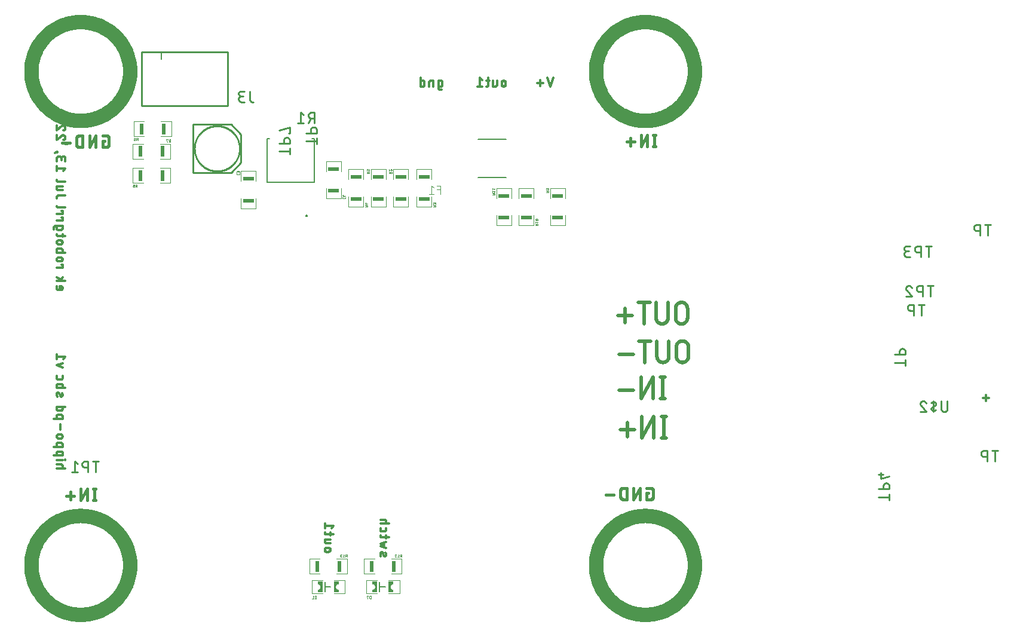
<source format=gbr>
G04 EAGLE Gerber RS-274X export*
G75*
%MOMM*%
%FSLAX34Y34*%
%LPD*%
%INSilkscreen Bottom*%
%IPPOS*%
%AMOC8*
5,1,8,0,0,1.08239X$1,22.5*%
G01*
%ADD10C,0.406400*%
%ADD11C,0.304800*%
%ADD12C,2.000000*%
%ADD13C,0.127000*%
%ADD14C,0.228600*%
%ADD15C,0.254000*%
%ADD16C,0.100000*%
%ADD17R,1.600000X0.500000*%
%ADD18R,0.100000X3.600000*%
%ADD19C,0.025400*%
%ADD20R,1.700000X0.100000*%
%ADD21C,0.200000*%
%ADD22R,0.500000X1.600000*%
%ADD23R,3.600000X0.100000*%
%ADD24C,0.508000*%
%ADD25C,0.101600*%

G36*
X665105Y194429D02*
X665105Y194429D01*
X665105Y194430D01*
X665105Y209430D01*
X665101Y209435D01*
X665100Y209435D01*
X658100Y209435D01*
X658095Y209431D01*
X658095Y209430D01*
X658095Y205930D01*
X658099Y205925D01*
X658989Y205825D01*
X659833Y205529D01*
X660591Y205053D01*
X661223Y204421D01*
X661699Y203663D01*
X661995Y202819D01*
X662095Y201930D01*
X661995Y201041D01*
X661699Y200197D01*
X661223Y199439D01*
X660591Y198807D01*
X659833Y198331D01*
X658989Y198035D01*
X658099Y197935D01*
X658095Y197930D01*
X658095Y194430D01*
X658099Y194425D01*
X658100Y194425D01*
X665100Y194425D01*
X665105Y194429D01*
G37*
G36*
X742575Y194429D02*
X742575Y194429D01*
X742575Y194430D01*
X742575Y209430D01*
X742571Y209435D01*
X742570Y209435D01*
X735570Y209435D01*
X735565Y209431D01*
X735565Y209430D01*
X735565Y205930D01*
X735569Y205925D01*
X736459Y205825D01*
X737303Y205529D01*
X738061Y205053D01*
X738693Y204421D01*
X739169Y203663D01*
X739465Y202819D01*
X739565Y201930D01*
X739465Y201041D01*
X739169Y200197D01*
X738693Y199439D01*
X738061Y198807D01*
X737303Y198331D01*
X736459Y198035D01*
X735569Y197935D01*
X735565Y197930D01*
X735565Y194430D01*
X735569Y194425D01*
X735570Y194425D01*
X742570Y194425D01*
X742575Y194429D01*
G37*
G36*
X688105Y194429D02*
X688105Y194429D01*
X688105Y194430D01*
X688105Y197930D01*
X688101Y197935D01*
X687986Y197948D01*
X687677Y197983D01*
X687501Y198003D01*
X687368Y198017D01*
X687211Y198035D01*
X686367Y198331D01*
X685609Y198807D01*
X684977Y199439D01*
X684501Y200197D01*
X684205Y201041D01*
X684105Y201930D01*
X684205Y202819D01*
X684501Y203663D01*
X684977Y204421D01*
X685609Y205053D01*
X686367Y205529D01*
X687211Y205825D01*
X688101Y205925D01*
X688105Y205930D01*
X688105Y209430D01*
X688101Y209435D01*
X688100Y209435D01*
X681100Y209435D01*
X681095Y209431D01*
X681095Y209430D01*
X681095Y194430D01*
X681099Y194425D01*
X681100Y194425D01*
X688100Y194425D01*
X688105Y194429D01*
G37*
G36*
X765575Y194429D02*
X765575Y194429D01*
X765575Y194430D01*
X765575Y197930D01*
X765571Y197935D01*
X765456Y197948D01*
X765147Y197983D01*
X764971Y198003D01*
X764838Y198017D01*
X764681Y198035D01*
X763837Y198331D01*
X763079Y198807D01*
X762447Y199439D01*
X761971Y200197D01*
X761675Y201041D01*
X761575Y201930D01*
X761675Y202819D01*
X761971Y203663D01*
X762447Y204421D01*
X763079Y205053D01*
X763837Y205529D01*
X764681Y205825D01*
X765571Y205925D01*
X765575Y205930D01*
X765575Y209430D01*
X765571Y209435D01*
X765570Y209435D01*
X758570Y209435D01*
X758565Y209431D01*
X758565Y209430D01*
X758565Y194430D01*
X758569Y194425D01*
X758570Y194425D01*
X765570Y194425D01*
X765575Y194429D01*
G37*
D10*
X341602Y340868D02*
X341602Y324612D01*
X343408Y324612D02*
X339796Y324612D01*
X339796Y340868D02*
X343408Y340868D01*
X331553Y340868D02*
X331553Y324612D01*
X322522Y324612D02*
X331553Y340868D01*
X322522Y340868D02*
X322522Y324612D01*
X313231Y330934D02*
X302394Y330934D01*
X307813Y336352D02*
X307813Y325515D01*
X1124317Y334913D02*
X1127026Y334913D01*
X1124317Y334913D02*
X1124317Y325882D01*
X1129736Y325882D01*
X1129854Y325884D01*
X1129972Y325890D01*
X1130090Y325899D01*
X1130207Y325913D01*
X1130324Y325930D01*
X1130441Y325951D01*
X1130556Y325976D01*
X1130671Y326005D01*
X1130785Y326038D01*
X1130897Y326074D01*
X1131008Y326114D01*
X1131118Y326157D01*
X1131227Y326204D01*
X1131334Y326254D01*
X1131439Y326309D01*
X1131542Y326366D01*
X1131643Y326427D01*
X1131743Y326491D01*
X1131840Y326558D01*
X1131935Y326628D01*
X1132027Y326702D01*
X1132118Y326778D01*
X1132205Y326858D01*
X1132290Y326940D01*
X1132372Y327025D01*
X1132452Y327112D01*
X1132528Y327203D01*
X1132602Y327295D01*
X1132672Y327390D01*
X1132739Y327487D01*
X1132803Y327587D01*
X1132864Y327688D01*
X1132921Y327791D01*
X1132976Y327896D01*
X1133026Y328003D01*
X1133073Y328112D01*
X1133116Y328222D01*
X1133156Y328333D01*
X1133192Y328445D01*
X1133225Y328559D01*
X1133254Y328674D01*
X1133279Y328789D01*
X1133300Y328906D01*
X1133317Y329023D01*
X1133331Y329140D01*
X1133340Y329258D01*
X1133346Y329376D01*
X1133348Y329494D01*
X1133348Y338526D01*
X1133346Y338644D01*
X1133340Y338762D01*
X1133331Y338880D01*
X1133317Y338997D01*
X1133300Y339114D01*
X1133279Y339231D01*
X1133254Y339346D01*
X1133225Y339461D01*
X1133192Y339575D01*
X1133156Y339687D01*
X1133116Y339798D01*
X1133073Y339908D01*
X1133026Y340017D01*
X1132976Y340124D01*
X1132921Y340229D01*
X1132864Y340332D01*
X1132803Y340433D01*
X1132739Y340533D01*
X1132672Y340630D01*
X1132602Y340725D01*
X1132528Y340817D01*
X1132452Y340908D01*
X1132372Y340995D01*
X1132290Y341080D01*
X1132205Y341162D01*
X1132118Y341242D01*
X1132027Y341318D01*
X1131935Y341392D01*
X1131840Y341462D01*
X1131743Y341529D01*
X1131643Y341593D01*
X1131542Y341654D01*
X1131439Y341711D01*
X1131334Y341766D01*
X1131227Y341816D01*
X1131118Y341863D01*
X1131008Y341906D01*
X1130897Y341946D01*
X1130785Y341982D01*
X1130671Y342015D01*
X1130556Y342044D01*
X1130441Y342069D01*
X1130324Y342090D01*
X1130207Y342107D01*
X1130090Y342121D01*
X1129972Y342130D01*
X1129854Y342136D01*
X1129736Y342138D01*
X1124317Y342138D01*
X1114706Y342138D02*
X1114706Y325882D01*
X1105675Y325882D02*
X1114706Y342138D01*
X1105675Y342138D02*
X1105675Y325882D01*
X1096063Y325882D02*
X1096063Y342138D01*
X1091548Y342138D01*
X1091417Y342136D01*
X1091285Y342130D01*
X1091154Y342121D01*
X1091024Y342107D01*
X1090893Y342090D01*
X1090764Y342069D01*
X1090635Y342045D01*
X1090507Y342016D01*
X1090379Y341984D01*
X1090253Y341948D01*
X1090128Y341909D01*
X1090003Y341866D01*
X1089881Y341819D01*
X1089759Y341769D01*
X1089639Y341715D01*
X1089521Y341658D01*
X1089405Y341597D01*
X1089290Y341533D01*
X1089177Y341466D01*
X1089066Y341395D01*
X1088958Y341321D01*
X1088851Y341244D01*
X1088747Y341164D01*
X1088645Y341081D01*
X1088546Y340996D01*
X1088449Y340907D01*
X1088355Y340815D01*
X1088263Y340721D01*
X1088174Y340624D01*
X1088089Y340525D01*
X1088006Y340423D01*
X1087926Y340319D01*
X1087849Y340212D01*
X1087775Y340104D01*
X1087704Y339993D01*
X1087637Y339880D01*
X1087573Y339765D01*
X1087512Y339649D01*
X1087455Y339531D01*
X1087401Y339411D01*
X1087351Y339289D01*
X1087304Y339167D01*
X1087261Y339042D01*
X1087222Y338917D01*
X1087186Y338791D01*
X1087154Y338663D01*
X1087125Y338535D01*
X1087101Y338406D01*
X1087080Y338277D01*
X1087063Y338146D01*
X1087049Y338016D01*
X1087040Y337885D01*
X1087034Y337753D01*
X1087032Y337622D01*
X1087032Y330398D01*
X1087034Y330267D01*
X1087040Y330135D01*
X1087049Y330004D01*
X1087063Y329874D01*
X1087080Y329743D01*
X1087101Y329614D01*
X1087125Y329485D01*
X1087154Y329357D01*
X1087186Y329229D01*
X1087222Y329103D01*
X1087261Y328978D01*
X1087304Y328853D01*
X1087351Y328731D01*
X1087401Y328609D01*
X1087455Y328489D01*
X1087512Y328371D01*
X1087573Y328255D01*
X1087637Y328140D01*
X1087704Y328027D01*
X1087775Y327916D01*
X1087849Y327808D01*
X1087926Y327701D01*
X1088006Y327597D01*
X1088089Y327495D01*
X1088174Y327396D01*
X1088263Y327299D01*
X1088355Y327205D01*
X1088449Y327113D01*
X1088546Y327024D01*
X1088645Y326939D01*
X1088747Y326856D01*
X1088851Y326776D01*
X1088958Y326699D01*
X1089066Y326625D01*
X1089177Y326554D01*
X1089290Y326487D01*
X1089405Y326423D01*
X1089521Y326362D01*
X1089639Y326305D01*
X1089759Y326251D01*
X1089881Y326201D01*
X1090003Y326154D01*
X1090128Y326111D01*
X1090253Y326072D01*
X1090379Y326036D01*
X1090507Y326004D01*
X1090635Y325975D01*
X1090764Y325951D01*
X1090893Y325930D01*
X1091024Y325913D01*
X1091154Y325899D01*
X1091285Y325890D01*
X1091417Y325884D01*
X1091548Y325882D01*
X1096063Y325882D01*
X1077742Y332204D02*
X1066904Y332204D01*
X1135352Y826262D02*
X1135352Y842518D01*
X1137158Y826262D02*
X1133546Y826262D01*
X1133546Y842518D02*
X1137158Y842518D01*
X1125303Y842518D02*
X1125303Y826262D01*
X1116272Y826262D02*
X1125303Y842518D01*
X1116272Y842518D02*
X1116272Y826262D01*
X1106981Y832584D02*
X1096144Y832584D01*
X1101563Y838002D02*
X1101563Y827165D01*
X356136Y834023D02*
X353427Y834023D01*
X353427Y824992D01*
X358846Y824992D01*
X358964Y824994D01*
X359082Y825000D01*
X359200Y825009D01*
X359317Y825023D01*
X359434Y825040D01*
X359551Y825061D01*
X359666Y825086D01*
X359781Y825115D01*
X359895Y825148D01*
X360007Y825184D01*
X360118Y825224D01*
X360228Y825267D01*
X360337Y825314D01*
X360444Y825364D01*
X360549Y825419D01*
X360652Y825476D01*
X360753Y825537D01*
X360853Y825601D01*
X360950Y825668D01*
X361045Y825738D01*
X361137Y825812D01*
X361228Y825888D01*
X361315Y825968D01*
X361400Y826050D01*
X361482Y826135D01*
X361562Y826222D01*
X361638Y826313D01*
X361712Y826405D01*
X361782Y826500D01*
X361849Y826597D01*
X361913Y826697D01*
X361974Y826798D01*
X362031Y826901D01*
X362086Y827006D01*
X362136Y827113D01*
X362183Y827222D01*
X362226Y827332D01*
X362266Y827443D01*
X362302Y827555D01*
X362335Y827669D01*
X362364Y827784D01*
X362389Y827899D01*
X362410Y828016D01*
X362427Y828133D01*
X362441Y828250D01*
X362450Y828368D01*
X362456Y828486D01*
X362458Y828604D01*
X362458Y837636D01*
X362456Y837754D01*
X362450Y837872D01*
X362441Y837990D01*
X362427Y838107D01*
X362410Y838224D01*
X362389Y838341D01*
X362364Y838456D01*
X362335Y838571D01*
X362302Y838685D01*
X362266Y838797D01*
X362226Y838908D01*
X362183Y839018D01*
X362136Y839127D01*
X362086Y839234D01*
X362031Y839339D01*
X361974Y839442D01*
X361913Y839543D01*
X361849Y839643D01*
X361782Y839740D01*
X361712Y839835D01*
X361638Y839927D01*
X361562Y840018D01*
X361482Y840105D01*
X361400Y840190D01*
X361315Y840272D01*
X361228Y840352D01*
X361137Y840428D01*
X361045Y840502D01*
X360950Y840572D01*
X360853Y840639D01*
X360753Y840703D01*
X360652Y840764D01*
X360549Y840821D01*
X360444Y840876D01*
X360337Y840926D01*
X360228Y840973D01*
X360118Y841016D01*
X360007Y841056D01*
X359895Y841092D01*
X359781Y841125D01*
X359666Y841154D01*
X359551Y841179D01*
X359434Y841200D01*
X359317Y841217D01*
X359200Y841231D01*
X359082Y841240D01*
X358964Y841246D01*
X358846Y841248D01*
X353427Y841248D01*
X343816Y841248D02*
X343816Y824992D01*
X334785Y824992D02*
X343816Y841248D01*
X334785Y841248D02*
X334785Y824992D01*
X325173Y824992D02*
X325173Y841248D01*
X320658Y841248D01*
X320527Y841246D01*
X320395Y841240D01*
X320264Y841231D01*
X320134Y841217D01*
X320003Y841200D01*
X319874Y841179D01*
X319745Y841155D01*
X319617Y841126D01*
X319489Y841094D01*
X319363Y841058D01*
X319238Y841019D01*
X319113Y840976D01*
X318991Y840929D01*
X318869Y840879D01*
X318749Y840825D01*
X318631Y840768D01*
X318515Y840707D01*
X318400Y840643D01*
X318287Y840576D01*
X318176Y840505D01*
X318068Y840431D01*
X317961Y840354D01*
X317857Y840274D01*
X317755Y840191D01*
X317656Y840106D01*
X317559Y840017D01*
X317465Y839925D01*
X317373Y839831D01*
X317284Y839734D01*
X317199Y839635D01*
X317116Y839533D01*
X317036Y839429D01*
X316959Y839322D01*
X316885Y839214D01*
X316814Y839103D01*
X316747Y838990D01*
X316683Y838875D01*
X316622Y838759D01*
X316565Y838641D01*
X316511Y838521D01*
X316461Y838399D01*
X316414Y838277D01*
X316371Y838152D01*
X316332Y838027D01*
X316296Y837901D01*
X316264Y837773D01*
X316235Y837645D01*
X316211Y837516D01*
X316190Y837387D01*
X316173Y837256D01*
X316159Y837126D01*
X316150Y836995D01*
X316144Y836863D01*
X316142Y836732D01*
X316142Y829508D01*
X316144Y829377D01*
X316150Y829245D01*
X316159Y829114D01*
X316173Y828984D01*
X316190Y828853D01*
X316211Y828724D01*
X316235Y828595D01*
X316264Y828467D01*
X316296Y828339D01*
X316332Y828213D01*
X316371Y828088D01*
X316414Y827963D01*
X316461Y827841D01*
X316511Y827719D01*
X316565Y827599D01*
X316622Y827481D01*
X316683Y827365D01*
X316747Y827250D01*
X316814Y827137D01*
X316885Y827026D01*
X316959Y826918D01*
X317036Y826811D01*
X317116Y826707D01*
X317199Y826605D01*
X317284Y826506D01*
X317373Y826409D01*
X317465Y826315D01*
X317559Y826223D01*
X317656Y826134D01*
X317755Y826049D01*
X317857Y825966D01*
X317961Y825886D01*
X318068Y825809D01*
X318176Y825735D01*
X318287Y825664D01*
X318400Y825597D01*
X318515Y825533D01*
X318631Y825472D01*
X318749Y825415D01*
X318869Y825361D01*
X318991Y825311D01*
X319113Y825264D01*
X319238Y825221D01*
X319363Y825182D01*
X319489Y825146D01*
X319617Y825114D01*
X319745Y825085D01*
X319874Y825061D01*
X320003Y825040D01*
X320134Y825023D01*
X320264Y825009D01*
X320395Y825000D01*
X320527Y824994D01*
X320658Y824992D01*
X325173Y824992D01*
X306852Y831314D02*
X296014Y831314D01*
D11*
X750401Y249825D02*
X751755Y246439D01*
X751756Y246439D02*
X751788Y246363D01*
X751824Y246289D01*
X751864Y246216D01*
X751906Y246145D01*
X751952Y246077D01*
X752002Y246011D01*
X752054Y245947D01*
X752109Y245885D01*
X752167Y245827D01*
X752228Y245771D01*
X752292Y245718D01*
X752357Y245668D01*
X752425Y245621D01*
X752496Y245577D01*
X752568Y245537D01*
X752642Y245500D01*
X752717Y245467D01*
X752794Y245438D01*
X752873Y245412D01*
X752952Y245389D01*
X753033Y245371D01*
X753114Y245356D01*
X753196Y245345D01*
X753278Y245338D01*
X753361Y245335D01*
X753444Y245336D01*
X753526Y245341D01*
X753608Y245349D01*
X753690Y245361D01*
X753771Y245378D01*
X753851Y245398D01*
X753930Y245421D01*
X754008Y245449D01*
X754084Y245480D01*
X754159Y245515D01*
X754233Y245553D01*
X754304Y245594D01*
X754374Y245639D01*
X754441Y245687D01*
X754506Y245738D01*
X754568Y245792D01*
X754628Y245849D01*
X754685Y245909D01*
X754739Y245971D01*
X754790Y246036D01*
X754838Y246103D01*
X754883Y246173D01*
X754924Y246244D01*
X754962Y246318D01*
X754997Y246393D01*
X755028Y246469D01*
X755056Y246547D01*
X755079Y246626D01*
X755099Y246706D01*
X755116Y246787D01*
X755128Y246869D01*
X755136Y246951D01*
X755141Y247033D01*
X755142Y247116D01*
X755137Y247301D01*
X755128Y247486D01*
X755114Y247670D01*
X755096Y247854D01*
X755074Y248038D01*
X755047Y248221D01*
X755015Y248403D01*
X754979Y248584D01*
X754939Y248765D01*
X754895Y248944D01*
X754846Y249123D01*
X754793Y249300D01*
X754736Y249476D01*
X754674Y249650D01*
X754609Y249823D01*
X754539Y249994D01*
X754465Y250164D01*
X750400Y249825D02*
X750368Y249901D01*
X750332Y249975D01*
X750292Y250048D01*
X750250Y250119D01*
X750204Y250187D01*
X750154Y250253D01*
X750102Y250317D01*
X750047Y250379D01*
X749989Y250437D01*
X749928Y250493D01*
X749864Y250546D01*
X749799Y250596D01*
X749731Y250643D01*
X749660Y250687D01*
X749588Y250727D01*
X749514Y250763D01*
X749439Y250797D01*
X749362Y250826D01*
X749283Y250852D01*
X749204Y250875D01*
X749123Y250893D01*
X749042Y250908D01*
X748960Y250919D01*
X748878Y250926D01*
X748795Y250929D01*
X748713Y250928D01*
X748630Y250923D01*
X748548Y250915D01*
X748466Y250903D01*
X748385Y250886D01*
X748305Y250866D01*
X748226Y250843D01*
X748148Y250815D01*
X748072Y250784D01*
X747997Y250749D01*
X747923Y250711D01*
X747852Y250670D01*
X747783Y250625D01*
X747715Y250577D01*
X747650Y250526D01*
X747588Y250472D01*
X747528Y250415D01*
X747471Y250355D01*
X747417Y250293D01*
X747366Y250228D01*
X747318Y250161D01*
X747273Y250091D01*
X747232Y250020D01*
X747194Y249946D01*
X747159Y249871D01*
X747128Y249795D01*
X747100Y249717D01*
X747077Y249638D01*
X747057Y249558D01*
X747040Y249477D01*
X747028Y249395D01*
X747020Y249313D01*
X747015Y249231D01*
X747014Y249148D01*
X747013Y249148D02*
X747020Y248876D01*
X747034Y248605D01*
X747054Y248334D01*
X747080Y248064D01*
X747113Y247794D01*
X747152Y247525D01*
X747197Y247257D01*
X747249Y246990D01*
X747307Y246725D01*
X747371Y246461D01*
X747442Y246199D01*
X747519Y245938D01*
X747602Y245679D01*
X747691Y245423D01*
X747014Y259332D02*
X755142Y257300D01*
X752433Y261364D02*
X747014Y259332D01*
X747014Y263396D02*
X752433Y261364D01*
X755142Y265428D02*
X747014Y263396D01*
X755142Y270547D02*
X755142Y274611D01*
X759206Y271901D02*
X749046Y271901D01*
X748957Y271903D01*
X748869Y271909D01*
X748781Y271918D01*
X748693Y271932D01*
X748606Y271949D01*
X748520Y271970D01*
X748435Y271995D01*
X748351Y272024D01*
X748268Y272056D01*
X748187Y272091D01*
X748108Y272131D01*
X748030Y272173D01*
X747954Y272219D01*
X747880Y272268D01*
X747809Y272321D01*
X747740Y272376D01*
X747673Y272435D01*
X747609Y272496D01*
X747548Y272560D01*
X747489Y272627D01*
X747434Y272696D01*
X747381Y272767D01*
X747332Y272841D01*
X747286Y272917D01*
X747244Y272995D01*
X747204Y273074D01*
X747169Y273155D01*
X747137Y273238D01*
X747108Y273322D01*
X747083Y273407D01*
X747062Y273493D01*
X747045Y273580D01*
X747031Y273668D01*
X747022Y273756D01*
X747016Y273844D01*
X747014Y273933D01*
X747014Y274611D01*
X747014Y282616D02*
X747014Y285326D01*
X747014Y282616D02*
X747016Y282527D01*
X747022Y282439D01*
X747031Y282351D01*
X747045Y282263D01*
X747062Y282176D01*
X747083Y282090D01*
X747108Y282005D01*
X747137Y281921D01*
X747169Y281838D01*
X747204Y281757D01*
X747244Y281678D01*
X747286Y281600D01*
X747332Y281524D01*
X747381Y281450D01*
X747434Y281379D01*
X747489Y281310D01*
X747548Y281243D01*
X747609Y281179D01*
X747673Y281118D01*
X747740Y281059D01*
X747809Y281004D01*
X747880Y280951D01*
X747954Y280902D01*
X748030Y280856D01*
X748108Y280814D01*
X748187Y280774D01*
X748268Y280739D01*
X748351Y280707D01*
X748435Y280678D01*
X748520Y280653D01*
X748606Y280632D01*
X748693Y280615D01*
X748781Y280601D01*
X748869Y280592D01*
X748957Y280586D01*
X749046Y280584D01*
X753110Y280584D01*
X753199Y280586D01*
X753287Y280592D01*
X753375Y280601D01*
X753463Y280615D01*
X753550Y280632D01*
X753636Y280653D01*
X753721Y280678D01*
X753805Y280707D01*
X753888Y280739D01*
X753969Y280774D01*
X754048Y280814D01*
X754126Y280856D01*
X754202Y280902D01*
X754276Y280951D01*
X754347Y281004D01*
X754416Y281059D01*
X754483Y281118D01*
X754547Y281179D01*
X754608Y281243D01*
X754667Y281310D01*
X754722Y281379D01*
X754775Y281450D01*
X754824Y281524D01*
X754870Y281600D01*
X754912Y281678D01*
X754952Y281757D01*
X754987Y281838D01*
X755019Y281921D01*
X755048Y282005D01*
X755073Y282090D01*
X755094Y282176D01*
X755111Y282263D01*
X755125Y282351D01*
X755134Y282439D01*
X755140Y282527D01*
X755142Y282616D01*
X755142Y285326D01*
X759206Y291507D02*
X747014Y291507D01*
X755142Y291507D02*
X755142Y294894D01*
X755140Y294983D01*
X755134Y295071D01*
X755125Y295159D01*
X755111Y295247D01*
X755094Y295334D01*
X755073Y295420D01*
X755048Y295505D01*
X755019Y295589D01*
X754987Y295672D01*
X754952Y295753D01*
X754912Y295832D01*
X754870Y295910D01*
X754824Y295986D01*
X754775Y296060D01*
X754722Y296131D01*
X754667Y296200D01*
X754608Y296267D01*
X754547Y296331D01*
X754483Y296392D01*
X754416Y296451D01*
X754347Y296506D01*
X754276Y296559D01*
X754202Y296608D01*
X754126Y296654D01*
X754048Y296696D01*
X753969Y296736D01*
X753888Y296771D01*
X753805Y296803D01*
X753721Y296832D01*
X753636Y296857D01*
X753550Y296878D01*
X753463Y296895D01*
X753375Y296909D01*
X753287Y296918D01*
X753199Y296924D01*
X753110Y296926D01*
X747014Y296926D01*
X673693Y251529D02*
X670983Y251529D01*
X673693Y251529D02*
X673796Y251531D01*
X673898Y251537D01*
X674000Y251546D01*
X674102Y251560D01*
X674203Y251577D01*
X674303Y251599D01*
X674402Y251624D01*
X674501Y251652D01*
X674598Y251685D01*
X674694Y251721D01*
X674789Y251760D01*
X674882Y251804D01*
X674973Y251850D01*
X675062Y251901D01*
X675150Y251954D01*
X675235Y252011D01*
X675318Y252071D01*
X675399Y252134D01*
X675478Y252200D01*
X675553Y252269D01*
X675627Y252341D01*
X675697Y252415D01*
X675765Y252492D01*
X675829Y252572D01*
X675891Y252654D01*
X675949Y252738D01*
X676004Y252825D01*
X676056Y252913D01*
X676104Y253004D01*
X676149Y253096D01*
X676191Y253189D01*
X676229Y253285D01*
X676263Y253381D01*
X676294Y253479D01*
X676320Y253578D01*
X676344Y253678D01*
X676363Y253779D01*
X676378Y253880D01*
X676390Y253982D01*
X676398Y254084D01*
X676402Y254187D01*
X676402Y254289D01*
X676398Y254392D01*
X676390Y254494D01*
X676378Y254596D01*
X676363Y254697D01*
X676344Y254798D01*
X676320Y254898D01*
X676294Y254997D01*
X676263Y255095D01*
X676229Y255191D01*
X676191Y255287D01*
X676149Y255380D01*
X676104Y255472D01*
X676056Y255563D01*
X676004Y255651D01*
X675949Y255738D01*
X675891Y255822D01*
X675829Y255904D01*
X675765Y255984D01*
X675697Y256061D01*
X675627Y256135D01*
X675553Y256207D01*
X675478Y256276D01*
X675399Y256342D01*
X675318Y256405D01*
X675235Y256465D01*
X675150Y256522D01*
X675062Y256575D01*
X674973Y256626D01*
X674882Y256672D01*
X674789Y256716D01*
X674694Y256755D01*
X674598Y256791D01*
X674501Y256824D01*
X674402Y256852D01*
X674303Y256877D01*
X674203Y256899D01*
X674102Y256916D01*
X674000Y256930D01*
X673898Y256939D01*
X673796Y256945D01*
X673693Y256947D01*
X670983Y256947D01*
X670880Y256945D01*
X670778Y256939D01*
X670676Y256930D01*
X670574Y256916D01*
X670473Y256899D01*
X670373Y256877D01*
X670274Y256852D01*
X670175Y256824D01*
X670078Y256791D01*
X669982Y256755D01*
X669887Y256716D01*
X669794Y256672D01*
X669703Y256626D01*
X669614Y256575D01*
X669526Y256522D01*
X669441Y256465D01*
X669358Y256405D01*
X669277Y256342D01*
X669198Y256276D01*
X669123Y256207D01*
X669049Y256135D01*
X668979Y256061D01*
X668911Y255984D01*
X668847Y255904D01*
X668785Y255822D01*
X668727Y255738D01*
X668672Y255651D01*
X668620Y255563D01*
X668572Y255472D01*
X668527Y255380D01*
X668485Y255287D01*
X668447Y255191D01*
X668413Y255095D01*
X668382Y254997D01*
X668356Y254898D01*
X668332Y254798D01*
X668313Y254697D01*
X668298Y254596D01*
X668286Y254494D01*
X668278Y254392D01*
X668274Y254289D01*
X668274Y254187D01*
X668278Y254084D01*
X668286Y253982D01*
X668298Y253880D01*
X668313Y253779D01*
X668332Y253678D01*
X668356Y253578D01*
X668382Y253479D01*
X668413Y253381D01*
X668447Y253285D01*
X668485Y253189D01*
X668527Y253096D01*
X668572Y253004D01*
X668620Y252913D01*
X668672Y252825D01*
X668727Y252738D01*
X668785Y252654D01*
X668847Y252572D01*
X668911Y252492D01*
X668979Y252415D01*
X669049Y252341D01*
X669123Y252269D01*
X669198Y252200D01*
X669277Y252134D01*
X669358Y252071D01*
X669441Y252011D01*
X669526Y251954D01*
X669614Y251901D01*
X669703Y251850D01*
X669794Y251804D01*
X669887Y251760D01*
X669982Y251721D01*
X670078Y251685D01*
X670175Y251652D01*
X670274Y251624D01*
X670373Y251599D01*
X670473Y251577D01*
X670574Y251560D01*
X670676Y251546D01*
X670778Y251537D01*
X670880Y251531D01*
X670983Y251529D01*
X670306Y263848D02*
X676402Y263848D01*
X670306Y263848D02*
X670217Y263850D01*
X670129Y263856D01*
X670041Y263865D01*
X669953Y263879D01*
X669866Y263896D01*
X669780Y263917D01*
X669695Y263942D01*
X669611Y263971D01*
X669528Y264003D01*
X669447Y264038D01*
X669368Y264078D01*
X669290Y264120D01*
X669214Y264166D01*
X669140Y264215D01*
X669069Y264268D01*
X669000Y264323D01*
X668933Y264382D01*
X668869Y264443D01*
X668808Y264507D01*
X668749Y264574D01*
X668694Y264643D01*
X668641Y264714D01*
X668592Y264788D01*
X668546Y264864D01*
X668504Y264942D01*
X668464Y265021D01*
X668429Y265102D01*
X668397Y265185D01*
X668368Y265269D01*
X668343Y265354D01*
X668322Y265440D01*
X668305Y265527D01*
X668291Y265615D01*
X668282Y265703D01*
X668276Y265791D01*
X668274Y265880D01*
X668274Y269267D01*
X676402Y269267D01*
X676402Y274827D02*
X676402Y278891D01*
X680466Y276182D02*
X670306Y276182D01*
X670217Y276184D01*
X670129Y276190D01*
X670041Y276199D01*
X669953Y276213D01*
X669866Y276230D01*
X669780Y276251D01*
X669695Y276276D01*
X669611Y276305D01*
X669528Y276337D01*
X669447Y276372D01*
X669368Y276412D01*
X669290Y276454D01*
X669214Y276500D01*
X669140Y276549D01*
X669069Y276602D01*
X669000Y276657D01*
X668933Y276716D01*
X668869Y276777D01*
X668808Y276841D01*
X668749Y276908D01*
X668694Y276977D01*
X668641Y277048D01*
X668592Y277122D01*
X668546Y277198D01*
X668504Y277276D01*
X668464Y277355D01*
X668429Y277436D01*
X668397Y277519D01*
X668368Y277603D01*
X668343Y277688D01*
X668322Y277774D01*
X668305Y277861D01*
X668291Y277949D01*
X668282Y278037D01*
X668276Y278125D01*
X668274Y278214D01*
X668274Y278891D01*
X677757Y285073D02*
X680466Y288459D01*
X668274Y288459D01*
X668274Y285073D02*
X668274Y291846D01*
X1605195Y465328D02*
X1605195Y473456D01*
X1601131Y469392D02*
X1609259Y469392D01*
X987929Y910844D02*
X991993Y923036D01*
X983865Y923036D02*
X987929Y910844D01*
X977392Y915585D02*
X969264Y915585D01*
X973328Y911521D02*
X973328Y919649D01*
X924491Y916263D02*
X924491Y913553D01*
X924491Y916263D02*
X924489Y916366D01*
X924483Y916468D01*
X924474Y916570D01*
X924460Y916672D01*
X924443Y916773D01*
X924421Y916873D01*
X924396Y916972D01*
X924368Y917071D01*
X924335Y917168D01*
X924299Y917264D01*
X924260Y917359D01*
X924216Y917452D01*
X924170Y917543D01*
X924119Y917632D01*
X924066Y917720D01*
X924009Y917805D01*
X923949Y917888D01*
X923886Y917969D01*
X923820Y918048D01*
X923751Y918123D01*
X923679Y918197D01*
X923605Y918267D01*
X923528Y918335D01*
X923448Y918399D01*
X923366Y918461D01*
X923282Y918519D01*
X923195Y918574D01*
X923107Y918626D01*
X923016Y918674D01*
X922924Y918719D01*
X922831Y918761D01*
X922735Y918799D01*
X922639Y918833D01*
X922541Y918864D01*
X922442Y918890D01*
X922342Y918914D01*
X922241Y918933D01*
X922140Y918948D01*
X922038Y918960D01*
X921936Y918968D01*
X921833Y918972D01*
X921731Y918972D01*
X921628Y918968D01*
X921526Y918960D01*
X921424Y918948D01*
X921323Y918933D01*
X921222Y918914D01*
X921122Y918890D01*
X921023Y918864D01*
X920925Y918833D01*
X920829Y918799D01*
X920733Y918761D01*
X920640Y918719D01*
X920548Y918674D01*
X920457Y918626D01*
X920369Y918574D01*
X920282Y918519D01*
X920198Y918461D01*
X920116Y918399D01*
X920036Y918335D01*
X919959Y918267D01*
X919885Y918197D01*
X919813Y918123D01*
X919744Y918048D01*
X919678Y917969D01*
X919615Y917888D01*
X919555Y917805D01*
X919498Y917720D01*
X919445Y917632D01*
X919394Y917543D01*
X919348Y917452D01*
X919304Y917359D01*
X919265Y917264D01*
X919229Y917168D01*
X919196Y917071D01*
X919168Y916972D01*
X919143Y916873D01*
X919121Y916773D01*
X919104Y916672D01*
X919090Y916570D01*
X919081Y916468D01*
X919075Y916366D01*
X919073Y916263D01*
X919073Y913553D01*
X919075Y913450D01*
X919081Y913348D01*
X919090Y913246D01*
X919104Y913144D01*
X919121Y913043D01*
X919143Y912943D01*
X919168Y912844D01*
X919196Y912745D01*
X919229Y912648D01*
X919265Y912552D01*
X919304Y912457D01*
X919348Y912364D01*
X919394Y912273D01*
X919445Y912184D01*
X919498Y912096D01*
X919555Y912011D01*
X919615Y911928D01*
X919678Y911847D01*
X919744Y911768D01*
X919813Y911693D01*
X919885Y911619D01*
X919959Y911549D01*
X920036Y911481D01*
X920116Y911417D01*
X920198Y911355D01*
X920282Y911297D01*
X920369Y911242D01*
X920457Y911190D01*
X920548Y911142D01*
X920640Y911097D01*
X920733Y911055D01*
X920829Y911017D01*
X920925Y910983D01*
X921023Y910952D01*
X921122Y910926D01*
X921222Y910902D01*
X921323Y910883D01*
X921424Y910868D01*
X921526Y910856D01*
X921628Y910848D01*
X921731Y910844D01*
X921833Y910844D01*
X921936Y910848D01*
X922038Y910856D01*
X922140Y910868D01*
X922241Y910883D01*
X922342Y910902D01*
X922442Y910926D01*
X922541Y910952D01*
X922639Y910983D01*
X922735Y911017D01*
X922831Y911055D01*
X922924Y911097D01*
X923016Y911142D01*
X923107Y911190D01*
X923195Y911242D01*
X923282Y911297D01*
X923366Y911355D01*
X923448Y911417D01*
X923528Y911481D01*
X923605Y911549D01*
X923679Y911619D01*
X923751Y911693D01*
X923820Y911768D01*
X923886Y911847D01*
X923949Y911928D01*
X924009Y912011D01*
X924066Y912096D01*
X924119Y912184D01*
X924170Y912273D01*
X924216Y912364D01*
X924260Y912457D01*
X924299Y912552D01*
X924335Y912648D01*
X924368Y912745D01*
X924396Y912844D01*
X924421Y912943D01*
X924443Y913043D01*
X924460Y913144D01*
X924474Y913246D01*
X924483Y913348D01*
X924489Y913450D01*
X924491Y913553D01*
X912172Y912876D02*
X912172Y918972D01*
X912172Y912876D02*
X912170Y912787D01*
X912164Y912699D01*
X912155Y912611D01*
X912141Y912523D01*
X912124Y912436D01*
X912103Y912350D01*
X912078Y912265D01*
X912049Y912181D01*
X912017Y912098D01*
X911982Y912017D01*
X911942Y911938D01*
X911900Y911860D01*
X911854Y911784D01*
X911805Y911710D01*
X911752Y911639D01*
X911697Y911570D01*
X911638Y911503D01*
X911577Y911439D01*
X911513Y911378D01*
X911446Y911319D01*
X911377Y911264D01*
X911306Y911211D01*
X911232Y911162D01*
X911156Y911116D01*
X911078Y911074D01*
X910999Y911034D01*
X910918Y910999D01*
X910835Y910967D01*
X910751Y910938D01*
X910666Y910913D01*
X910580Y910892D01*
X910493Y910875D01*
X910405Y910861D01*
X910317Y910852D01*
X910229Y910846D01*
X910140Y910844D01*
X906753Y910844D01*
X906753Y918972D01*
X901193Y918972D02*
X897129Y918972D01*
X899838Y923036D02*
X899838Y912876D01*
X899836Y912787D01*
X899830Y912699D01*
X899821Y912611D01*
X899807Y912523D01*
X899790Y912436D01*
X899769Y912350D01*
X899744Y912265D01*
X899715Y912181D01*
X899683Y912098D01*
X899648Y912017D01*
X899608Y911938D01*
X899566Y911860D01*
X899520Y911784D01*
X899471Y911710D01*
X899418Y911639D01*
X899363Y911570D01*
X899304Y911503D01*
X899243Y911439D01*
X899179Y911378D01*
X899112Y911319D01*
X899043Y911264D01*
X898972Y911211D01*
X898898Y911162D01*
X898822Y911116D01*
X898744Y911074D01*
X898665Y911034D01*
X898584Y910999D01*
X898501Y910967D01*
X898417Y910938D01*
X898332Y910913D01*
X898246Y910892D01*
X898159Y910875D01*
X898071Y910861D01*
X897983Y910852D01*
X897895Y910846D01*
X897806Y910844D01*
X897129Y910844D01*
X890947Y920327D02*
X887561Y923036D01*
X887561Y910844D01*
X890947Y910844D02*
X884174Y910844D01*
X832646Y910844D02*
X829260Y910844D01*
X832646Y910844D02*
X832735Y910846D01*
X832823Y910852D01*
X832911Y910861D01*
X832999Y910875D01*
X833086Y910892D01*
X833172Y910913D01*
X833257Y910938D01*
X833341Y910967D01*
X833424Y910999D01*
X833505Y911034D01*
X833584Y911074D01*
X833662Y911116D01*
X833738Y911162D01*
X833812Y911211D01*
X833883Y911264D01*
X833952Y911319D01*
X834019Y911378D01*
X834083Y911439D01*
X834144Y911503D01*
X834203Y911570D01*
X834258Y911639D01*
X834311Y911710D01*
X834360Y911784D01*
X834406Y911860D01*
X834448Y911938D01*
X834488Y912017D01*
X834523Y912098D01*
X834555Y912181D01*
X834584Y912265D01*
X834609Y912350D01*
X834630Y912436D01*
X834647Y912523D01*
X834661Y912611D01*
X834670Y912699D01*
X834676Y912787D01*
X834678Y912876D01*
X834678Y916940D01*
X834676Y917029D01*
X834670Y917117D01*
X834661Y917205D01*
X834647Y917293D01*
X834630Y917380D01*
X834609Y917466D01*
X834584Y917551D01*
X834555Y917635D01*
X834523Y917718D01*
X834488Y917799D01*
X834448Y917878D01*
X834406Y917956D01*
X834360Y918032D01*
X834311Y918106D01*
X834258Y918177D01*
X834203Y918246D01*
X834144Y918313D01*
X834083Y918377D01*
X834019Y918438D01*
X833952Y918497D01*
X833883Y918552D01*
X833812Y918605D01*
X833738Y918654D01*
X833662Y918700D01*
X833584Y918742D01*
X833505Y918782D01*
X833424Y918817D01*
X833341Y918849D01*
X833257Y918878D01*
X833172Y918903D01*
X833086Y918924D01*
X832999Y918941D01*
X832911Y918955D01*
X832823Y918964D01*
X832735Y918970D01*
X832646Y918972D01*
X829260Y918972D01*
X829260Y908812D01*
X829262Y908723D01*
X829268Y908635D01*
X829277Y908547D01*
X829291Y908459D01*
X829308Y908372D01*
X829329Y908286D01*
X829354Y908201D01*
X829383Y908117D01*
X829415Y908034D01*
X829450Y907953D01*
X829490Y907874D01*
X829532Y907796D01*
X829578Y907720D01*
X829627Y907646D01*
X829680Y907575D01*
X829735Y907506D01*
X829794Y907439D01*
X829855Y907375D01*
X829919Y907314D01*
X829986Y907255D01*
X830055Y907200D01*
X830126Y907147D01*
X830200Y907098D01*
X830276Y907052D01*
X830354Y907010D01*
X830433Y906970D01*
X830514Y906935D01*
X830597Y906903D01*
X830681Y906874D01*
X830766Y906849D01*
X830852Y906828D01*
X830939Y906811D01*
X831027Y906797D01*
X831115Y906788D01*
X831203Y906782D01*
X831292Y906780D01*
X834001Y906780D01*
X821780Y910844D02*
X821780Y918972D01*
X818393Y918972D01*
X818304Y918970D01*
X818216Y918964D01*
X818128Y918955D01*
X818040Y918941D01*
X817953Y918924D01*
X817867Y918903D01*
X817782Y918878D01*
X817698Y918849D01*
X817615Y918817D01*
X817534Y918782D01*
X817455Y918742D01*
X817377Y918700D01*
X817301Y918654D01*
X817227Y918605D01*
X817156Y918552D01*
X817087Y918497D01*
X817020Y918438D01*
X816956Y918377D01*
X816895Y918313D01*
X816836Y918246D01*
X816781Y918177D01*
X816728Y918106D01*
X816679Y918032D01*
X816633Y917956D01*
X816591Y917878D01*
X816551Y917799D01*
X816516Y917718D01*
X816484Y917635D01*
X816455Y917551D01*
X816430Y917466D01*
X816409Y917380D01*
X816392Y917293D01*
X816378Y917205D01*
X816369Y917117D01*
X816363Y917029D01*
X816361Y916940D01*
X816361Y910844D01*
X804164Y910844D02*
X804164Y923036D01*
X804164Y910844D02*
X807551Y910844D01*
X807640Y910846D01*
X807728Y910852D01*
X807816Y910861D01*
X807904Y910875D01*
X807991Y910892D01*
X808077Y910913D01*
X808162Y910938D01*
X808246Y910967D01*
X808329Y910999D01*
X808410Y911034D01*
X808489Y911074D01*
X808567Y911116D01*
X808643Y911162D01*
X808717Y911211D01*
X808788Y911264D01*
X808857Y911319D01*
X808924Y911378D01*
X808988Y911439D01*
X809049Y911503D01*
X809108Y911570D01*
X809163Y911639D01*
X809216Y911710D01*
X809265Y911784D01*
X809311Y911860D01*
X809353Y911938D01*
X809393Y912017D01*
X809428Y912098D01*
X809460Y912181D01*
X809489Y912265D01*
X809514Y912350D01*
X809535Y912436D01*
X809552Y912523D01*
X809566Y912611D01*
X809575Y912699D01*
X809581Y912787D01*
X809583Y912876D01*
X809583Y916940D01*
X809581Y917029D01*
X809575Y917117D01*
X809566Y917205D01*
X809552Y917293D01*
X809535Y917380D01*
X809514Y917466D01*
X809489Y917551D01*
X809460Y917635D01*
X809428Y917718D01*
X809393Y917799D01*
X809353Y917878D01*
X809311Y917956D01*
X809265Y918032D01*
X809216Y918106D01*
X809163Y918177D01*
X809108Y918246D01*
X809049Y918313D01*
X808988Y918377D01*
X808924Y918438D01*
X808857Y918497D01*
X808788Y918552D01*
X808717Y918605D01*
X808643Y918654D01*
X808567Y918700D01*
X808489Y918742D01*
X808410Y918782D01*
X808329Y918817D01*
X808246Y918849D01*
X808162Y918878D01*
X808077Y918903D01*
X807991Y918924D01*
X807904Y918941D01*
X807816Y918955D01*
X807728Y918964D01*
X807640Y918970D01*
X807551Y918972D01*
X804164Y918972D01*
X300736Y369824D02*
X288544Y369824D01*
X296672Y369824D02*
X296672Y373211D01*
X296670Y373300D01*
X296664Y373388D01*
X296655Y373476D01*
X296641Y373564D01*
X296624Y373651D01*
X296603Y373737D01*
X296578Y373822D01*
X296549Y373906D01*
X296517Y373989D01*
X296482Y374070D01*
X296442Y374149D01*
X296400Y374227D01*
X296354Y374303D01*
X296305Y374377D01*
X296252Y374448D01*
X296197Y374517D01*
X296138Y374584D01*
X296077Y374648D01*
X296013Y374709D01*
X295946Y374768D01*
X295877Y374823D01*
X295806Y374876D01*
X295732Y374925D01*
X295656Y374971D01*
X295578Y375013D01*
X295499Y375053D01*
X295418Y375088D01*
X295335Y375120D01*
X295251Y375149D01*
X295166Y375174D01*
X295080Y375195D01*
X294993Y375212D01*
X294905Y375226D01*
X294817Y375235D01*
X294729Y375241D01*
X294640Y375243D01*
X288544Y375243D01*
X288544Y381659D02*
X296672Y381659D01*
X300059Y381320D02*
X300736Y381320D01*
X300736Y381998D01*
X300059Y381998D01*
X300059Y381320D01*
X296672Y388198D02*
X284480Y388198D01*
X296672Y388198D02*
X296672Y391585D01*
X296670Y391674D01*
X296664Y391762D01*
X296655Y391850D01*
X296641Y391938D01*
X296624Y392025D01*
X296603Y392111D01*
X296578Y392196D01*
X296549Y392280D01*
X296517Y392363D01*
X296482Y392444D01*
X296442Y392523D01*
X296400Y392601D01*
X296354Y392677D01*
X296305Y392751D01*
X296252Y392822D01*
X296197Y392891D01*
X296138Y392958D01*
X296077Y393022D01*
X296013Y393083D01*
X295946Y393142D01*
X295877Y393197D01*
X295806Y393250D01*
X295732Y393299D01*
X295656Y393345D01*
X295578Y393387D01*
X295499Y393427D01*
X295418Y393462D01*
X295335Y393494D01*
X295251Y393523D01*
X295166Y393548D01*
X295080Y393569D01*
X294993Y393586D01*
X294905Y393600D01*
X294817Y393609D01*
X294729Y393615D01*
X294640Y393617D01*
X290576Y393617D01*
X290487Y393615D01*
X290399Y393609D01*
X290311Y393600D01*
X290223Y393586D01*
X290136Y393569D01*
X290050Y393548D01*
X289965Y393523D01*
X289881Y393494D01*
X289798Y393462D01*
X289717Y393427D01*
X289638Y393387D01*
X289560Y393345D01*
X289484Y393299D01*
X289410Y393250D01*
X289339Y393197D01*
X289270Y393142D01*
X289203Y393083D01*
X289139Y393022D01*
X289078Y392958D01*
X289019Y392891D01*
X288964Y392822D01*
X288911Y392751D01*
X288862Y392677D01*
X288816Y392601D01*
X288774Y392523D01*
X288734Y392444D01*
X288699Y392363D01*
X288667Y392280D01*
X288638Y392196D01*
X288613Y392111D01*
X288592Y392025D01*
X288575Y391938D01*
X288561Y391850D01*
X288552Y391762D01*
X288546Y391674D01*
X288544Y391585D01*
X288544Y388198D01*
X284480Y400518D02*
X296672Y400518D01*
X296672Y403905D01*
X296670Y403994D01*
X296664Y404082D01*
X296655Y404170D01*
X296641Y404258D01*
X296624Y404345D01*
X296603Y404431D01*
X296578Y404516D01*
X296549Y404600D01*
X296517Y404683D01*
X296482Y404764D01*
X296442Y404843D01*
X296400Y404921D01*
X296354Y404997D01*
X296305Y405071D01*
X296252Y405142D01*
X296197Y405211D01*
X296138Y405278D01*
X296077Y405342D01*
X296013Y405403D01*
X295946Y405462D01*
X295877Y405517D01*
X295806Y405570D01*
X295732Y405619D01*
X295656Y405665D01*
X295578Y405707D01*
X295499Y405747D01*
X295418Y405782D01*
X295335Y405814D01*
X295251Y405843D01*
X295166Y405868D01*
X295080Y405889D01*
X294993Y405906D01*
X294905Y405920D01*
X294817Y405929D01*
X294729Y405935D01*
X294640Y405937D01*
X290576Y405937D01*
X290487Y405935D01*
X290399Y405929D01*
X290311Y405920D01*
X290223Y405906D01*
X290136Y405889D01*
X290050Y405868D01*
X289965Y405843D01*
X289881Y405814D01*
X289798Y405782D01*
X289717Y405747D01*
X289638Y405707D01*
X289560Y405665D01*
X289484Y405619D01*
X289410Y405570D01*
X289339Y405517D01*
X289270Y405462D01*
X289203Y405403D01*
X289139Y405342D01*
X289078Y405278D01*
X289019Y405211D01*
X288964Y405142D01*
X288911Y405071D01*
X288862Y404997D01*
X288816Y404921D01*
X288774Y404843D01*
X288734Y404764D01*
X288699Y404683D01*
X288667Y404600D01*
X288638Y404516D01*
X288613Y404431D01*
X288592Y404345D01*
X288575Y404258D01*
X288561Y404170D01*
X288552Y404082D01*
X288546Y403994D01*
X288544Y403905D01*
X288544Y400518D01*
X291253Y412258D02*
X293963Y412258D01*
X293963Y412259D02*
X294066Y412261D01*
X294168Y412267D01*
X294270Y412276D01*
X294372Y412290D01*
X294473Y412307D01*
X294573Y412329D01*
X294672Y412354D01*
X294771Y412382D01*
X294868Y412415D01*
X294964Y412451D01*
X295059Y412490D01*
X295152Y412534D01*
X295243Y412580D01*
X295332Y412631D01*
X295420Y412684D01*
X295505Y412741D01*
X295588Y412801D01*
X295669Y412864D01*
X295748Y412930D01*
X295823Y412999D01*
X295897Y413071D01*
X295967Y413145D01*
X296035Y413222D01*
X296099Y413302D01*
X296161Y413384D01*
X296219Y413468D01*
X296274Y413555D01*
X296326Y413643D01*
X296374Y413734D01*
X296419Y413826D01*
X296461Y413919D01*
X296499Y414015D01*
X296533Y414111D01*
X296564Y414209D01*
X296590Y414308D01*
X296614Y414408D01*
X296633Y414509D01*
X296648Y414610D01*
X296660Y414712D01*
X296668Y414814D01*
X296672Y414917D01*
X296672Y415019D01*
X296668Y415122D01*
X296660Y415224D01*
X296648Y415326D01*
X296633Y415427D01*
X296614Y415528D01*
X296590Y415628D01*
X296564Y415727D01*
X296533Y415825D01*
X296499Y415921D01*
X296461Y416017D01*
X296419Y416110D01*
X296374Y416202D01*
X296326Y416293D01*
X296274Y416381D01*
X296219Y416468D01*
X296161Y416552D01*
X296099Y416634D01*
X296035Y416714D01*
X295967Y416791D01*
X295897Y416865D01*
X295823Y416937D01*
X295748Y417006D01*
X295669Y417072D01*
X295588Y417135D01*
X295505Y417195D01*
X295420Y417252D01*
X295332Y417305D01*
X295243Y417356D01*
X295152Y417402D01*
X295059Y417446D01*
X294964Y417485D01*
X294868Y417521D01*
X294771Y417554D01*
X294672Y417582D01*
X294573Y417607D01*
X294473Y417629D01*
X294372Y417646D01*
X294270Y417660D01*
X294168Y417669D01*
X294066Y417675D01*
X293963Y417677D01*
X291253Y417677D01*
X291150Y417675D01*
X291048Y417669D01*
X290946Y417660D01*
X290844Y417646D01*
X290743Y417629D01*
X290643Y417607D01*
X290544Y417582D01*
X290445Y417554D01*
X290348Y417521D01*
X290252Y417485D01*
X290157Y417446D01*
X290064Y417402D01*
X289973Y417356D01*
X289884Y417305D01*
X289796Y417252D01*
X289711Y417195D01*
X289628Y417135D01*
X289547Y417072D01*
X289468Y417006D01*
X289393Y416937D01*
X289319Y416865D01*
X289249Y416791D01*
X289181Y416714D01*
X289117Y416634D01*
X289055Y416552D01*
X288997Y416468D01*
X288942Y416381D01*
X288890Y416293D01*
X288842Y416202D01*
X288797Y416110D01*
X288755Y416017D01*
X288717Y415921D01*
X288683Y415825D01*
X288652Y415727D01*
X288626Y415628D01*
X288602Y415528D01*
X288583Y415427D01*
X288568Y415326D01*
X288556Y415224D01*
X288548Y415122D01*
X288544Y415019D01*
X288544Y414917D01*
X288548Y414814D01*
X288556Y414712D01*
X288568Y414610D01*
X288583Y414509D01*
X288602Y414408D01*
X288626Y414308D01*
X288652Y414209D01*
X288683Y414111D01*
X288717Y414015D01*
X288755Y413919D01*
X288797Y413826D01*
X288842Y413734D01*
X288890Y413643D01*
X288942Y413555D01*
X288997Y413468D01*
X289055Y413384D01*
X289117Y413302D01*
X289181Y413222D01*
X289249Y413145D01*
X289319Y413071D01*
X289393Y412999D01*
X289468Y412930D01*
X289547Y412864D01*
X289628Y412801D01*
X289711Y412741D01*
X289796Y412684D01*
X289884Y412631D01*
X289973Y412580D01*
X290064Y412534D01*
X290157Y412490D01*
X290252Y412451D01*
X290348Y412415D01*
X290445Y412382D01*
X290544Y412354D01*
X290643Y412329D01*
X290743Y412307D01*
X290844Y412290D01*
X290946Y412276D01*
X291048Y412267D01*
X291150Y412261D01*
X291253Y412259D01*
X293285Y424592D02*
X293285Y432720D01*
X296672Y440215D02*
X284480Y440215D01*
X296672Y440215D02*
X296672Y443601D01*
X296670Y443690D01*
X296664Y443778D01*
X296655Y443866D01*
X296641Y443954D01*
X296624Y444041D01*
X296603Y444127D01*
X296578Y444212D01*
X296549Y444296D01*
X296517Y444379D01*
X296482Y444460D01*
X296442Y444539D01*
X296400Y444617D01*
X296354Y444693D01*
X296305Y444767D01*
X296252Y444838D01*
X296197Y444907D01*
X296138Y444974D01*
X296077Y445038D01*
X296013Y445099D01*
X295946Y445158D01*
X295877Y445213D01*
X295806Y445266D01*
X295732Y445315D01*
X295656Y445361D01*
X295578Y445403D01*
X295499Y445443D01*
X295418Y445478D01*
X295335Y445510D01*
X295251Y445539D01*
X295166Y445564D01*
X295080Y445585D01*
X294993Y445602D01*
X294905Y445616D01*
X294817Y445625D01*
X294729Y445631D01*
X294640Y445633D01*
X290576Y445633D01*
X290487Y445631D01*
X290399Y445625D01*
X290311Y445616D01*
X290223Y445602D01*
X290136Y445585D01*
X290050Y445564D01*
X289965Y445539D01*
X289881Y445510D01*
X289798Y445478D01*
X289717Y445443D01*
X289638Y445403D01*
X289560Y445361D01*
X289484Y445315D01*
X289410Y445266D01*
X289339Y445213D01*
X289270Y445158D01*
X289203Y445099D01*
X289139Y445038D01*
X289078Y444974D01*
X289019Y444907D01*
X288964Y444838D01*
X288911Y444767D01*
X288862Y444693D01*
X288816Y444617D01*
X288774Y444539D01*
X288734Y444460D01*
X288699Y444379D01*
X288667Y444296D01*
X288638Y444212D01*
X288613Y444127D01*
X288592Y444041D01*
X288575Y443954D01*
X288561Y443866D01*
X288552Y443778D01*
X288546Y443690D01*
X288544Y443601D01*
X288544Y440215D01*
X288544Y457251D02*
X300736Y457251D01*
X288544Y457251D02*
X288544Y453864D01*
X288546Y453775D01*
X288552Y453687D01*
X288561Y453599D01*
X288575Y453511D01*
X288592Y453424D01*
X288613Y453338D01*
X288638Y453253D01*
X288667Y453169D01*
X288699Y453086D01*
X288734Y453005D01*
X288774Y452926D01*
X288816Y452848D01*
X288862Y452772D01*
X288911Y452698D01*
X288964Y452627D01*
X289019Y452558D01*
X289078Y452491D01*
X289139Y452427D01*
X289203Y452366D01*
X289270Y452307D01*
X289339Y452252D01*
X289410Y452199D01*
X289484Y452150D01*
X289560Y452104D01*
X289638Y452062D01*
X289717Y452022D01*
X289798Y451987D01*
X289881Y451955D01*
X289965Y451926D01*
X290050Y451901D01*
X290136Y451880D01*
X290223Y451863D01*
X290311Y451849D01*
X290399Y451840D01*
X290487Y451834D01*
X290576Y451832D01*
X294640Y451832D01*
X294729Y451834D01*
X294817Y451840D01*
X294905Y451849D01*
X294993Y451863D01*
X295080Y451880D01*
X295166Y451901D01*
X295251Y451926D01*
X295335Y451955D01*
X295418Y451987D01*
X295499Y452022D01*
X295578Y452062D01*
X295656Y452104D01*
X295732Y452150D01*
X295806Y452199D01*
X295877Y452252D01*
X295946Y452307D01*
X296013Y452366D01*
X296077Y452427D01*
X296138Y452491D01*
X296197Y452558D01*
X296252Y452627D01*
X296305Y452698D01*
X296354Y452772D01*
X296400Y452848D01*
X296442Y452926D01*
X296482Y453005D01*
X296517Y453086D01*
X296549Y453169D01*
X296578Y453253D01*
X296603Y453338D01*
X296624Y453424D01*
X296641Y453511D01*
X296655Y453599D01*
X296664Y453687D01*
X296670Y453775D01*
X296672Y453864D01*
X296672Y457251D01*
X293285Y472591D02*
X291931Y475978D01*
X293286Y472592D02*
X293318Y472516D01*
X293354Y472442D01*
X293394Y472369D01*
X293436Y472298D01*
X293482Y472230D01*
X293532Y472164D01*
X293584Y472100D01*
X293639Y472038D01*
X293697Y471980D01*
X293758Y471924D01*
X293822Y471871D01*
X293887Y471821D01*
X293955Y471774D01*
X294026Y471730D01*
X294098Y471690D01*
X294172Y471653D01*
X294247Y471620D01*
X294324Y471591D01*
X294403Y471565D01*
X294482Y471542D01*
X294563Y471524D01*
X294644Y471509D01*
X294726Y471498D01*
X294808Y471491D01*
X294891Y471488D01*
X294974Y471489D01*
X295056Y471494D01*
X295138Y471502D01*
X295220Y471514D01*
X295301Y471531D01*
X295381Y471551D01*
X295460Y471574D01*
X295538Y471602D01*
X295614Y471633D01*
X295689Y471668D01*
X295763Y471706D01*
X295834Y471747D01*
X295904Y471792D01*
X295971Y471840D01*
X296036Y471891D01*
X296098Y471945D01*
X296158Y472002D01*
X296215Y472062D01*
X296269Y472124D01*
X296320Y472189D01*
X296368Y472256D01*
X296413Y472326D01*
X296454Y472397D01*
X296492Y472471D01*
X296527Y472546D01*
X296558Y472622D01*
X296586Y472700D01*
X296609Y472779D01*
X296629Y472859D01*
X296646Y472940D01*
X296658Y473022D01*
X296666Y473104D01*
X296671Y473186D01*
X296672Y473269D01*
X296667Y473454D01*
X296658Y473639D01*
X296644Y473823D01*
X296626Y474007D01*
X296604Y474191D01*
X296577Y474374D01*
X296545Y474556D01*
X296509Y474737D01*
X296469Y474918D01*
X296425Y475097D01*
X296376Y475276D01*
X296323Y475453D01*
X296266Y475629D01*
X296204Y475803D01*
X296139Y475976D01*
X296069Y476147D01*
X295995Y476317D01*
X291930Y475978D02*
X291898Y476054D01*
X291862Y476128D01*
X291822Y476201D01*
X291780Y476272D01*
X291734Y476340D01*
X291684Y476406D01*
X291632Y476470D01*
X291577Y476532D01*
X291519Y476590D01*
X291458Y476646D01*
X291394Y476699D01*
X291329Y476749D01*
X291261Y476796D01*
X291190Y476840D01*
X291118Y476880D01*
X291044Y476916D01*
X290969Y476950D01*
X290892Y476979D01*
X290813Y477005D01*
X290734Y477028D01*
X290653Y477046D01*
X290572Y477061D01*
X290490Y477072D01*
X290408Y477079D01*
X290325Y477082D01*
X290243Y477081D01*
X290160Y477076D01*
X290078Y477068D01*
X289996Y477056D01*
X289915Y477039D01*
X289835Y477019D01*
X289756Y476996D01*
X289678Y476968D01*
X289602Y476937D01*
X289527Y476902D01*
X289453Y476864D01*
X289382Y476823D01*
X289313Y476778D01*
X289245Y476730D01*
X289180Y476679D01*
X289118Y476625D01*
X289058Y476568D01*
X289001Y476508D01*
X288947Y476446D01*
X288896Y476381D01*
X288848Y476314D01*
X288803Y476244D01*
X288762Y476173D01*
X288724Y476099D01*
X288689Y476024D01*
X288658Y475948D01*
X288630Y475870D01*
X288607Y475791D01*
X288587Y475711D01*
X288570Y475630D01*
X288558Y475548D01*
X288550Y475466D01*
X288545Y475384D01*
X288544Y475301D01*
X288543Y475301D02*
X288550Y475029D01*
X288564Y474758D01*
X288584Y474487D01*
X288610Y474217D01*
X288643Y473947D01*
X288682Y473678D01*
X288727Y473410D01*
X288779Y473143D01*
X288837Y472878D01*
X288901Y472614D01*
X288972Y472352D01*
X289049Y472091D01*
X289132Y471832D01*
X289221Y471576D01*
X288544Y484018D02*
X300736Y484018D01*
X288544Y484018D02*
X288544Y487405D01*
X288546Y487494D01*
X288552Y487582D01*
X288561Y487670D01*
X288575Y487758D01*
X288592Y487845D01*
X288613Y487931D01*
X288638Y488016D01*
X288667Y488100D01*
X288699Y488183D01*
X288734Y488264D01*
X288774Y488343D01*
X288816Y488421D01*
X288862Y488497D01*
X288911Y488571D01*
X288964Y488642D01*
X289019Y488711D01*
X289078Y488778D01*
X289139Y488842D01*
X289203Y488903D01*
X289270Y488962D01*
X289339Y489017D01*
X289410Y489070D01*
X289484Y489119D01*
X289560Y489165D01*
X289638Y489207D01*
X289717Y489247D01*
X289798Y489282D01*
X289881Y489314D01*
X289965Y489343D01*
X290050Y489368D01*
X290136Y489389D01*
X290223Y489406D01*
X290311Y489420D01*
X290399Y489429D01*
X290487Y489435D01*
X290576Y489437D01*
X294640Y489437D01*
X294729Y489435D01*
X294817Y489429D01*
X294905Y489420D01*
X294993Y489406D01*
X295080Y489389D01*
X295166Y489368D01*
X295251Y489343D01*
X295335Y489314D01*
X295418Y489282D01*
X295499Y489247D01*
X295578Y489207D01*
X295656Y489165D01*
X295732Y489119D01*
X295806Y489070D01*
X295877Y489017D01*
X295946Y488962D01*
X296013Y488903D01*
X296077Y488842D01*
X296138Y488778D01*
X296197Y488711D01*
X296252Y488642D01*
X296305Y488571D01*
X296354Y488497D01*
X296400Y488421D01*
X296442Y488343D01*
X296482Y488264D01*
X296517Y488183D01*
X296549Y488100D01*
X296578Y488016D01*
X296603Y487931D01*
X296624Y487845D01*
X296641Y487758D01*
X296655Y487670D01*
X296664Y487582D01*
X296670Y487494D01*
X296672Y487405D01*
X296672Y484018D01*
X288544Y497818D02*
X288544Y500528D01*
X288544Y497818D02*
X288546Y497729D01*
X288552Y497641D01*
X288561Y497553D01*
X288575Y497465D01*
X288592Y497378D01*
X288613Y497292D01*
X288638Y497207D01*
X288667Y497123D01*
X288699Y497040D01*
X288734Y496959D01*
X288774Y496880D01*
X288816Y496802D01*
X288862Y496726D01*
X288911Y496652D01*
X288964Y496581D01*
X289019Y496512D01*
X289078Y496445D01*
X289139Y496381D01*
X289203Y496320D01*
X289270Y496261D01*
X289339Y496206D01*
X289410Y496153D01*
X289484Y496104D01*
X289560Y496058D01*
X289638Y496016D01*
X289717Y495976D01*
X289798Y495941D01*
X289881Y495909D01*
X289965Y495880D01*
X290050Y495855D01*
X290136Y495834D01*
X290223Y495817D01*
X290311Y495803D01*
X290399Y495794D01*
X290487Y495788D01*
X290576Y495786D01*
X294640Y495786D01*
X294729Y495788D01*
X294817Y495794D01*
X294905Y495803D01*
X294993Y495817D01*
X295080Y495834D01*
X295166Y495855D01*
X295251Y495880D01*
X295335Y495909D01*
X295418Y495941D01*
X295499Y495976D01*
X295578Y496016D01*
X295656Y496058D01*
X295732Y496104D01*
X295806Y496153D01*
X295877Y496206D01*
X295946Y496261D01*
X296013Y496320D01*
X296077Y496381D01*
X296138Y496445D01*
X296197Y496512D01*
X296252Y496581D01*
X296305Y496652D01*
X296354Y496726D01*
X296400Y496802D01*
X296442Y496880D01*
X296482Y496959D01*
X296517Y497040D01*
X296549Y497123D01*
X296578Y497207D01*
X296603Y497292D01*
X296624Y497378D01*
X296641Y497465D01*
X296655Y497553D01*
X296664Y497641D01*
X296670Y497729D01*
X296672Y497818D01*
X296672Y500528D01*
X296672Y513097D02*
X288544Y515807D01*
X296672Y518516D01*
X298027Y524740D02*
X300736Y528126D01*
X288544Y528126D01*
X288544Y524740D02*
X288544Y531513D01*
X288544Y624586D02*
X288544Y627973D01*
X288544Y624586D02*
X288546Y624497D01*
X288552Y624409D01*
X288561Y624321D01*
X288575Y624233D01*
X288592Y624146D01*
X288613Y624060D01*
X288638Y623975D01*
X288667Y623891D01*
X288699Y623808D01*
X288734Y623727D01*
X288774Y623648D01*
X288816Y623570D01*
X288862Y623494D01*
X288911Y623420D01*
X288964Y623349D01*
X289019Y623280D01*
X289078Y623213D01*
X289139Y623149D01*
X289203Y623088D01*
X289270Y623029D01*
X289339Y622974D01*
X289410Y622921D01*
X289484Y622872D01*
X289560Y622826D01*
X289638Y622784D01*
X289717Y622744D01*
X289798Y622709D01*
X289881Y622677D01*
X289965Y622648D01*
X290050Y622623D01*
X290136Y622602D01*
X290223Y622585D01*
X290311Y622571D01*
X290399Y622562D01*
X290487Y622556D01*
X290576Y622554D01*
X293963Y622554D01*
X294066Y622556D01*
X294168Y622562D01*
X294270Y622571D01*
X294372Y622585D01*
X294473Y622602D01*
X294573Y622624D01*
X294672Y622649D01*
X294771Y622677D01*
X294868Y622710D01*
X294964Y622746D01*
X295059Y622785D01*
X295152Y622829D01*
X295243Y622875D01*
X295332Y622926D01*
X295420Y622979D01*
X295505Y623036D01*
X295588Y623096D01*
X295669Y623159D01*
X295748Y623225D01*
X295823Y623294D01*
X295897Y623366D01*
X295967Y623440D01*
X296035Y623517D01*
X296099Y623597D01*
X296161Y623679D01*
X296219Y623763D01*
X296274Y623850D01*
X296326Y623938D01*
X296374Y624029D01*
X296419Y624121D01*
X296461Y624214D01*
X296499Y624310D01*
X296533Y624406D01*
X296564Y624504D01*
X296590Y624603D01*
X296614Y624703D01*
X296633Y624804D01*
X296648Y624905D01*
X296660Y625007D01*
X296668Y625109D01*
X296672Y625212D01*
X296672Y625314D01*
X296668Y625417D01*
X296660Y625519D01*
X296648Y625621D01*
X296633Y625722D01*
X296614Y625823D01*
X296590Y625923D01*
X296564Y626022D01*
X296533Y626120D01*
X296499Y626216D01*
X296461Y626312D01*
X296419Y626405D01*
X296374Y626497D01*
X296326Y626588D01*
X296274Y626676D01*
X296219Y626763D01*
X296161Y626847D01*
X296099Y626929D01*
X296035Y627009D01*
X295967Y627086D01*
X295897Y627160D01*
X295823Y627232D01*
X295748Y627301D01*
X295669Y627367D01*
X295588Y627430D01*
X295505Y627490D01*
X295420Y627547D01*
X295332Y627600D01*
X295243Y627651D01*
X295152Y627697D01*
X295059Y627741D01*
X294964Y627780D01*
X294868Y627816D01*
X294771Y627849D01*
X294672Y627877D01*
X294573Y627902D01*
X294473Y627924D01*
X294372Y627941D01*
X294270Y627955D01*
X294168Y627964D01*
X294066Y627970D01*
X293963Y627972D01*
X293963Y627973D02*
X292608Y627973D01*
X292608Y622554D01*
X288544Y635156D02*
X300736Y635156D01*
X296672Y640575D02*
X292608Y635156D01*
X294301Y637527D02*
X288544Y640575D01*
X288544Y654176D02*
X296672Y654176D01*
X296672Y658240D01*
X295317Y658240D01*
X293963Y663163D02*
X291253Y663163D01*
X293963Y663164D02*
X294066Y663166D01*
X294168Y663172D01*
X294270Y663181D01*
X294372Y663195D01*
X294473Y663212D01*
X294573Y663234D01*
X294672Y663259D01*
X294771Y663287D01*
X294868Y663320D01*
X294964Y663356D01*
X295059Y663395D01*
X295152Y663439D01*
X295243Y663485D01*
X295332Y663536D01*
X295420Y663589D01*
X295505Y663646D01*
X295588Y663706D01*
X295669Y663769D01*
X295748Y663835D01*
X295823Y663904D01*
X295897Y663976D01*
X295967Y664050D01*
X296035Y664127D01*
X296099Y664207D01*
X296161Y664289D01*
X296219Y664373D01*
X296274Y664460D01*
X296326Y664548D01*
X296374Y664639D01*
X296419Y664731D01*
X296461Y664824D01*
X296499Y664920D01*
X296533Y665016D01*
X296564Y665114D01*
X296590Y665213D01*
X296614Y665313D01*
X296633Y665414D01*
X296648Y665515D01*
X296660Y665617D01*
X296668Y665719D01*
X296672Y665822D01*
X296672Y665924D01*
X296668Y666027D01*
X296660Y666129D01*
X296648Y666231D01*
X296633Y666332D01*
X296614Y666433D01*
X296590Y666533D01*
X296564Y666632D01*
X296533Y666730D01*
X296499Y666826D01*
X296461Y666922D01*
X296419Y667015D01*
X296374Y667107D01*
X296326Y667198D01*
X296274Y667286D01*
X296219Y667373D01*
X296161Y667457D01*
X296099Y667539D01*
X296035Y667619D01*
X295967Y667696D01*
X295897Y667770D01*
X295823Y667842D01*
X295748Y667911D01*
X295669Y667977D01*
X295588Y668040D01*
X295505Y668100D01*
X295420Y668157D01*
X295332Y668210D01*
X295243Y668261D01*
X295152Y668307D01*
X295059Y668351D01*
X294964Y668390D01*
X294868Y668426D01*
X294771Y668459D01*
X294672Y668487D01*
X294573Y668512D01*
X294473Y668534D01*
X294372Y668551D01*
X294270Y668565D01*
X294168Y668574D01*
X294066Y668580D01*
X293963Y668582D01*
X291253Y668582D01*
X291150Y668580D01*
X291048Y668574D01*
X290946Y668565D01*
X290844Y668551D01*
X290743Y668534D01*
X290643Y668512D01*
X290544Y668487D01*
X290445Y668459D01*
X290348Y668426D01*
X290252Y668390D01*
X290157Y668351D01*
X290064Y668307D01*
X289973Y668261D01*
X289884Y668210D01*
X289796Y668157D01*
X289711Y668100D01*
X289628Y668040D01*
X289547Y667977D01*
X289468Y667911D01*
X289393Y667842D01*
X289319Y667770D01*
X289249Y667696D01*
X289181Y667619D01*
X289117Y667539D01*
X289055Y667457D01*
X288997Y667373D01*
X288942Y667286D01*
X288890Y667198D01*
X288842Y667107D01*
X288797Y667015D01*
X288755Y666922D01*
X288717Y666826D01*
X288683Y666730D01*
X288652Y666632D01*
X288626Y666533D01*
X288602Y666433D01*
X288583Y666332D01*
X288568Y666231D01*
X288556Y666129D01*
X288548Y666027D01*
X288544Y665924D01*
X288544Y665822D01*
X288548Y665719D01*
X288556Y665617D01*
X288568Y665515D01*
X288583Y665414D01*
X288602Y665313D01*
X288626Y665213D01*
X288652Y665114D01*
X288683Y665016D01*
X288717Y664920D01*
X288755Y664824D01*
X288797Y664731D01*
X288842Y664639D01*
X288890Y664548D01*
X288942Y664460D01*
X288997Y664373D01*
X289055Y664289D01*
X289117Y664207D01*
X289181Y664127D01*
X289249Y664050D01*
X289319Y663976D01*
X289393Y663904D01*
X289468Y663835D01*
X289547Y663769D01*
X289628Y663706D01*
X289711Y663646D01*
X289796Y663589D01*
X289884Y663536D01*
X289973Y663485D01*
X290064Y663439D01*
X290157Y663395D01*
X290252Y663356D01*
X290348Y663320D01*
X290445Y663287D01*
X290544Y663259D01*
X290643Y663234D01*
X290743Y663212D01*
X290844Y663195D01*
X290946Y663181D01*
X291048Y663172D01*
X291150Y663166D01*
X291253Y663164D01*
X288544Y675606D02*
X300736Y675606D01*
X288544Y675606D02*
X288544Y678992D01*
X288546Y679081D01*
X288552Y679169D01*
X288561Y679257D01*
X288575Y679345D01*
X288592Y679432D01*
X288613Y679518D01*
X288638Y679603D01*
X288667Y679687D01*
X288699Y679770D01*
X288734Y679851D01*
X288774Y679930D01*
X288816Y680008D01*
X288862Y680084D01*
X288911Y680158D01*
X288964Y680229D01*
X289019Y680298D01*
X289078Y680365D01*
X289139Y680429D01*
X289203Y680490D01*
X289270Y680549D01*
X289339Y680604D01*
X289410Y680657D01*
X289484Y680706D01*
X289560Y680752D01*
X289638Y680794D01*
X289717Y680834D01*
X289798Y680869D01*
X289881Y680901D01*
X289965Y680930D01*
X290050Y680955D01*
X290136Y680976D01*
X290223Y680993D01*
X290311Y681007D01*
X290399Y681016D01*
X290487Y681022D01*
X290576Y681024D01*
X294640Y681024D01*
X294729Y681022D01*
X294817Y681016D01*
X294905Y681007D01*
X294993Y680993D01*
X295080Y680976D01*
X295166Y680955D01*
X295251Y680930D01*
X295335Y680901D01*
X295418Y680869D01*
X295499Y680834D01*
X295578Y680794D01*
X295656Y680752D01*
X295732Y680706D01*
X295806Y680657D01*
X295877Y680604D01*
X295946Y680549D01*
X296013Y680490D01*
X296077Y680429D01*
X296138Y680365D01*
X296197Y680298D01*
X296252Y680229D01*
X296305Y680158D01*
X296354Y680084D01*
X296400Y680008D01*
X296442Y679930D01*
X296482Y679851D01*
X296517Y679770D01*
X296549Y679687D01*
X296578Y679603D01*
X296603Y679518D01*
X296624Y679432D01*
X296641Y679345D01*
X296655Y679257D01*
X296664Y679169D01*
X296670Y679081D01*
X296672Y678992D01*
X296672Y675606D01*
X293963Y687346D02*
X291253Y687346D01*
X293963Y687347D02*
X294066Y687349D01*
X294168Y687355D01*
X294270Y687364D01*
X294372Y687378D01*
X294473Y687395D01*
X294573Y687417D01*
X294672Y687442D01*
X294771Y687470D01*
X294868Y687503D01*
X294964Y687539D01*
X295059Y687578D01*
X295152Y687622D01*
X295243Y687668D01*
X295332Y687719D01*
X295420Y687772D01*
X295505Y687829D01*
X295588Y687889D01*
X295669Y687952D01*
X295748Y688018D01*
X295823Y688087D01*
X295897Y688159D01*
X295967Y688233D01*
X296035Y688310D01*
X296099Y688390D01*
X296161Y688472D01*
X296219Y688556D01*
X296274Y688643D01*
X296326Y688731D01*
X296374Y688822D01*
X296419Y688914D01*
X296461Y689007D01*
X296499Y689103D01*
X296533Y689199D01*
X296564Y689297D01*
X296590Y689396D01*
X296614Y689496D01*
X296633Y689597D01*
X296648Y689698D01*
X296660Y689800D01*
X296668Y689902D01*
X296672Y690005D01*
X296672Y690107D01*
X296668Y690210D01*
X296660Y690312D01*
X296648Y690414D01*
X296633Y690515D01*
X296614Y690616D01*
X296590Y690716D01*
X296564Y690815D01*
X296533Y690913D01*
X296499Y691009D01*
X296461Y691105D01*
X296419Y691198D01*
X296374Y691290D01*
X296326Y691381D01*
X296274Y691469D01*
X296219Y691556D01*
X296161Y691640D01*
X296099Y691722D01*
X296035Y691802D01*
X295967Y691879D01*
X295897Y691953D01*
X295823Y692025D01*
X295748Y692094D01*
X295669Y692160D01*
X295588Y692223D01*
X295505Y692283D01*
X295420Y692340D01*
X295332Y692393D01*
X295243Y692444D01*
X295152Y692490D01*
X295059Y692534D01*
X294964Y692573D01*
X294868Y692609D01*
X294771Y692642D01*
X294672Y692670D01*
X294573Y692695D01*
X294473Y692717D01*
X294372Y692734D01*
X294270Y692748D01*
X294168Y692757D01*
X294066Y692763D01*
X293963Y692765D01*
X291253Y692765D01*
X291150Y692763D01*
X291048Y692757D01*
X290946Y692748D01*
X290844Y692734D01*
X290743Y692717D01*
X290643Y692695D01*
X290544Y692670D01*
X290445Y692642D01*
X290348Y692609D01*
X290252Y692573D01*
X290157Y692534D01*
X290064Y692490D01*
X289973Y692444D01*
X289884Y692393D01*
X289796Y692340D01*
X289711Y692283D01*
X289628Y692223D01*
X289547Y692160D01*
X289468Y692094D01*
X289393Y692025D01*
X289319Y691953D01*
X289249Y691879D01*
X289181Y691802D01*
X289117Y691722D01*
X289055Y691640D01*
X288997Y691556D01*
X288942Y691469D01*
X288890Y691381D01*
X288842Y691290D01*
X288797Y691198D01*
X288755Y691105D01*
X288717Y691009D01*
X288683Y690913D01*
X288652Y690815D01*
X288626Y690716D01*
X288602Y690616D01*
X288583Y690515D01*
X288568Y690414D01*
X288556Y690312D01*
X288548Y690210D01*
X288544Y690107D01*
X288544Y690005D01*
X288548Y689902D01*
X288556Y689800D01*
X288568Y689698D01*
X288583Y689597D01*
X288602Y689496D01*
X288626Y689396D01*
X288652Y689297D01*
X288683Y689199D01*
X288717Y689103D01*
X288755Y689007D01*
X288797Y688914D01*
X288842Y688822D01*
X288890Y688731D01*
X288942Y688643D01*
X288997Y688556D01*
X289055Y688472D01*
X289117Y688390D01*
X289181Y688310D01*
X289249Y688233D01*
X289319Y688159D01*
X289393Y688087D01*
X289468Y688018D01*
X289547Y687952D01*
X289628Y687889D01*
X289711Y687829D01*
X289796Y687772D01*
X289884Y687719D01*
X289973Y687668D01*
X290064Y687622D01*
X290157Y687578D01*
X290252Y687539D01*
X290348Y687503D01*
X290445Y687470D01*
X290544Y687442D01*
X290643Y687417D01*
X290743Y687395D01*
X290844Y687378D01*
X290946Y687364D01*
X291048Y687355D01*
X291150Y687349D01*
X291253Y687347D01*
X296672Y697869D02*
X296672Y701933D01*
X300736Y699224D02*
X290576Y699224D01*
X290487Y699226D01*
X290399Y699232D01*
X290311Y699241D01*
X290223Y699255D01*
X290136Y699272D01*
X290050Y699293D01*
X289965Y699318D01*
X289881Y699347D01*
X289798Y699379D01*
X289717Y699414D01*
X289638Y699454D01*
X289560Y699496D01*
X289484Y699542D01*
X289410Y699591D01*
X289339Y699644D01*
X289270Y699699D01*
X289203Y699758D01*
X289139Y699819D01*
X289078Y699883D01*
X289019Y699950D01*
X288964Y700019D01*
X288911Y700090D01*
X288862Y700164D01*
X288816Y700240D01*
X288774Y700318D01*
X288734Y700397D01*
X288699Y700478D01*
X288667Y700561D01*
X288638Y700645D01*
X288613Y700730D01*
X288592Y700816D01*
X288575Y700903D01*
X288561Y700991D01*
X288552Y701079D01*
X288546Y701167D01*
X288544Y701256D01*
X288544Y701933D01*
X288544Y709788D02*
X288544Y713175D01*
X288544Y709788D02*
X288546Y709699D01*
X288552Y709611D01*
X288561Y709523D01*
X288575Y709435D01*
X288592Y709348D01*
X288613Y709262D01*
X288638Y709177D01*
X288667Y709093D01*
X288699Y709010D01*
X288734Y708929D01*
X288774Y708850D01*
X288816Y708772D01*
X288862Y708696D01*
X288911Y708622D01*
X288964Y708551D01*
X289019Y708482D01*
X289078Y708415D01*
X289139Y708351D01*
X289203Y708290D01*
X289270Y708231D01*
X289339Y708176D01*
X289410Y708123D01*
X289484Y708074D01*
X289560Y708028D01*
X289638Y707986D01*
X289717Y707946D01*
X289798Y707911D01*
X289881Y707879D01*
X289965Y707850D01*
X290050Y707825D01*
X290136Y707804D01*
X290223Y707787D01*
X290311Y707773D01*
X290399Y707764D01*
X290487Y707758D01*
X290576Y707756D01*
X294640Y707756D01*
X294729Y707758D01*
X294817Y707764D01*
X294905Y707773D01*
X294993Y707787D01*
X295080Y707804D01*
X295166Y707825D01*
X295251Y707850D01*
X295335Y707879D01*
X295418Y707911D01*
X295499Y707946D01*
X295578Y707986D01*
X295656Y708028D01*
X295732Y708074D01*
X295806Y708123D01*
X295877Y708176D01*
X295946Y708231D01*
X296013Y708290D01*
X296077Y708351D01*
X296138Y708415D01*
X296197Y708482D01*
X296252Y708551D01*
X296305Y708622D01*
X296354Y708696D01*
X296400Y708772D01*
X296442Y708850D01*
X296482Y708929D01*
X296517Y709010D01*
X296549Y709093D01*
X296578Y709177D01*
X296603Y709262D01*
X296624Y709348D01*
X296641Y709435D01*
X296655Y709523D01*
X296664Y709611D01*
X296670Y709699D01*
X296672Y709788D01*
X296672Y713175D01*
X286512Y713175D01*
X286423Y713173D01*
X286335Y713167D01*
X286247Y713158D01*
X286159Y713144D01*
X286072Y713127D01*
X285986Y713106D01*
X285901Y713081D01*
X285817Y713052D01*
X285734Y713020D01*
X285653Y712985D01*
X285574Y712945D01*
X285496Y712903D01*
X285420Y712857D01*
X285346Y712808D01*
X285275Y712755D01*
X285206Y712700D01*
X285139Y712641D01*
X285075Y712580D01*
X285014Y712516D01*
X284955Y712449D01*
X284900Y712380D01*
X284847Y712309D01*
X284798Y712235D01*
X284752Y712159D01*
X284710Y712081D01*
X284670Y712002D01*
X284635Y711921D01*
X284603Y711838D01*
X284574Y711754D01*
X284549Y711669D01*
X284528Y711583D01*
X284511Y711496D01*
X284497Y711408D01*
X284488Y711320D01*
X284482Y711232D01*
X284480Y711143D01*
X284480Y708434D01*
X288544Y720794D02*
X296672Y720794D01*
X296672Y724858D01*
X295317Y724858D01*
X296672Y730376D02*
X288544Y730376D01*
X296672Y730376D02*
X296672Y734440D01*
X295317Y734440D01*
X290576Y739337D02*
X300736Y739337D01*
X290576Y739337D02*
X290487Y739339D01*
X290399Y739345D01*
X290311Y739354D01*
X290223Y739368D01*
X290136Y739385D01*
X290050Y739406D01*
X289965Y739431D01*
X289881Y739460D01*
X289798Y739492D01*
X289717Y739527D01*
X289638Y739567D01*
X289560Y739609D01*
X289484Y739655D01*
X289410Y739704D01*
X289339Y739757D01*
X289270Y739812D01*
X289203Y739871D01*
X289139Y739932D01*
X289078Y739996D01*
X289019Y740063D01*
X288964Y740132D01*
X288911Y740203D01*
X288862Y740277D01*
X288816Y740353D01*
X288774Y740431D01*
X288734Y740510D01*
X288699Y740591D01*
X288667Y740674D01*
X288638Y740758D01*
X288613Y740843D01*
X288592Y740929D01*
X288575Y741016D01*
X288561Y741104D01*
X288552Y741192D01*
X288546Y741280D01*
X288544Y741369D01*
X291253Y756506D02*
X300736Y756506D01*
X291253Y756506D02*
X291152Y756504D01*
X291051Y756498D01*
X290950Y756489D01*
X290849Y756476D01*
X290749Y756459D01*
X290650Y756438D01*
X290552Y756414D01*
X290455Y756386D01*
X290358Y756354D01*
X290263Y756319D01*
X290170Y756280D01*
X290078Y756238D01*
X289987Y756192D01*
X289899Y756143D01*
X289812Y756091D01*
X289727Y756035D01*
X289644Y755977D01*
X289564Y755915D01*
X289486Y755850D01*
X289410Y755783D01*
X289337Y755713D01*
X289267Y755640D01*
X289200Y755564D01*
X289135Y755486D01*
X289073Y755406D01*
X289015Y755323D01*
X288959Y755238D01*
X288907Y755152D01*
X288858Y755063D01*
X288812Y754972D01*
X288770Y754880D01*
X288731Y754787D01*
X288696Y754692D01*
X288664Y754595D01*
X288636Y754498D01*
X288612Y754400D01*
X288591Y754301D01*
X288574Y754201D01*
X288561Y754100D01*
X288552Y753999D01*
X288546Y753898D01*
X288544Y753797D01*
X288544Y752442D01*
X290576Y764002D02*
X296672Y764002D01*
X290576Y764002D02*
X290487Y764004D01*
X290399Y764010D01*
X290311Y764019D01*
X290223Y764033D01*
X290136Y764050D01*
X290050Y764071D01*
X289965Y764096D01*
X289881Y764125D01*
X289798Y764157D01*
X289717Y764192D01*
X289638Y764232D01*
X289560Y764274D01*
X289484Y764320D01*
X289410Y764369D01*
X289339Y764422D01*
X289270Y764477D01*
X289203Y764536D01*
X289139Y764597D01*
X289078Y764661D01*
X289019Y764728D01*
X288964Y764797D01*
X288911Y764868D01*
X288862Y764942D01*
X288816Y765018D01*
X288774Y765096D01*
X288734Y765175D01*
X288699Y765256D01*
X288667Y765339D01*
X288638Y765423D01*
X288613Y765508D01*
X288592Y765594D01*
X288575Y765681D01*
X288561Y765769D01*
X288552Y765857D01*
X288546Y765945D01*
X288544Y766034D01*
X288544Y769421D01*
X296672Y769421D01*
X300736Y776296D02*
X290576Y776296D01*
X290487Y776298D01*
X290399Y776304D01*
X290311Y776313D01*
X290223Y776327D01*
X290136Y776344D01*
X290050Y776365D01*
X289965Y776390D01*
X289881Y776419D01*
X289798Y776451D01*
X289717Y776486D01*
X289638Y776526D01*
X289560Y776568D01*
X289484Y776614D01*
X289410Y776663D01*
X289339Y776716D01*
X289270Y776771D01*
X289203Y776830D01*
X289139Y776891D01*
X289078Y776955D01*
X289019Y777022D01*
X288964Y777091D01*
X288911Y777162D01*
X288862Y777236D01*
X288816Y777312D01*
X288774Y777390D01*
X288734Y777469D01*
X288699Y777550D01*
X288667Y777633D01*
X288638Y777717D01*
X288613Y777802D01*
X288592Y777888D01*
X288575Y777975D01*
X288561Y778063D01*
X288552Y778151D01*
X288546Y778239D01*
X288544Y778328D01*
X298027Y791158D02*
X300736Y794545D01*
X288544Y794545D01*
X288544Y797931D02*
X288544Y791158D01*
X288544Y804846D02*
X288544Y808233D01*
X288546Y808349D01*
X288552Y808464D01*
X288562Y808579D01*
X288576Y808694D01*
X288593Y808808D01*
X288615Y808922D01*
X288640Y809035D01*
X288670Y809147D01*
X288703Y809258D01*
X288740Y809367D01*
X288780Y809476D01*
X288824Y809582D01*
X288872Y809688D01*
X288924Y809791D01*
X288979Y809893D01*
X289037Y809993D01*
X289099Y810091D01*
X289164Y810186D01*
X289232Y810280D01*
X289304Y810370D01*
X289378Y810459D01*
X289456Y810545D01*
X289536Y810628D01*
X289619Y810708D01*
X289705Y810786D01*
X289794Y810860D01*
X289884Y810932D01*
X289978Y811000D01*
X290073Y811065D01*
X290171Y811127D01*
X290271Y811185D01*
X290373Y811240D01*
X290476Y811292D01*
X290582Y811340D01*
X290688Y811384D01*
X290797Y811424D01*
X290906Y811461D01*
X291017Y811494D01*
X291129Y811524D01*
X291242Y811549D01*
X291356Y811571D01*
X291470Y811588D01*
X291585Y811602D01*
X291700Y811612D01*
X291815Y811618D01*
X291931Y811620D01*
X292047Y811618D01*
X292162Y811612D01*
X292277Y811602D01*
X292392Y811588D01*
X292506Y811571D01*
X292620Y811549D01*
X292733Y811524D01*
X292845Y811494D01*
X292956Y811461D01*
X293065Y811424D01*
X293174Y811384D01*
X293280Y811340D01*
X293386Y811292D01*
X293489Y811240D01*
X293591Y811185D01*
X293691Y811127D01*
X293789Y811065D01*
X293884Y811000D01*
X293978Y810932D01*
X294068Y810860D01*
X294157Y810786D01*
X294243Y810708D01*
X294326Y810628D01*
X294406Y810545D01*
X294484Y810459D01*
X294558Y810370D01*
X294630Y810280D01*
X294698Y810186D01*
X294763Y810091D01*
X294825Y809993D01*
X294883Y809893D01*
X294938Y809791D01*
X294990Y809688D01*
X295038Y809582D01*
X295082Y809476D01*
X295122Y809367D01*
X295159Y809258D01*
X295192Y809147D01*
X295222Y809035D01*
X295247Y808922D01*
X295269Y808808D01*
X295286Y808694D01*
X295300Y808579D01*
X295310Y808464D01*
X295316Y808349D01*
X295318Y808233D01*
X300736Y808910D02*
X300736Y804846D01*
X300736Y808910D02*
X300734Y809013D01*
X300728Y809115D01*
X300719Y809217D01*
X300705Y809319D01*
X300688Y809420D01*
X300666Y809520D01*
X300641Y809619D01*
X300613Y809718D01*
X300580Y809815D01*
X300544Y809911D01*
X300505Y810006D01*
X300461Y810099D01*
X300415Y810190D01*
X300364Y810279D01*
X300311Y810367D01*
X300254Y810452D01*
X300194Y810535D01*
X300131Y810616D01*
X300065Y810695D01*
X299996Y810770D01*
X299924Y810844D01*
X299850Y810914D01*
X299773Y810982D01*
X299693Y811046D01*
X299611Y811108D01*
X299527Y811166D01*
X299440Y811221D01*
X299352Y811273D01*
X299261Y811321D01*
X299169Y811366D01*
X299076Y811408D01*
X298980Y811446D01*
X298884Y811480D01*
X298786Y811511D01*
X298687Y811537D01*
X298587Y811561D01*
X298486Y811580D01*
X298385Y811595D01*
X298283Y811607D01*
X298181Y811615D01*
X298078Y811619D01*
X297976Y811619D01*
X297873Y811615D01*
X297771Y811607D01*
X297669Y811595D01*
X297568Y811580D01*
X297467Y811561D01*
X297367Y811537D01*
X297268Y811511D01*
X297170Y811480D01*
X297074Y811446D01*
X296978Y811408D01*
X296885Y811366D01*
X296793Y811321D01*
X296702Y811273D01*
X296614Y811221D01*
X296527Y811166D01*
X296443Y811108D01*
X296361Y811046D01*
X296281Y810982D01*
X296204Y810914D01*
X296130Y810844D01*
X296058Y810770D01*
X295989Y810695D01*
X295923Y810616D01*
X295860Y810535D01*
X295800Y810452D01*
X295743Y810367D01*
X295690Y810279D01*
X295639Y810190D01*
X295593Y810099D01*
X295549Y810006D01*
X295510Y809911D01*
X295474Y809815D01*
X295441Y809718D01*
X295413Y809619D01*
X295388Y809520D01*
X295366Y809420D01*
X295349Y809319D01*
X295335Y809217D01*
X295326Y809115D01*
X295320Y809013D01*
X295318Y808910D01*
X295317Y808910D02*
X295317Y806201D01*
X288544Y817386D02*
X288544Y818064D01*
X288544Y817386D02*
X289221Y817386D01*
X289221Y818064D01*
X288544Y818064D01*
X285835Y817048D01*
X300736Y829678D02*
X303445Y829678D01*
X300736Y838686D02*
X300734Y838795D01*
X300728Y838903D01*
X300719Y839012D01*
X300705Y839120D01*
X300688Y839227D01*
X300666Y839334D01*
X300641Y839440D01*
X300613Y839545D01*
X300580Y839649D01*
X300544Y839751D01*
X300504Y839852D01*
X300461Y839952D01*
X300414Y840050D01*
X300363Y840147D01*
X300309Y840241D01*
X300252Y840334D01*
X300192Y840424D01*
X300128Y840513D01*
X300061Y840599D01*
X299992Y840682D01*
X299919Y840763D01*
X299843Y840841D01*
X299765Y840917D01*
X299684Y840990D01*
X299601Y841059D01*
X299515Y841126D01*
X299426Y841190D01*
X299336Y841250D01*
X299243Y841307D01*
X299149Y841361D01*
X299052Y841412D01*
X298954Y841459D01*
X298854Y841502D01*
X298753Y841542D01*
X298651Y841578D01*
X298547Y841611D01*
X298442Y841639D01*
X298336Y841664D01*
X298229Y841686D01*
X298122Y841703D01*
X298014Y841717D01*
X297905Y841726D01*
X297797Y841732D01*
X297688Y841734D01*
X300736Y838686D02*
X300734Y838563D01*
X300728Y838440D01*
X300719Y838317D01*
X300705Y838195D01*
X300688Y838073D01*
X300667Y837952D01*
X300642Y837831D01*
X300613Y837711D01*
X300580Y837593D01*
X300544Y837475D01*
X300504Y837359D01*
X300461Y837243D01*
X300413Y837130D01*
X300363Y837017D01*
X300309Y836907D01*
X300251Y836798D01*
X300190Y836691D01*
X300125Y836586D01*
X300058Y836483D01*
X299987Y836383D01*
X299913Y836284D01*
X299836Y836188D01*
X299756Y836095D01*
X299673Y836004D01*
X299587Y835915D01*
X299499Y835830D01*
X299408Y835747D01*
X299314Y835667D01*
X299218Y835590D01*
X299119Y835516D01*
X299019Y835446D01*
X298916Y835378D01*
X298811Y835314D01*
X298704Y835253D01*
X298595Y835195D01*
X298484Y835141D01*
X298372Y835091D01*
X298258Y835044D01*
X298143Y835000D01*
X298027Y834961D01*
X295317Y840719D02*
X295395Y840798D01*
X295475Y840874D01*
X295557Y840947D01*
X295643Y841017D01*
X295730Y841085D01*
X295820Y841150D01*
X295911Y841211D01*
X296005Y841269D01*
X296101Y841325D01*
X296198Y841376D01*
X296298Y841425D01*
X296398Y841470D01*
X296501Y841512D01*
X296604Y841550D01*
X296709Y841585D01*
X296815Y841616D01*
X296922Y841644D01*
X297030Y841668D01*
X297138Y841689D01*
X297247Y841705D01*
X297357Y841718D01*
X297467Y841728D01*
X297578Y841733D01*
X297688Y841735D01*
X295317Y840718D02*
X288544Y834961D01*
X288544Y841734D01*
X300736Y852375D02*
X300734Y852484D01*
X300728Y852592D01*
X300719Y852701D01*
X300705Y852809D01*
X300688Y852916D01*
X300666Y853023D01*
X300641Y853129D01*
X300613Y853234D01*
X300580Y853338D01*
X300544Y853440D01*
X300504Y853541D01*
X300461Y853641D01*
X300414Y853739D01*
X300363Y853836D01*
X300309Y853930D01*
X300252Y854023D01*
X300192Y854113D01*
X300128Y854202D01*
X300061Y854288D01*
X299992Y854371D01*
X299919Y854452D01*
X299843Y854530D01*
X299765Y854606D01*
X299684Y854679D01*
X299601Y854748D01*
X299515Y854815D01*
X299426Y854879D01*
X299336Y854939D01*
X299243Y854996D01*
X299149Y855050D01*
X299052Y855101D01*
X298954Y855148D01*
X298854Y855191D01*
X298753Y855231D01*
X298651Y855267D01*
X298547Y855300D01*
X298442Y855328D01*
X298336Y855353D01*
X298229Y855375D01*
X298122Y855392D01*
X298014Y855406D01*
X297905Y855415D01*
X297797Y855421D01*
X297688Y855423D01*
X300736Y852375D02*
X300734Y852252D01*
X300728Y852129D01*
X300719Y852006D01*
X300705Y851884D01*
X300688Y851762D01*
X300667Y851641D01*
X300642Y851520D01*
X300613Y851400D01*
X300580Y851282D01*
X300544Y851164D01*
X300504Y851048D01*
X300461Y850932D01*
X300413Y850819D01*
X300363Y850706D01*
X300309Y850596D01*
X300251Y850487D01*
X300190Y850380D01*
X300125Y850275D01*
X300058Y850172D01*
X299987Y850072D01*
X299913Y849973D01*
X299836Y849877D01*
X299756Y849784D01*
X299673Y849693D01*
X299587Y849604D01*
X299499Y849519D01*
X299408Y849436D01*
X299314Y849356D01*
X299218Y849279D01*
X299119Y849205D01*
X299019Y849135D01*
X298916Y849067D01*
X298811Y849003D01*
X298704Y848942D01*
X298595Y848884D01*
X298484Y848830D01*
X298372Y848780D01*
X298258Y848733D01*
X298143Y848689D01*
X298027Y848650D01*
X295317Y854407D02*
X295395Y854486D01*
X295475Y854562D01*
X295557Y854635D01*
X295643Y854705D01*
X295730Y854773D01*
X295820Y854838D01*
X295911Y854899D01*
X296005Y854957D01*
X296101Y855013D01*
X296198Y855064D01*
X296298Y855113D01*
X296398Y855158D01*
X296501Y855200D01*
X296604Y855238D01*
X296709Y855273D01*
X296815Y855304D01*
X296922Y855332D01*
X297030Y855356D01*
X297138Y855377D01*
X297247Y855393D01*
X297357Y855406D01*
X297467Y855416D01*
X297578Y855421D01*
X297688Y855423D01*
X295317Y854407D02*
X288544Y848650D01*
X288544Y855423D01*
D12*
X252580Y232410D02*
X252601Y234128D01*
X252664Y235845D01*
X252770Y237560D01*
X252917Y239271D01*
X253106Y240979D01*
X253338Y242681D01*
X253611Y244377D01*
X253925Y246066D01*
X254281Y247747D01*
X254678Y249419D01*
X255116Y251080D01*
X255594Y252730D01*
X256113Y254368D01*
X256672Y255992D01*
X257271Y257603D01*
X257908Y259198D01*
X258585Y260777D01*
X259301Y262339D01*
X260054Y263883D01*
X260846Y265408D01*
X261674Y266913D01*
X262539Y268397D01*
X263440Y269860D01*
X264377Y271300D01*
X265349Y272717D01*
X266355Y274109D01*
X267396Y275476D01*
X268469Y276818D01*
X269575Y278132D01*
X270713Y279419D01*
X271883Y280678D01*
X273083Y281907D01*
X274312Y283107D01*
X275571Y284277D01*
X276858Y285415D01*
X278172Y286521D01*
X279514Y287594D01*
X280881Y288635D01*
X282273Y289641D01*
X283690Y290613D01*
X285130Y291550D01*
X286593Y292451D01*
X288077Y293316D01*
X289582Y294144D01*
X291107Y294936D01*
X292651Y295689D01*
X294213Y296405D01*
X295792Y297082D01*
X297387Y297719D01*
X298998Y298318D01*
X300622Y298877D01*
X302260Y299396D01*
X303910Y299874D01*
X305571Y300312D01*
X307243Y300709D01*
X308924Y301065D01*
X310613Y301379D01*
X312309Y301652D01*
X314011Y301884D01*
X315719Y302073D01*
X317430Y302220D01*
X319145Y302326D01*
X320862Y302389D01*
X322580Y302410D01*
X324298Y302389D01*
X326015Y302326D01*
X327730Y302220D01*
X329441Y302073D01*
X331149Y301884D01*
X332851Y301652D01*
X334547Y301379D01*
X336236Y301065D01*
X337917Y300709D01*
X339589Y300312D01*
X341250Y299874D01*
X342900Y299396D01*
X344538Y298877D01*
X346162Y298318D01*
X347773Y297719D01*
X349368Y297082D01*
X350947Y296405D01*
X352509Y295689D01*
X354053Y294936D01*
X355578Y294144D01*
X357083Y293316D01*
X358567Y292451D01*
X360030Y291550D01*
X361470Y290613D01*
X362887Y289641D01*
X364279Y288635D01*
X365646Y287594D01*
X366988Y286521D01*
X368302Y285415D01*
X369589Y284277D01*
X370848Y283107D01*
X372077Y281907D01*
X373277Y280678D01*
X374447Y279419D01*
X375585Y278132D01*
X376691Y276818D01*
X377764Y275476D01*
X378805Y274109D01*
X379811Y272717D01*
X380783Y271300D01*
X381720Y269860D01*
X382621Y268397D01*
X383486Y266913D01*
X384314Y265408D01*
X385106Y263883D01*
X385859Y262339D01*
X386575Y260777D01*
X387252Y259198D01*
X387889Y257603D01*
X388488Y255992D01*
X389047Y254368D01*
X389566Y252730D01*
X390044Y251080D01*
X390482Y249419D01*
X390879Y247747D01*
X391235Y246066D01*
X391549Y244377D01*
X391822Y242681D01*
X392054Y240979D01*
X392243Y239271D01*
X392390Y237560D01*
X392496Y235845D01*
X392559Y234128D01*
X392580Y232410D01*
X392559Y230692D01*
X392496Y228975D01*
X392390Y227260D01*
X392243Y225549D01*
X392054Y223841D01*
X391822Y222139D01*
X391549Y220443D01*
X391235Y218754D01*
X390879Y217073D01*
X390482Y215401D01*
X390044Y213740D01*
X389566Y212090D01*
X389047Y210452D01*
X388488Y208828D01*
X387889Y207217D01*
X387252Y205622D01*
X386575Y204043D01*
X385859Y202481D01*
X385106Y200937D01*
X384314Y199412D01*
X383486Y197907D01*
X382621Y196423D01*
X381720Y194960D01*
X380783Y193520D01*
X379811Y192103D01*
X378805Y190711D01*
X377764Y189344D01*
X376691Y188002D01*
X375585Y186688D01*
X374447Y185401D01*
X373277Y184142D01*
X372077Y182913D01*
X370848Y181713D01*
X369589Y180543D01*
X368302Y179405D01*
X366988Y178299D01*
X365646Y177226D01*
X364279Y176185D01*
X362887Y175179D01*
X361470Y174207D01*
X360030Y173270D01*
X358567Y172369D01*
X357083Y171504D01*
X355578Y170676D01*
X354053Y169884D01*
X352509Y169131D01*
X350947Y168415D01*
X349368Y167738D01*
X347773Y167101D01*
X346162Y166502D01*
X344538Y165943D01*
X342900Y165424D01*
X341250Y164946D01*
X339589Y164508D01*
X337917Y164111D01*
X336236Y163755D01*
X334547Y163441D01*
X332851Y163168D01*
X331149Y162936D01*
X329441Y162747D01*
X327730Y162600D01*
X326015Y162494D01*
X324298Y162431D01*
X322580Y162410D01*
X320862Y162431D01*
X319145Y162494D01*
X317430Y162600D01*
X315719Y162747D01*
X314011Y162936D01*
X312309Y163168D01*
X310613Y163441D01*
X308924Y163755D01*
X307243Y164111D01*
X305571Y164508D01*
X303910Y164946D01*
X302260Y165424D01*
X300622Y165943D01*
X298998Y166502D01*
X297387Y167101D01*
X295792Y167738D01*
X294213Y168415D01*
X292651Y169131D01*
X291107Y169884D01*
X289582Y170676D01*
X288077Y171504D01*
X286593Y172369D01*
X285130Y173270D01*
X283690Y174207D01*
X282273Y175179D01*
X280881Y176185D01*
X279514Y177226D01*
X278172Y178299D01*
X276858Y179405D01*
X275571Y180543D01*
X274312Y181713D01*
X273083Y182913D01*
X271883Y184142D01*
X270713Y185401D01*
X269575Y186688D01*
X268469Y188002D01*
X267396Y189344D01*
X266355Y190711D01*
X265349Y192103D01*
X264377Y193520D01*
X263440Y194960D01*
X262539Y196423D01*
X261674Y197907D01*
X260846Y199412D01*
X260054Y200937D01*
X259301Y202481D01*
X258585Y204043D01*
X257908Y205622D01*
X257271Y207217D01*
X256672Y208828D01*
X256113Y210452D01*
X255594Y212090D01*
X255116Y213740D01*
X254678Y215401D01*
X254281Y217073D01*
X253925Y218754D01*
X253611Y220443D01*
X253338Y222139D01*
X253106Y223841D01*
X252917Y225549D01*
X252770Y227260D01*
X252664Y228975D01*
X252601Y230692D01*
X252580Y232410D01*
X1052680Y232410D02*
X1052701Y234128D01*
X1052764Y235845D01*
X1052870Y237560D01*
X1053017Y239271D01*
X1053206Y240979D01*
X1053438Y242681D01*
X1053711Y244377D01*
X1054025Y246066D01*
X1054381Y247747D01*
X1054778Y249419D01*
X1055216Y251080D01*
X1055694Y252730D01*
X1056213Y254368D01*
X1056772Y255992D01*
X1057371Y257603D01*
X1058008Y259198D01*
X1058685Y260777D01*
X1059401Y262339D01*
X1060154Y263883D01*
X1060946Y265408D01*
X1061774Y266913D01*
X1062639Y268397D01*
X1063540Y269860D01*
X1064477Y271300D01*
X1065449Y272717D01*
X1066455Y274109D01*
X1067496Y275476D01*
X1068569Y276818D01*
X1069675Y278132D01*
X1070813Y279419D01*
X1071983Y280678D01*
X1073183Y281907D01*
X1074412Y283107D01*
X1075671Y284277D01*
X1076958Y285415D01*
X1078272Y286521D01*
X1079614Y287594D01*
X1080981Y288635D01*
X1082373Y289641D01*
X1083790Y290613D01*
X1085230Y291550D01*
X1086693Y292451D01*
X1088177Y293316D01*
X1089682Y294144D01*
X1091207Y294936D01*
X1092751Y295689D01*
X1094313Y296405D01*
X1095892Y297082D01*
X1097487Y297719D01*
X1099098Y298318D01*
X1100722Y298877D01*
X1102360Y299396D01*
X1104010Y299874D01*
X1105671Y300312D01*
X1107343Y300709D01*
X1109024Y301065D01*
X1110713Y301379D01*
X1112409Y301652D01*
X1114111Y301884D01*
X1115819Y302073D01*
X1117530Y302220D01*
X1119245Y302326D01*
X1120962Y302389D01*
X1122680Y302410D01*
X1124398Y302389D01*
X1126115Y302326D01*
X1127830Y302220D01*
X1129541Y302073D01*
X1131249Y301884D01*
X1132951Y301652D01*
X1134647Y301379D01*
X1136336Y301065D01*
X1138017Y300709D01*
X1139689Y300312D01*
X1141350Y299874D01*
X1143000Y299396D01*
X1144638Y298877D01*
X1146262Y298318D01*
X1147873Y297719D01*
X1149468Y297082D01*
X1151047Y296405D01*
X1152609Y295689D01*
X1154153Y294936D01*
X1155678Y294144D01*
X1157183Y293316D01*
X1158667Y292451D01*
X1160130Y291550D01*
X1161570Y290613D01*
X1162987Y289641D01*
X1164379Y288635D01*
X1165746Y287594D01*
X1167088Y286521D01*
X1168402Y285415D01*
X1169689Y284277D01*
X1170948Y283107D01*
X1172177Y281907D01*
X1173377Y280678D01*
X1174547Y279419D01*
X1175685Y278132D01*
X1176791Y276818D01*
X1177864Y275476D01*
X1178905Y274109D01*
X1179911Y272717D01*
X1180883Y271300D01*
X1181820Y269860D01*
X1182721Y268397D01*
X1183586Y266913D01*
X1184414Y265408D01*
X1185206Y263883D01*
X1185959Y262339D01*
X1186675Y260777D01*
X1187352Y259198D01*
X1187989Y257603D01*
X1188588Y255992D01*
X1189147Y254368D01*
X1189666Y252730D01*
X1190144Y251080D01*
X1190582Y249419D01*
X1190979Y247747D01*
X1191335Y246066D01*
X1191649Y244377D01*
X1191922Y242681D01*
X1192154Y240979D01*
X1192343Y239271D01*
X1192490Y237560D01*
X1192596Y235845D01*
X1192659Y234128D01*
X1192680Y232410D01*
X1192659Y230692D01*
X1192596Y228975D01*
X1192490Y227260D01*
X1192343Y225549D01*
X1192154Y223841D01*
X1191922Y222139D01*
X1191649Y220443D01*
X1191335Y218754D01*
X1190979Y217073D01*
X1190582Y215401D01*
X1190144Y213740D01*
X1189666Y212090D01*
X1189147Y210452D01*
X1188588Y208828D01*
X1187989Y207217D01*
X1187352Y205622D01*
X1186675Y204043D01*
X1185959Y202481D01*
X1185206Y200937D01*
X1184414Y199412D01*
X1183586Y197907D01*
X1182721Y196423D01*
X1181820Y194960D01*
X1180883Y193520D01*
X1179911Y192103D01*
X1178905Y190711D01*
X1177864Y189344D01*
X1176791Y188002D01*
X1175685Y186688D01*
X1174547Y185401D01*
X1173377Y184142D01*
X1172177Y182913D01*
X1170948Y181713D01*
X1169689Y180543D01*
X1168402Y179405D01*
X1167088Y178299D01*
X1165746Y177226D01*
X1164379Y176185D01*
X1162987Y175179D01*
X1161570Y174207D01*
X1160130Y173270D01*
X1158667Y172369D01*
X1157183Y171504D01*
X1155678Y170676D01*
X1154153Y169884D01*
X1152609Y169131D01*
X1151047Y168415D01*
X1149468Y167738D01*
X1147873Y167101D01*
X1146262Y166502D01*
X1144638Y165943D01*
X1143000Y165424D01*
X1141350Y164946D01*
X1139689Y164508D01*
X1138017Y164111D01*
X1136336Y163755D01*
X1134647Y163441D01*
X1132951Y163168D01*
X1131249Y162936D01*
X1129541Y162747D01*
X1127830Y162600D01*
X1126115Y162494D01*
X1124398Y162431D01*
X1122680Y162410D01*
X1120962Y162431D01*
X1119245Y162494D01*
X1117530Y162600D01*
X1115819Y162747D01*
X1114111Y162936D01*
X1112409Y163168D01*
X1110713Y163441D01*
X1109024Y163755D01*
X1107343Y164111D01*
X1105671Y164508D01*
X1104010Y164946D01*
X1102360Y165424D01*
X1100722Y165943D01*
X1099098Y166502D01*
X1097487Y167101D01*
X1095892Y167738D01*
X1094313Y168415D01*
X1092751Y169131D01*
X1091207Y169884D01*
X1089682Y170676D01*
X1088177Y171504D01*
X1086693Y172369D01*
X1085230Y173270D01*
X1083790Y174207D01*
X1082373Y175179D01*
X1080981Y176185D01*
X1079614Y177226D01*
X1078272Y178299D01*
X1076958Y179405D01*
X1075671Y180543D01*
X1074412Y181713D01*
X1073183Y182913D01*
X1071983Y184142D01*
X1070813Y185401D01*
X1069675Y186688D01*
X1068569Y188002D01*
X1067496Y189344D01*
X1066455Y190711D01*
X1065449Y192103D01*
X1064477Y193520D01*
X1063540Y194960D01*
X1062639Y196423D01*
X1061774Y197907D01*
X1060946Y199412D01*
X1060154Y200937D01*
X1059401Y202481D01*
X1058685Y204043D01*
X1058008Y205622D01*
X1057371Y207217D01*
X1056772Y208828D01*
X1056213Y210452D01*
X1055694Y212090D01*
X1055216Y213740D01*
X1054778Y215401D01*
X1054381Y217073D01*
X1054025Y218754D01*
X1053711Y220443D01*
X1053438Y222139D01*
X1053206Y223841D01*
X1053017Y225549D01*
X1052870Y227260D01*
X1052764Y228975D01*
X1052701Y230692D01*
X1052680Y232410D01*
X1052680Y932180D02*
X1052701Y933898D01*
X1052764Y935615D01*
X1052870Y937330D01*
X1053017Y939041D01*
X1053206Y940749D01*
X1053438Y942451D01*
X1053711Y944147D01*
X1054025Y945836D01*
X1054381Y947517D01*
X1054778Y949189D01*
X1055216Y950850D01*
X1055694Y952500D01*
X1056213Y954138D01*
X1056772Y955762D01*
X1057371Y957373D01*
X1058008Y958968D01*
X1058685Y960547D01*
X1059401Y962109D01*
X1060154Y963653D01*
X1060946Y965178D01*
X1061774Y966683D01*
X1062639Y968167D01*
X1063540Y969630D01*
X1064477Y971070D01*
X1065449Y972487D01*
X1066455Y973879D01*
X1067496Y975246D01*
X1068569Y976588D01*
X1069675Y977902D01*
X1070813Y979189D01*
X1071983Y980448D01*
X1073183Y981677D01*
X1074412Y982877D01*
X1075671Y984047D01*
X1076958Y985185D01*
X1078272Y986291D01*
X1079614Y987364D01*
X1080981Y988405D01*
X1082373Y989411D01*
X1083790Y990383D01*
X1085230Y991320D01*
X1086693Y992221D01*
X1088177Y993086D01*
X1089682Y993914D01*
X1091207Y994706D01*
X1092751Y995459D01*
X1094313Y996175D01*
X1095892Y996852D01*
X1097487Y997489D01*
X1099098Y998088D01*
X1100722Y998647D01*
X1102360Y999166D01*
X1104010Y999644D01*
X1105671Y1000082D01*
X1107343Y1000479D01*
X1109024Y1000835D01*
X1110713Y1001149D01*
X1112409Y1001422D01*
X1114111Y1001654D01*
X1115819Y1001843D01*
X1117530Y1001990D01*
X1119245Y1002096D01*
X1120962Y1002159D01*
X1122680Y1002180D01*
X1124398Y1002159D01*
X1126115Y1002096D01*
X1127830Y1001990D01*
X1129541Y1001843D01*
X1131249Y1001654D01*
X1132951Y1001422D01*
X1134647Y1001149D01*
X1136336Y1000835D01*
X1138017Y1000479D01*
X1139689Y1000082D01*
X1141350Y999644D01*
X1143000Y999166D01*
X1144638Y998647D01*
X1146262Y998088D01*
X1147873Y997489D01*
X1149468Y996852D01*
X1151047Y996175D01*
X1152609Y995459D01*
X1154153Y994706D01*
X1155678Y993914D01*
X1157183Y993086D01*
X1158667Y992221D01*
X1160130Y991320D01*
X1161570Y990383D01*
X1162987Y989411D01*
X1164379Y988405D01*
X1165746Y987364D01*
X1167088Y986291D01*
X1168402Y985185D01*
X1169689Y984047D01*
X1170948Y982877D01*
X1172177Y981677D01*
X1173377Y980448D01*
X1174547Y979189D01*
X1175685Y977902D01*
X1176791Y976588D01*
X1177864Y975246D01*
X1178905Y973879D01*
X1179911Y972487D01*
X1180883Y971070D01*
X1181820Y969630D01*
X1182721Y968167D01*
X1183586Y966683D01*
X1184414Y965178D01*
X1185206Y963653D01*
X1185959Y962109D01*
X1186675Y960547D01*
X1187352Y958968D01*
X1187989Y957373D01*
X1188588Y955762D01*
X1189147Y954138D01*
X1189666Y952500D01*
X1190144Y950850D01*
X1190582Y949189D01*
X1190979Y947517D01*
X1191335Y945836D01*
X1191649Y944147D01*
X1191922Y942451D01*
X1192154Y940749D01*
X1192343Y939041D01*
X1192490Y937330D01*
X1192596Y935615D01*
X1192659Y933898D01*
X1192680Y932180D01*
X1192659Y930462D01*
X1192596Y928745D01*
X1192490Y927030D01*
X1192343Y925319D01*
X1192154Y923611D01*
X1191922Y921909D01*
X1191649Y920213D01*
X1191335Y918524D01*
X1190979Y916843D01*
X1190582Y915171D01*
X1190144Y913510D01*
X1189666Y911860D01*
X1189147Y910222D01*
X1188588Y908598D01*
X1187989Y906987D01*
X1187352Y905392D01*
X1186675Y903813D01*
X1185959Y902251D01*
X1185206Y900707D01*
X1184414Y899182D01*
X1183586Y897677D01*
X1182721Y896193D01*
X1181820Y894730D01*
X1180883Y893290D01*
X1179911Y891873D01*
X1178905Y890481D01*
X1177864Y889114D01*
X1176791Y887772D01*
X1175685Y886458D01*
X1174547Y885171D01*
X1173377Y883912D01*
X1172177Y882683D01*
X1170948Y881483D01*
X1169689Y880313D01*
X1168402Y879175D01*
X1167088Y878069D01*
X1165746Y876996D01*
X1164379Y875955D01*
X1162987Y874949D01*
X1161570Y873977D01*
X1160130Y873040D01*
X1158667Y872139D01*
X1157183Y871274D01*
X1155678Y870446D01*
X1154153Y869654D01*
X1152609Y868901D01*
X1151047Y868185D01*
X1149468Y867508D01*
X1147873Y866871D01*
X1146262Y866272D01*
X1144638Y865713D01*
X1143000Y865194D01*
X1141350Y864716D01*
X1139689Y864278D01*
X1138017Y863881D01*
X1136336Y863525D01*
X1134647Y863211D01*
X1132951Y862938D01*
X1131249Y862706D01*
X1129541Y862517D01*
X1127830Y862370D01*
X1126115Y862264D01*
X1124398Y862201D01*
X1122680Y862180D01*
X1120962Y862201D01*
X1119245Y862264D01*
X1117530Y862370D01*
X1115819Y862517D01*
X1114111Y862706D01*
X1112409Y862938D01*
X1110713Y863211D01*
X1109024Y863525D01*
X1107343Y863881D01*
X1105671Y864278D01*
X1104010Y864716D01*
X1102360Y865194D01*
X1100722Y865713D01*
X1099098Y866272D01*
X1097487Y866871D01*
X1095892Y867508D01*
X1094313Y868185D01*
X1092751Y868901D01*
X1091207Y869654D01*
X1089682Y870446D01*
X1088177Y871274D01*
X1086693Y872139D01*
X1085230Y873040D01*
X1083790Y873977D01*
X1082373Y874949D01*
X1080981Y875955D01*
X1079614Y876996D01*
X1078272Y878069D01*
X1076958Y879175D01*
X1075671Y880313D01*
X1074412Y881483D01*
X1073183Y882683D01*
X1071983Y883912D01*
X1070813Y885171D01*
X1069675Y886458D01*
X1068569Y887772D01*
X1067496Y889114D01*
X1066455Y890481D01*
X1065449Y891873D01*
X1064477Y893290D01*
X1063540Y894730D01*
X1062639Y896193D01*
X1061774Y897677D01*
X1060946Y899182D01*
X1060154Y900707D01*
X1059401Y902251D01*
X1058685Y903813D01*
X1058008Y905392D01*
X1057371Y906987D01*
X1056772Y908598D01*
X1056213Y910222D01*
X1055694Y911860D01*
X1055216Y913510D01*
X1054778Y915171D01*
X1054381Y916843D01*
X1054025Y918524D01*
X1053711Y920213D01*
X1053438Y921909D01*
X1053206Y923611D01*
X1053017Y925319D01*
X1052870Y927030D01*
X1052764Y928745D01*
X1052701Y930462D01*
X1052680Y932180D01*
X252580Y932180D02*
X252601Y933898D01*
X252664Y935615D01*
X252770Y937330D01*
X252917Y939041D01*
X253106Y940749D01*
X253338Y942451D01*
X253611Y944147D01*
X253925Y945836D01*
X254281Y947517D01*
X254678Y949189D01*
X255116Y950850D01*
X255594Y952500D01*
X256113Y954138D01*
X256672Y955762D01*
X257271Y957373D01*
X257908Y958968D01*
X258585Y960547D01*
X259301Y962109D01*
X260054Y963653D01*
X260846Y965178D01*
X261674Y966683D01*
X262539Y968167D01*
X263440Y969630D01*
X264377Y971070D01*
X265349Y972487D01*
X266355Y973879D01*
X267396Y975246D01*
X268469Y976588D01*
X269575Y977902D01*
X270713Y979189D01*
X271883Y980448D01*
X273083Y981677D01*
X274312Y982877D01*
X275571Y984047D01*
X276858Y985185D01*
X278172Y986291D01*
X279514Y987364D01*
X280881Y988405D01*
X282273Y989411D01*
X283690Y990383D01*
X285130Y991320D01*
X286593Y992221D01*
X288077Y993086D01*
X289582Y993914D01*
X291107Y994706D01*
X292651Y995459D01*
X294213Y996175D01*
X295792Y996852D01*
X297387Y997489D01*
X298998Y998088D01*
X300622Y998647D01*
X302260Y999166D01*
X303910Y999644D01*
X305571Y1000082D01*
X307243Y1000479D01*
X308924Y1000835D01*
X310613Y1001149D01*
X312309Y1001422D01*
X314011Y1001654D01*
X315719Y1001843D01*
X317430Y1001990D01*
X319145Y1002096D01*
X320862Y1002159D01*
X322580Y1002180D01*
X324298Y1002159D01*
X326015Y1002096D01*
X327730Y1001990D01*
X329441Y1001843D01*
X331149Y1001654D01*
X332851Y1001422D01*
X334547Y1001149D01*
X336236Y1000835D01*
X337917Y1000479D01*
X339589Y1000082D01*
X341250Y999644D01*
X342900Y999166D01*
X344538Y998647D01*
X346162Y998088D01*
X347773Y997489D01*
X349368Y996852D01*
X350947Y996175D01*
X352509Y995459D01*
X354053Y994706D01*
X355578Y993914D01*
X357083Y993086D01*
X358567Y992221D01*
X360030Y991320D01*
X361470Y990383D01*
X362887Y989411D01*
X364279Y988405D01*
X365646Y987364D01*
X366988Y986291D01*
X368302Y985185D01*
X369589Y984047D01*
X370848Y982877D01*
X372077Y981677D01*
X373277Y980448D01*
X374447Y979189D01*
X375585Y977902D01*
X376691Y976588D01*
X377764Y975246D01*
X378805Y973879D01*
X379811Y972487D01*
X380783Y971070D01*
X381720Y969630D01*
X382621Y968167D01*
X383486Y966683D01*
X384314Y965178D01*
X385106Y963653D01*
X385859Y962109D01*
X386575Y960547D01*
X387252Y958968D01*
X387889Y957373D01*
X388488Y955762D01*
X389047Y954138D01*
X389566Y952500D01*
X390044Y950850D01*
X390482Y949189D01*
X390879Y947517D01*
X391235Y945836D01*
X391549Y944147D01*
X391822Y942451D01*
X392054Y940749D01*
X392243Y939041D01*
X392390Y937330D01*
X392496Y935615D01*
X392559Y933898D01*
X392580Y932180D01*
X392559Y930462D01*
X392496Y928745D01*
X392390Y927030D01*
X392243Y925319D01*
X392054Y923611D01*
X391822Y921909D01*
X391549Y920213D01*
X391235Y918524D01*
X390879Y916843D01*
X390482Y915171D01*
X390044Y913510D01*
X389566Y911860D01*
X389047Y910222D01*
X388488Y908598D01*
X387889Y906987D01*
X387252Y905392D01*
X386575Y903813D01*
X385859Y902251D01*
X385106Y900707D01*
X384314Y899182D01*
X383486Y897677D01*
X382621Y896193D01*
X381720Y894730D01*
X380783Y893290D01*
X379811Y891873D01*
X378805Y890481D01*
X377764Y889114D01*
X376691Y887772D01*
X375585Y886458D01*
X374447Y885171D01*
X373277Y883912D01*
X372077Y882683D01*
X370848Y881483D01*
X369589Y880313D01*
X368302Y879175D01*
X366988Y878069D01*
X365646Y876996D01*
X364279Y875955D01*
X362887Y874949D01*
X361470Y873977D01*
X360030Y873040D01*
X358567Y872139D01*
X357083Y871274D01*
X355578Y870446D01*
X354053Y869654D01*
X352509Y868901D01*
X350947Y868185D01*
X349368Y867508D01*
X347773Y866871D01*
X346162Y866272D01*
X344538Y865713D01*
X342900Y865194D01*
X341250Y864716D01*
X339589Y864278D01*
X337917Y863881D01*
X336236Y863525D01*
X334547Y863211D01*
X332851Y862938D01*
X331149Y862706D01*
X329441Y862517D01*
X327730Y862370D01*
X326015Y862264D01*
X324298Y862201D01*
X322580Y862180D01*
X320862Y862201D01*
X319145Y862264D01*
X317430Y862370D01*
X315719Y862517D01*
X314011Y862706D01*
X312309Y862938D01*
X310613Y863211D01*
X308924Y863525D01*
X307243Y863881D01*
X305571Y864278D01*
X303910Y864716D01*
X302260Y865194D01*
X300622Y865713D01*
X298998Y866272D01*
X297387Y866871D01*
X295792Y867508D01*
X294213Y868185D01*
X292651Y868901D01*
X291107Y869654D01*
X289582Y870446D01*
X288077Y871274D01*
X286593Y872139D01*
X285130Y873040D01*
X283690Y873977D01*
X282273Y874949D01*
X280881Y875955D01*
X279514Y876996D01*
X278172Y878069D01*
X276858Y879175D01*
X275571Y880313D01*
X274312Y881483D01*
X273083Y882683D01*
X271883Y883912D01*
X270713Y885171D01*
X269575Y886458D01*
X268469Y887772D01*
X267396Y889114D01*
X266355Y890481D01*
X265349Y891873D01*
X264377Y893290D01*
X263440Y894730D01*
X262539Y896193D01*
X261674Y897677D01*
X260846Y899182D01*
X260054Y900707D01*
X259301Y902251D01*
X258585Y903813D01*
X257908Y905392D01*
X257271Y906987D01*
X256672Y908598D01*
X256113Y910222D01*
X255594Y911860D01*
X255116Y913510D01*
X254678Y915171D01*
X254281Y916843D01*
X253925Y918524D01*
X253611Y920213D01*
X253338Y921909D01*
X253106Y923611D01*
X252917Y925319D01*
X252770Y927030D01*
X252664Y928745D01*
X252601Y930462D01*
X252580Y932180D01*
D13*
X436880Y949960D02*
X436880Y958850D01*
D14*
X408940Y960120D02*
X408940Y883920D01*
X408940Y960120D02*
X530860Y960120D01*
X530860Y883920D01*
X408940Y883920D01*
D15*
X562176Y892387D02*
X562176Y904240D01*
X562176Y892387D02*
X562178Y892271D01*
X562184Y892156D01*
X562194Y892041D01*
X562208Y891926D01*
X562225Y891812D01*
X562247Y891698D01*
X562272Y891585D01*
X562302Y891473D01*
X562335Y891362D01*
X562372Y891253D01*
X562412Y891144D01*
X562456Y891038D01*
X562504Y890932D01*
X562556Y890829D01*
X562611Y890727D01*
X562669Y890627D01*
X562731Y890529D01*
X562796Y890434D01*
X562864Y890340D01*
X562936Y890250D01*
X563010Y890161D01*
X563088Y890075D01*
X563168Y889992D01*
X563251Y889912D01*
X563337Y889834D01*
X563426Y889760D01*
X563516Y889688D01*
X563610Y889620D01*
X563705Y889555D01*
X563803Y889493D01*
X563903Y889435D01*
X564005Y889380D01*
X564108Y889328D01*
X564214Y889280D01*
X564320Y889236D01*
X564429Y889196D01*
X564538Y889159D01*
X564649Y889126D01*
X564761Y889096D01*
X564874Y889071D01*
X564988Y889049D01*
X565102Y889032D01*
X565217Y889018D01*
X565332Y889008D01*
X565447Y889002D01*
X565563Y889000D01*
X567256Y889000D01*
X554567Y889000D02*
X550333Y889000D01*
X550204Y889002D01*
X550075Y889008D01*
X549946Y889018D01*
X549818Y889031D01*
X549690Y889049D01*
X549563Y889071D01*
X549436Y889096D01*
X549310Y889125D01*
X549186Y889158D01*
X549062Y889195D01*
X548939Y889236D01*
X548818Y889280D01*
X548698Y889328D01*
X548580Y889380D01*
X548463Y889435D01*
X548348Y889494D01*
X548235Y889556D01*
X548124Y889622D01*
X548015Y889691D01*
X547908Y889763D01*
X547803Y889839D01*
X547701Y889918D01*
X547601Y890000D01*
X547504Y890084D01*
X547409Y890172D01*
X547317Y890263D01*
X547228Y890356D01*
X547142Y890452D01*
X547058Y890551D01*
X546978Y890652D01*
X546901Y890755D01*
X546827Y890861D01*
X546756Y890969D01*
X546689Y891079D01*
X546625Y891191D01*
X546564Y891306D01*
X546507Y891421D01*
X546454Y891539D01*
X546404Y891658D01*
X546358Y891778D01*
X546315Y891900D01*
X546276Y892024D01*
X546241Y892148D01*
X546210Y892273D01*
X546183Y892399D01*
X546159Y892526D01*
X546140Y892654D01*
X546124Y892782D01*
X546112Y892911D01*
X546104Y893039D01*
X546100Y893168D01*
X546100Y893298D01*
X546104Y893427D01*
X546112Y893555D01*
X546124Y893684D01*
X546140Y893812D01*
X546159Y893940D01*
X546183Y894067D01*
X546210Y894193D01*
X546241Y894318D01*
X546276Y894442D01*
X546315Y894566D01*
X546358Y894688D01*
X546404Y894808D01*
X546454Y894927D01*
X546507Y895045D01*
X546564Y895160D01*
X546625Y895275D01*
X546689Y895387D01*
X546756Y895497D01*
X546827Y895605D01*
X546901Y895711D01*
X546978Y895814D01*
X547058Y895915D01*
X547142Y896014D01*
X547228Y896110D01*
X547317Y896203D01*
X547409Y896294D01*
X547504Y896382D01*
X547601Y896466D01*
X547701Y896548D01*
X547803Y896627D01*
X547908Y896703D01*
X548015Y896775D01*
X548124Y896844D01*
X548235Y896910D01*
X548348Y896972D01*
X548463Y897031D01*
X548580Y897086D01*
X548698Y897138D01*
X548818Y897186D01*
X548939Y897230D01*
X549062Y897271D01*
X549186Y897308D01*
X549310Y897341D01*
X549436Y897370D01*
X549563Y897395D01*
X549690Y897417D01*
X549818Y897435D01*
X549946Y897448D01*
X550075Y897458D01*
X550204Y897464D01*
X550333Y897466D01*
X549487Y904240D02*
X554567Y904240D01*
X549487Y904240D02*
X549371Y904238D01*
X549256Y904232D01*
X549141Y904222D01*
X549026Y904208D01*
X548912Y904191D01*
X548798Y904169D01*
X548685Y904144D01*
X548573Y904114D01*
X548462Y904081D01*
X548353Y904044D01*
X548244Y904004D01*
X548138Y903960D01*
X548032Y903912D01*
X547929Y903860D01*
X547827Y903805D01*
X547727Y903747D01*
X547629Y903685D01*
X547534Y903620D01*
X547440Y903552D01*
X547350Y903480D01*
X547261Y903406D01*
X547175Y903328D01*
X547092Y903248D01*
X547012Y903165D01*
X546934Y903079D01*
X546860Y902990D01*
X546788Y902900D01*
X546720Y902806D01*
X546655Y902711D01*
X546593Y902613D01*
X546535Y902513D01*
X546480Y902411D01*
X546428Y902308D01*
X546380Y902202D01*
X546336Y902096D01*
X546296Y901987D01*
X546259Y901878D01*
X546226Y901767D01*
X546196Y901655D01*
X546171Y901542D01*
X546149Y901428D01*
X546132Y901314D01*
X546118Y901199D01*
X546108Y901084D01*
X546102Y900969D01*
X546100Y900853D01*
X546102Y900737D01*
X546108Y900622D01*
X546118Y900507D01*
X546132Y900392D01*
X546149Y900278D01*
X546171Y900164D01*
X546196Y900051D01*
X546226Y899939D01*
X546259Y899828D01*
X546296Y899719D01*
X546336Y899610D01*
X546380Y899504D01*
X546428Y899398D01*
X546480Y899295D01*
X546535Y899193D01*
X546593Y899093D01*
X546655Y898995D01*
X546720Y898900D01*
X546788Y898806D01*
X546860Y898716D01*
X546934Y898627D01*
X547012Y898541D01*
X547092Y898458D01*
X547175Y898378D01*
X547261Y898300D01*
X547350Y898226D01*
X547440Y898154D01*
X547534Y898086D01*
X547629Y898021D01*
X547727Y897959D01*
X547827Y897901D01*
X547929Y897846D01*
X548032Y897794D01*
X548138Y897746D01*
X548244Y897702D01*
X548353Y897662D01*
X548462Y897625D01*
X548573Y897592D01*
X548685Y897562D01*
X548798Y897537D01*
X548912Y897515D01*
X549026Y897498D01*
X549141Y897484D01*
X549256Y897474D01*
X549371Y897468D01*
X549487Y897466D01*
X549487Y897467D02*
X552873Y897467D01*
X343747Y379730D02*
X343747Y364490D01*
X347980Y379730D02*
X339513Y379730D01*
X332573Y379730D02*
X332573Y364490D01*
X332573Y379730D02*
X328340Y379730D01*
X328211Y379728D01*
X328082Y379722D01*
X327953Y379712D01*
X327825Y379699D01*
X327697Y379681D01*
X327570Y379659D01*
X327443Y379634D01*
X327317Y379605D01*
X327193Y379572D01*
X327069Y379535D01*
X326946Y379494D01*
X326825Y379450D01*
X326705Y379402D01*
X326587Y379350D01*
X326470Y379295D01*
X326355Y379236D01*
X326242Y379174D01*
X326131Y379108D01*
X326022Y379039D01*
X325915Y378967D01*
X325810Y378891D01*
X325708Y378812D01*
X325608Y378730D01*
X325511Y378646D01*
X325416Y378558D01*
X325324Y378467D01*
X325235Y378374D01*
X325149Y378278D01*
X325065Y378179D01*
X324985Y378078D01*
X324908Y377975D01*
X324834Y377869D01*
X324763Y377761D01*
X324696Y377651D01*
X324632Y377539D01*
X324571Y377424D01*
X324514Y377309D01*
X324461Y377191D01*
X324411Y377072D01*
X324365Y376952D01*
X324322Y376830D01*
X324283Y376706D01*
X324248Y376582D01*
X324217Y376457D01*
X324190Y376331D01*
X324166Y376204D01*
X324147Y376076D01*
X324131Y375948D01*
X324119Y375819D01*
X324111Y375691D01*
X324107Y375562D01*
X324107Y375432D01*
X324111Y375303D01*
X324119Y375175D01*
X324131Y375046D01*
X324147Y374918D01*
X324166Y374790D01*
X324190Y374663D01*
X324217Y374537D01*
X324248Y374412D01*
X324283Y374288D01*
X324322Y374164D01*
X324365Y374042D01*
X324411Y373922D01*
X324461Y373803D01*
X324514Y373685D01*
X324571Y373570D01*
X324632Y373455D01*
X324696Y373343D01*
X324763Y373233D01*
X324834Y373125D01*
X324908Y373019D01*
X324985Y372916D01*
X325065Y372815D01*
X325149Y372716D01*
X325235Y372620D01*
X325324Y372527D01*
X325416Y372436D01*
X325511Y372348D01*
X325608Y372264D01*
X325708Y372182D01*
X325810Y372103D01*
X325915Y372027D01*
X326022Y371955D01*
X326131Y371886D01*
X326242Y371820D01*
X326355Y371758D01*
X326470Y371699D01*
X326587Y371644D01*
X326705Y371592D01*
X326825Y371544D01*
X326946Y371500D01*
X327069Y371459D01*
X327193Y371422D01*
X327317Y371389D01*
X327443Y371360D01*
X327570Y371335D01*
X327697Y371313D01*
X327825Y371295D01*
X327953Y371282D01*
X328082Y371272D01*
X328211Y371266D01*
X328340Y371264D01*
X328340Y371263D02*
X332573Y371263D01*
X317760Y376343D02*
X313526Y379730D01*
X313526Y364490D01*
X309293Y364490D02*
X317760Y364490D01*
X1617557Y379730D02*
X1617557Y394970D01*
X1621790Y394970D02*
X1613323Y394970D01*
X1606383Y394970D02*
X1606383Y379730D01*
X1606383Y394970D02*
X1602150Y394970D01*
X1602021Y394968D01*
X1601892Y394962D01*
X1601763Y394952D01*
X1601635Y394939D01*
X1601507Y394921D01*
X1601380Y394899D01*
X1601253Y394874D01*
X1601127Y394845D01*
X1601003Y394812D01*
X1600879Y394775D01*
X1600756Y394734D01*
X1600635Y394690D01*
X1600515Y394642D01*
X1600397Y394590D01*
X1600280Y394535D01*
X1600165Y394476D01*
X1600052Y394414D01*
X1599941Y394348D01*
X1599832Y394279D01*
X1599725Y394207D01*
X1599620Y394131D01*
X1599518Y394052D01*
X1599418Y393970D01*
X1599321Y393886D01*
X1599226Y393798D01*
X1599134Y393707D01*
X1599045Y393614D01*
X1598959Y393518D01*
X1598875Y393419D01*
X1598795Y393318D01*
X1598718Y393215D01*
X1598644Y393109D01*
X1598573Y393001D01*
X1598506Y392891D01*
X1598442Y392779D01*
X1598381Y392664D01*
X1598324Y392549D01*
X1598271Y392431D01*
X1598221Y392312D01*
X1598175Y392192D01*
X1598132Y392070D01*
X1598093Y391946D01*
X1598058Y391822D01*
X1598027Y391697D01*
X1598000Y391571D01*
X1597976Y391444D01*
X1597957Y391316D01*
X1597941Y391188D01*
X1597929Y391059D01*
X1597921Y390931D01*
X1597917Y390802D01*
X1597917Y390672D01*
X1597921Y390543D01*
X1597929Y390415D01*
X1597941Y390286D01*
X1597957Y390158D01*
X1597976Y390030D01*
X1598000Y389903D01*
X1598027Y389777D01*
X1598058Y389652D01*
X1598093Y389528D01*
X1598132Y389404D01*
X1598175Y389282D01*
X1598221Y389162D01*
X1598271Y389043D01*
X1598324Y388925D01*
X1598381Y388810D01*
X1598442Y388695D01*
X1598506Y388583D01*
X1598573Y388473D01*
X1598644Y388365D01*
X1598718Y388259D01*
X1598795Y388156D01*
X1598875Y388055D01*
X1598959Y387956D01*
X1599045Y387860D01*
X1599134Y387767D01*
X1599226Y387676D01*
X1599321Y387588D01*
X1599418Y387504D01*
X1599518Y387422D01*
X1599620Y387343D01*
X1599725Y387267D01*
X1599832Y387195D01*
X1599941Y387126D01*
X1600052Y387060D01*
X1600165Y386998D01*
X1600280Y386939D01*
X1600397Y386884D01*
X1600515Y386832D01*
X1600635Y386784D01*
X1600756Y386740D01*
X1600879Y386699D01*
X1601003Y386662D01*
X1601127Y386629D01*
X1601253Y386600D01*
X1601380Y386575D01*
X1601507Y386553D01*
X1601635Y386535D01*
X1601763Y386522D01*
X1601892Y386512D01*
X1602021Y386506D01*
X1602150Y386504D01*
X1602150Y386503D02*
X1606383Y386503D01*
X1526117Y613410D02*
X1526117Y628650D01*
X1530350Y628650D02*
X1521883Y628650D01*
X1514943Y628650D02*
X1514943Y613410D01*
X1514943Y628650D02*
X1510710Y628650D01*
X1510581Y628648D01*
X1510452Y628642D01*
X1510323Y628632D01*
X1510195Y628619D01*
X1510067Y628601D01*
X1509940Y628579D01*
X1509813Y628554D01*
X1509687Y628525D01*
X1509563Y628492D01*
X1509439Y628455D01*
X1509316Y628414D01*
X1509195Y628370D01*
X1509075Y628322D01*
X1508957Y628270D01*
X1508840Y628215D01*
X1508725Y628156D01*
X1508612Y628094D01*
X1508501Y628028D01*
X1508392Y627959D01*
X1508285Y627887D01*
X1508180Y627811D01*
X1508078Y627732D01*
X1507978Y627650D01*
X1507881Y627566D01*
X1507786Y627478D01*
X1507694Y627387D01*
X1507605Y627294D01*
X1507519Y627198D01*
X1507435Y627099D01*
X1507355Y626998D01*
X1507278Y626895D01*
X1507204Y626789D01*
X1507133Y626681D01*
X1507066Y626571D01*
X1507002Y626459D01*
X1506941Y626344D01*
X1506884Y626229D01*
X1506831Y626111D01*
X1506781Y625992D01*
X1506735Y625872D01*
X1506692Y625750D01*
X1506653Y625626D01*
X1506618Y625502D01*
X1506587Y625377D01*
X1506560Y625251D01*
X1506536Y625124D01*
X1506517Y624996D01*
X1506501Y624868D01*
X1506489Y624739D01*
X1506481Y624611D01*
X1506477Y624482D01*
X1506477Y624352D01*
X1506481Y624223D01*
X1506489Y624095D01*
X1506501Y623966D01*
X1506517Y623838D01*
X1506536Y623710D01*
X1506560Y623583D01*
X1506587Y623457D01*
X1506618Y623332D01*
X1506653Y623208D01*
X1506692Y623084D01*
X1506735Y622962D01*
X1506781Y622842D01*
X1506831Y622723D01*
X1506884Y622605D01*
X1506941Y622490D01*
X1507002Y622375D01*
X1507066Y622263D01*
X1507133Y622153D01*
X1507204Y622045D01*
X1507278Y621939D01*
X1507355Y621836D01*
X1507435Y621735D01*
X1507519Y621636D01*
X1507605Y621540D01*
X1507694Y621447D01*
X1507786Y621356D01*
X1507881Y621268D01*
X1507978Y621184D01*
X1508078Y621102D01*
X1508180Y621023D01*
X1508285Y620947D01*
X1508392Y620875D01*
X1508501Y620806D01*
X1508612Y620740D01*
X1508725Y620678D01*
X1508840Y620619D01*
X1508957Y620564D01*
X1509075Y620512D01*
X1509195Y620464D01*
X1509316Y620420D01*
X1509439Y620379D01*
X1509563Y620342D01*
X1509687Y620309D01*
X1509813Y620280D01*
X1509940Y620255D01*
X1510067Y620233D01*
X1510195Y620215D01*
X1510323Y620202D01*
X1510452Y620192D01*
X1510581Y620186D01*
X1510710Y620184D01*
X1510710Y620183D02*
X1514943Y620183D01*
X1495473Y628650D02*
X1495351Y628648D01*
X1495229Y628642D01*
X1495107Y628632D01*
X1494986Y628619D01*
X1494865Y628601D01*
X1494745Y628580D01*
X1494625Y628554D01*
X1494507Y628525D01*
X1494389Y628493D01*
X1494272Y628456D01*
X1494157Y628416D01*
X1494043Y628372D01*
X1493931Y628324D01*
X1493820Y628273D01*
X1493711Y628218D01*
X1493603Y628160D01*
X1493498Y628098D01*
X1493395Y628033D01*
X1493293Y627965D01*
X1493194Y627893D01*
X1493098Y627819D01*
X1493003Y627741D01*
X1492912Y627660D01*
X1492822Y627577D01*
X1492736Y627491D01*
X1492653Y627401D01*
X1492572Y627310D01*
X1492494Y627215D01*
X1492420Y627119D01*
X1492348Y627020D01*
X1492280Y626918D01*
X1492215Y626815D01*
X1492153Y626710D01*
X1492095Y626602D01*
X1492040Y626493D01*
X1491989Y626382D01*
X1491941Y626270D01*
X1491897Y626156D01*
X1491857Y626041D01*
X1491820Y625924D01*
X1491788Y625806D01*
X1491759Y625688D01*
X1491733Y625568D01*
X1491712Y625448D01*
X1491694Y625327D01*
X1491681Y625206D01*
X1491671Y625084D01*
X1491665Y624962D01*
X1491663Y624840D01*
X1495473Y628650D02*
X1495610Y628648D01*
X1495746Y628642D01*
X1495883Y628633D01*
X1496019Y628619D01*
X1496155Y628602D01*
X1496290Y628581D01*
X1496424Y628557D01*
X1496558Y628528D01*
X1496691Y628496D01*
X1496823Y628460D01*
X1496954Y628421D01*
X1497084Y628377D01*
X1497213Y628330D01*
X1497340Y628280D01*
X1497465Y628226D01*
X1497590Y628169D01*
X1497712Y628108D01*
X1497833Y628044D01*
X1497952Y627976D01*
X1498069Y627905D01*
X1498184Y627831D01*
X1498297Y627754D01*
X1498407Y627673D01*
X1498515Y627590D01*
X1498621Y627503D01*
X1498725Y627414D01*
X1498826Y627321D01*
X1498924Y627226D01*
X1499020Y627128D01*
X1499113Y627028D01*
X1499203Y626925D01*
X1499290Y626820D01*
X1499374Y626712D01*
X1499455Y626602D01*
X1499533Y626489D01*
X1499608Y626375D01*
X1499680Y626258D01*
X1499748Y626140D01*
X1499813Y626019D01*
X1499874Y625897D01*
X1499933Y625773D01*
X1499987Y625648D01*
X1500038Y625521D01*
X1500086Y625393D01*
X1500130Y625263D01*
X1492933Y621877D02*
X1492842Y621966D01*
X1492754Y622058D01*
X1492669Y622153D01*
X1492587Y622250D01*
X1492507Y622350D01*
X1492432Y622453D01*
X1492359Y622557D01*
X1492289Y622664D01*
X1492223Y622773D01*
X1492161Y622884D01*
X1492101Y622997D01*
X1492046Y623112D01*
X1491994Y623228D01*
X1491945Y623346D01*
X1491901Y623465D01*
X1491860Y623586D01*
X1491823Y623708D01*
X1491789Y623831D01*
X1491760Y623955D01*
X1491734Y624080D01*
X1491713Y624205D01*
X1491695Y624332D01*
X1491681Y624458D01*
X1491671Y624585D01*
X1491665Y624713D01*
X1491663Y624840D01*
X1492933Y621877D02*
X1500130Y613410D01*
X1491663Y613410D01*
X1513417Y601980D02*
X1513417Y586740D01*
X1517650Y601980D02*
X1509183Y601980D01*
X1502243Y601980D02*
X1502243Y586740D01*
X1502243Y601980D02*
X1498010Y601980D01*
X1497881Y601978D01*
X1497752Y601972D01*
X1497623Y601962D01*
X1497495Y601949D01*
X1497367Y601931D01*
X1497240Y601909D01*
X1497113Y601884D01*
X1496987Y601855D01*
X1496863Y601822D01*
X1496739Y601785D01*
X1496616Y601744D01*
X1496495Y601700D01*
X1496375Y601652D01*
X1496257Y601600D01*
X1496140Y601545D01*
X1496025Y601486D01*
X1495912Y601424D01*
X1495801Y601358D01*
X1495692Y601289D01*
X1495585Y601217D01*
X1495480Y601141D01*
X1495378Y601062D01*
X1495278Y600980D01*
X1495181Y600896D01*
X1495086Y600808D01*
X1494994Y600717D01*
X1494905Y600624D01*
X1494819Y600528D01*
X1494735Y600429D01*
X1494655Y600328D01*
X1494578Y600225D01*
X1494504Y600119D01*
X1494433Y600011D01*
X1494366Y599901D01*
X1494302Y599789D01*
X1494241Y599674D01*
X1494184Y599559D01*
X1494131Y599441D01*
X1494081Y599322D01*
X1494035Y599202D01*
X1493992Y599080D01*
X1493953Y598956D01*
X1493918Y598832D01*
X1493887Y598707D01*
X1493860Y598581D01*
X1493836Y598454D01*
X1493817Y598326D01*
X1493801Y598198D01*
X1493789Y598069D01*
X1493781Y597941D01*
X1493777Y597812D01*
X1493777Y597682D01*
X1493781Y597553D01*
X1493789Y597425D01*
X1493801Y597296D01*
X1493817Y597168D01*
X1493836Y597040D01*
X1493860Y596913D01*
X1493887Y596787D01*
X1493918Y596662D01*
X1493953Y596538D01*
X1493992Y596414D01*
X1494035Y596292D01*
X1494081Y596172D01*
X1494131Y596053D01*
X1494184Y595935D01*
X1494241Y595820D01*
X1494302Y595705D01*
X1494366Y595593D01*
X1494433Y595483D01*
X1494504Y595375D01*
X1494578Y595269D01*
X1494655Y595166D01*
X1494735Y595065D01*
X1494819Y594966D01*
X1494905Y594870D01*
X1494994Y594777D01*
X1495086Y594686D01*
X1495181Y594598D01*
X1495278Y594514D01*
X1495378Y594432D01*
X1495480Y594353D01*
X1495585Y594277D01*
X1495692Y594205D01*
X1495801Y594136D01*
X1495912Y594070D01*
X1496025Y594008D01*
X1496140Y593949D01*
X1496257Y593894D01*
X1496375Y593842D01*
X1496495Y593794D01*
X1496616Y593750D01*
X1496739Y593709D01*
X1496863Y593672D01*
X1496987Y593639D01*
X1497113Y593610D01*
X1497240Y593585D01*
X1497367Y593563D01*
X1497495Y593545D01*
X1497623Y593532D01*
X1497752Y593522D01*
X1497881Y593516D01*
X1498010Y593514D01*
X1498010Y593513D02*
X1502243Y593513D01*
X1523577Y669290D02*
X1523577Y684530D01*
X1527810Y684530D02*
X1519343Y684530D01*
X1512403Y684530D02*
X1512403Y669290D01*
X1512403Y684530D02*
X1508170Y684530D01*
X1508041Y684528D01*
X1507912Y684522D01*
X1507783Y684512D01*
X1507655Y684499D01*
X1507527Y684481D01*
X1507400Y684459D01*
X1507273Y684434D01*
X1507147Y684405D01*
X1507023Y684372D01*
X1506899Y684335D01*
X1506776Y684294D01*
X1506655Y684250D01*
X1506535Y684202D01*
X1506417Y684150D01*
X1506300Y684095D01*
X1506185Y684036D01*
X1506072Y683974D01*
X1505961Y683908D01*
X1505852Y683839D01*
X1505745Y683767D01*
X1505640Y683691D01*
X1505538Y683612D01*
X1505438Y683530D01*
X1505341Y683446D01*
X1505246Y683358D01*
X1505154Y683267D01*
X1505065Y683174D01*
X1504979Y683078D01*
X1504895Y682979D01*
X1504815Y682878D01*
X1504738Y682775D01*
X1504664Y682669D01*
X1504593Y682561D01*
X1504526Y682451D01*
X1504462Y682339D01*
X1504401Y682224D01*
X1504344Y682109D01*
X1504291Y681991D01*
X1504241Y681872D01*
X1504195Y681752D01*
X1504152Y681630D01*
X1504113Y681506D01*
X1504078Y681382D01*
X1504047Y681257D01*
X1504020Y681131D01*
X1503996Y681004D01*
X1503977Y680876D01*
X1503961Y680748D01*
X1503949Y680619D01*
X1503941Y680491D01*
X1503937Y680362D01*
X1503937Y680232D01*
X1503941Y680103D01*
X1503949Y679975D01*
X1503961Y679846D01*
X1503977Y679718D01*
X1503996Y679590D01*
X1504020Y679463D01*
X1504047Y679337D01*
X1504078Y679212D01*
X1504113Y679088D01*
X1504152Y678964D01*
X1504195Y678842D01*
X1504241Y678722D01*
X1504291Y678603D01*
X1504344Y678485D01*
X1504401Y678370D01*
X1504462Y678255D01*
X1504526Y678143D01*
X1504593Y678033D01*
X1504664Y677925D01*
X1504738Y677819D01*
X1504815Y677716D01*
X1504895Y677615D01*
X1504979Y677516D01*
X1505065Y677420D01*
X1505154Y677327D01*
X1505246Y677236D01*
X1505341Y677148D01*
X1505438Y677064D01*
X1505538Y676982D01*
X1505640Y676903D01*
X1505745Y676827D01*
X1505852Y676755D01*
X1505961Y676686D01*
X1506072Y676620D01*
X1506185Y676558D01*
X1506300Y676499D01*
X1506417Y676444D01*
X1506535Y676392D01*
X1506655Y676344D01*
X1506776Y676300D01*
X1506899Y676259D01*
X1507023Y676222D01*
X1507147Y676189D01*
X1507273Y676160D01*
X1507400Y676135D01*
X1507527Y676113D01*
X1507655Y676095D01*
X1507783Y676082D01*
X1507912Y676072D01*
X1508041Y676066D01*
X1508170Y676064D01*
X1508170Y676063D02*
X1512403Y676063D01*
X1497590Y669290D02*
X1493356Y669290D01*
X1493227Y669292D01*
X1493098Y669298D01*
X1492969Y669308D01*
X1492841Y669321D01*
X1492713Y669339D01*
X1492586Y669361D01*
X1492459Y669386D01*
X1492333Y669415D01*
X1492209Y669448D01*
X1492085Y669485D01*
X1491962Y669526D01*
X1491841Y669570D01*
X1491721Y669618D01*
X1491603Y669670D01*
X1491486Y669725D01*
X1491371Y669784D01*
X1491258Y669846D01*
X1491147Y669912D01*
X1491038Y669981D01*
X1490931Y670053D01*
X1490826Y670129D01*
X1490724Y670208D01*
X1490624Y670290D01*
X1490527Y670374D01*
X1490432Y670462D01*
X1490340Y670553D01*
X1490251Y670646D01*
X1490165Y670742D01*
X1490081Y670841D01*
X1490001Y670942D01*
X1489924Y671045D01*
X1489850Y671151D01*
X1489779Y671259D01*
X1489712Y671369D01*
X1489648Y671481D01*
X1489587Y671596D01*
X1489530Y671711D01*
X1489477Y671829D01*
X1489427Y671948D01*
X1489381Y672068D01*
X1489338Y672190D01*
X1489299Y672314D01*
X1489264Y672438D01*
X1489233Y672563D01*
X1489206Y672689D01*
X1489182Y672816D01*
X1489163Y672944D01*
X1489147Y673072D01*
X1489135Y673201D01*
X1489127Y673329D01*
X1489123Y673458D01*
X1489123Y673588D01*
X1489127Y673717D01*
X1489135Y673845D01*
X1489147Y673974D01*
X1489163Y674102D01*
X1489182Y674230D01*
X1489206Y674357D01*
X1489233Y674483D01*
X1489264Y674608D01*
X1489299Y674732D01*
X1489338Y674856D01*
X1489381Y674978D01*
X1489427Y675098D01*
X1489477Y675217D01*
X1489530Y675335D01*
X1489587Y675450D01*
X1489648Y675565D01*
X1489712Y675677D01*
X1489779Y675787D01*
X1489850Y675895D01*
X1489924Y676001D01*
X1490001Y676104D01*
X1490081Y676205D01*
X1490165Y676304D01*
X1490251Y676400D01*
X1490340Y676493D01*
X1490432Y676584D01*
X1490527Y676672D01*
X1490624Y676756D01*
X1490724Y676838D01*
X1490826Y676917D01*
X1490931Y676993D01*
X1491038Y677065D01*
X1491147Y677134D01*
X1491258Y677200D01*
X1491371Y677262D01*
X1491486Y677321D01*
X1491603Y677376D01*
X1491721Y677428D01*
X1491841Y677476D01*
X1491962Y677520D01*
X1492085Y677561D01*
X1492209Y677598D01*
X1492333Y677631D01*
X1492459Y677660D01*
X1492586Y677685D01*
X1492713Y677707D01*
X1492841Y677725D01*
X1492969Y677738D01*
X1493098Y677748D01*
X1493227Y677754D01*
X1493356Y677756D01*
X1492510Y684530D02*
X1497590Y684530D01*
X1492510Y684530D02*
X1492394Y684528D01*
X1492279Y684522D01*
X1492164Y684512D01*
X1492049Y684498D01*
X1491935Y684481D01*
X1491821Y684459D01*
X1491708Y684434D01*
X1491596Y684404D01*
X1491485Y684371D01*
X1491376Y684334D01*
X1491267Y684294D01*
X1491161Y684250D01*
X1491055Y684202D01*
X1490952Y684150D01*
X1490850Y684095D01*
X1490750Y684037D01*
X1490652Y683975D01*
X1490557Y683910D01*
X1490463Y683842D01*
X1490373Y683770D01*
X1490284Y683696D01*
X1490198Y683618D01*
X1490115Y683538D01*
X1490035Y683455D01*
X1489957Y683369D01*
X1489883Y683280D01*
X1489811Y683190D01*
X1489743Y683096D01*
X1489678Y683001D01*
X1489616Y682903D01*
X1489558Y682803D01*
X1489503Y682701D01*
X1489451Y682598D01*
X1489403Y682492D01*
X1489359Y682386D01*
X1489319Y682277D01*
X1489282Y682168D01*
X1489249Y682057D01*
X1489219Y681945D01*
X1489194Y681832D01*
X1489172Y681718D01*
X1489155Y681604D01*
X1489141Y681489D01*
X1489131Y681374D01*
X1489125Y681259D01*
X1489123Y681143D01*
X1489125Y681027D01*
X1489131Y680912D01*
X1489141Y680797D01*
X1489155Y680682D01*
X1489172Y680568D01*
X1489194Y680454D01*
X1489219Y680341D01*
X1489249Y680229D01*
X1489282Y680118D01*
X1489319Y680009D01*
X1489359Y679900D01*
X1489403Y679794D01*
X1489451Y679688D01*
X1489503Y679585D01*
X1489558Y679483D01*
X1489616Y679383D01*
X1489678Y679285D01*
X1489743Y679190D01*
X1489811Y679096D01*
X1489883Y679006D01*
X1489957Y678917D01*
X1490035Y678831D01*
X1490115Y678748D01*
X1490198Y678668D01*
X1490284Y678590D01*
X1490373Y678516D01*
X1490463Y678444D01*
X1490557Y678376D01*
X1490652Y678311D01*
X1490750Y678249D01*
X1490850Y678191D01*
X1490952Y678136D01*
X1491055Y678084D01*
X1491161Y678036D01*
X1491267Y677992D01*
X1491376Y677952D01*
X1491485Y677915D01*
X1491596Y677882D01*
X1491708Y677852D01*
X1491821Y677827D01*
X1491935Y677805D01*
X1492049Y677788D01*
X1492164Y677774D01*
X1492279Y677764D01*
X1492394Y677758D01*
X1492510Y677756D01*
X1492510Y677757D02*
X1495896Y677757D01*
X1607397Y699770D02*
X1607397Y715010D01*
X1611630Y715010D02*
X1603163Y715010D01*
X1596223Y715010D02*
X1596223Y699770D01*
X1596223Y715010D02*
X1591990Y715010D01*
X1591861Y715008D01*
X1591732Y715002D01*
X1591603Y714992D01*
X1591475Y714979D01*
X1591347Y714961D01*
X1591220Y714939D01*
X1591093Y714914D01*
X1590967Y714885D01*
X1590843Y714852D01*
X1590719Y714815D01*
X1590596Y714774D01*
X1590475Y714730D01*
X1590355Y714682D01*
X1590237Y714630D01*
X1590120Y714575D01*
X1590005Y714516D01*
X1589892Y714454D01*
X1589781Y714388D01*
X1589672Y714319D01*
X1589565Y714247D01*
X1589460Y714171D01*
X1589358Y714092D01*
X1589258Y714010D01*
X1589161Y713926D01*
X1589066Y713838D01*
X1588974Y713747D01*
X1588885Y713654D01*
X1588799Y713558D01*
X1588715Y713459D01*
X1588635Y713358D01*
X1588558Y713255D01*
X1588484Y713149D01*
X1588413Y713041D01*
X1588346Y712931D01*
X1588282Y712819D01*
X1588221Y712704D01*
X1588164Y712589D01*
X1588111Y712471D01*
X1588061Y712352D01*
X1588015Y712232D01*
X1587972Y712110D01*
X1587933Y711986D01*
X1587898Y711862D01*
X1587867Y711737D01*
X1587840Y711611D01*
X1587816Y711484D01*
X1587797Y711356D01*
X1587781Y711228D01*
X1587769Y711099D01*
X1587761Y710971D01*
X1587757Y710842D01*
X1587757Y710712D01*
X1587761Y710583D01*
X1587769Y710455D01*
X1587781Y710326D01*
X1587797Y710198D01*
X1587816Y710070D01*
X1587840Y709943D01*
X1587867Y709817D01*
X1587898Y709692D01*
X1587933Y709568D01*
X1587972Y709444D01*
X1588015Y709322D01*
X1588061Y709202D01*
X1588111Y709083D01*
X1588164Y708965D01*
X1588221Y708850D01*
X1588282Y708735D01*
X1588346Y708623D01*
X1588413Y708513D01*
X1588484Y708405D01*
X1588558Y708299D01*
X1588635Y708196D01*
X1588715Y708095D01*
X1588799Y707996D01*
X1588885Y707900D01*
X1588974Y707807D01*
X1589066Y707716D01*
X1589161Y707628D01*
X1589258Y707544D01*
X1589358Y707462D01*
X1589460Y707383D01*
X1589565Y707307D01*
X1589672Y707235D01*
X1589781Y707166D01*
X1589892Y707100D01*
X1590005Y707038D01*
X1590120Y706979D01*
X1590237Y706924D01*
X1590355Y706872D01*
X1590475Y706824D01*
X1590596Y706780D01*
X1590719Y706739D01*
X1590843Y706702D01*
X1590967Y706669D01*
X1591093Y706640D01*
X1591220Y706615D01*
X1591347Y706593D01*
X1591475Y706575D01*
X1591603Y706562D01*
X1591732Y706552D01*
X1591861Y706546D01*
X1591990Y706544D01*
X1591990Y706543D02*
X1596223Y706543D01*
X1468120Y329353D02*
X1452880Y329353D01*
X1468120Y325120D02*
X1468120Y333587D01*
X1468120Y340527D02*
X1452880Y340527D01*
X1468120Y340527D02*
X1468120Y344760D01*
X1468118Y344889D01*
X1468112Y345018D01*
X1468102Y345147D01*
X1468089Y345275D01*
X1468071Y345403D01*
X1468049Y345530D01*
X1468024Y345657D01*
X1467995Y345783D01*
X1467962Y345907D01*
X1467925Y346031D01*
X1467884Y346154D01*
X1467840Y346275D01*
X1467792Y346395D01*
X1467740Y346513D01*
X1467685Y346630D01*
X1467626Y346745D01*
X1467564Y346858D01*
X1467498Y346969D01*
X1467429Y347078D01*
X1467357Y347185D01*
X1467281Y347290D01*
X1467202Y347392D01*
X1467120Y347492D01*
X1467036Y347589D01*
X1466948Y347684D01*
X1466857Y347776D01*
X1466764Y347865D01*
X1466668Y347951D01*
X1466569Y348035D01*
X1466468Y348115D01*
X1466365Y348192D01*
X1466259Y348266D01*
X1466151Y348337D01*
X1466041Y348404D01*
X1465929Y348468D01*
X1465814Y348529D01*
X1465699Y348586D01*
X1465581Y348639D01*
X1465462Y348689D01*
X1465342Y348735D01*
X1465220Y348778D01*
X1465096Y348817D01*
X1464972Y348852D01*
X1464847Y348883D01*
X1464721Y348910D01*
X1464594Y348934D01*
X1464466Y348953D01*
X1464338Y348969D01*
X1464209Y348981D01*
X1464081Y348989D01*
X1463952Y348993D01*
X1463822Y348993D01*
X1463693Y348989D01*
X1463565Y348981D01*
X1463436Y348969D01*
X1463308Y348953D01*
X1463180Y348934D01*
X1463053Y348910D01*
X1462927Y348883D01*
X1462802Y348852D01*
X1462678Y348817D01*
X1462554Y348778D01*
X1462432Y348735D01*
X1462312Y348689D01*
X1462193Y348639D01*
X1462075Y348586D01*
X1461960Y348529D01*
X1461845Y348468D01*
X1461733Y348404D01*
X1461623Y348337D01*
X1461515Y348266D01*
X1461409Y348192D01*
X1461306Y348115D01*
X1461205Y348035D01*
X1461106Y347951D01*
X1461010Y347865D01*
X1460917Y347776D01*
X1460826Y347684D01*
X1460738Y347589D01*
X1460654Y347492D01*
X1460572Y347392D01*
X1460493Y347290D01*
X1460417Y347185D01*
X1460345Y347078D01*
X1460276Y346969D01*
X1460210Y346858D01*
X1460148Y346745D01*
X1460089Y346630D01*
X1460034Y346513D01*
X1459982Y346395D01*
X1459934Y346275D01*
X1459890Y346154D01*
X1459849Y346031D01*
X1459812Y345907D01*
X1459779Y345783D01*
X1459750Y345657D01*
X1459725Y345530D01*
X1459703Y345403D01*
X1459685Y345275D01*
X1459672Y345147D01*
X1459662Y345018D01*
X1459656Y344889D01*
X1459654Y344760D01*
X1459653Y344760D02*
X1459653Y340527D01*
X1456267Y355340D02*
X1468120Y358727D01*
X1456267Y355340D02*
X1456267Y363807D01*
X1459653Y361267D02*
X1452880Y361267D01*
X1475740Y519853D02*
X1490980Y519853D01*
X1490980Y515620D02*
X1490980Y524087D01*
X1490980Y531027D02*
X1475740Y531027D01*
X1490980Y531027D02*
X1490980Y535260D01*
X1490978Y535389D01*
X1490972Y535518D01*
X1490962Y535647D01*
X1490949Y535775D01*
X1490931Y535903D01*
X1490909Y536030D01*
X1490884Y536157D01*
X1490855Y536283D01*
X1490822Y536407D01*
X1490785Y536531D01*
X1490744Y536654D01*
X1490700Y536775D01*
X1490652Y536895D01*
X1490600Y537013D01*
X1490545Y537130D01*
X1490486Y537245D01*
X1490424Y537358D01*
X1490358Y537469D01*
X1490289Y537578D01*
X1490217Y537685D01*
X1490141Y537790D01*
X1490062Y537892D01*
X1489980Y537992D01*
X1489896Y538089D01*
X1489808Y538184D01*
X1489717Y538276D01*
X1489624Y538365D01*
X1489528Y538451D01*
X1489429Y538535D01*
X1489328Y538615D01*
X1489225Y538692D01*
X1489119Y538766D01*
X1489011Y538837D01*
X1488901Y538904D01*
X1488789Y538968D01*
X1488674Y539029D01*
X1488559Y539086D01*
X1488441Y539139D01*
X1488322Y539189D01*
X1488202Y539235D01*
X1488080Y539278D01*
X1487956Y539317D01*
X1487832Y539352D01*
X1487707Y539383D01*
X1487581Y539410D01*
X1487454Y539434D01*
X1487326Y539453D01*
X1487198Y539469D01*
X1487069Y539481D01*
X1486941Y539489D01*
X1486812Y539493D01*
X1486682Y539493D01*
X1486553Y539489D01*
X1486425Y539481D01*
X1486296Y539469D01*
X1486168Y539453D01*
X1486040Y539434D01*
X1485913Y539410D01*
X1485787Y539383D01*
X1485662Y539352D01*
X1485538Y539317D01*
X1485414Y539278D01*
X1485292Y539235D01*
X1485172Y539189D01*
X1485053Y539139D01*
X1484935Y539086D01*
X1484820Y539029D01*
X1484705Y538968D01*
X1484593Y538904D01*
X1484483Y538837D01*
X1484375Y538766D01*
X1484269Y538692D01*
X1484166Y538615D01*
X1484065Y538535D01*
X1483966Y538451D01*
X1483870Y538365D01*
X1483777Y538276D01*
X1483686Y538184D01*
X1483598Y538089D01*
X1483514Y537992D01*
X1483432Y537892D01*
X1483353Y537790D01*
X1483277Y537685D01*
X1483205Y537578D01*
X1483136Y537469D01*
X1483070Y537358D01*
X1483008Y537245D01*
X1482949Y537130D01*
X1482894Y537013D01*
X1482842Y536895D01*
X1482794Y536775D01*
X1482750Y536654D01*
X1482709Y536531D01*
X1482672Y536407D01*
X1482639Y536283D01*
X1482610Y536157D01*
X1482585Y536030D01*
X1482563Y535903D01*
X1482545Y535775D01*
X1482532Y535647D01*
X1482522Y535518D01*
X1482516Y535389D01*
X1482514Y535260D01*
X1482513Y535260D02*
X1482513Y531027D01*
D14*
X483620Y822960D02*
X483630Y823745D01*
X483659Y824530D01*
X483707Y825314D01*
X483774Y826097D01*
X483861Y826877D01*
X483966Y827655D01*
X484091Y828431D01*
X484235Y829203D01*
X484398Y829971D01*
X484579Y830735D01*
X484779Y831495D01*
X484998Y832249D01*
X485235Y832998D01*
X485491Y833740D01*
X485764Y834477D01*
X486056Y835206D01*
X486365Y835928D01*
X486692Y836642D01*
X487037Y837348D01*
X487399Y838045D01*
X487777Y838733D01*
X488173Y839411D01*
X488585Y840080D01*
X489013Y840738D01*
X489457Y841386D01*
X489917Y842022D01*
X490393Y842647D01*
X490884Y843261D01*
X491389Y843862D01*
X491910Y844450D01*
X492444Y845025D01*
X492993Y845587D01*
X493555Y846136D01*
X494130Y846670D01*
X494718Y847191D01*
X495319Y847696D01*
X495933Y848187D01*
X496558Y848663D01*
X497194Y849123D01*
X497842Y849567D01*
X498500Y849995D01*
X499169Y850407D01*
X499847Y850803D01*
X500535Y851181D01*
X501232Y851543D01*
X501938Y851888D01*
X502652Y852215D01*
X503374Y852524D01*
X504103Y852816D01*
X504840Y853089D01*
X505582Y853345D01*
X506331Y853582D01*
X507085Y853801D01*
X507845Y854001D01*
X508609Y854182D01*
X509377Y854345D01*
X510149Y854489D01*
X510925Y854614D01*
X511703Y854719D01*
X512483Y854806D01*
X513266Y854873D01*
X514050Y854921D01*
X514835Y854950D01*
X515620Y854960D01*
X516405Y854950D01*
X517190Y854921D01*
X517974Y854873D01*
X518757Y854806D01*
X519537Y854719D01*
X520315Y854614D01*
X521091Y854489D01*
X521863Y854345D01*
X522631Y854182D01*
X523395Y854001D01*
X524155Y853801D01*
X524909Y853582D01*
X525658Y853345D01*
X526400Y853089D01*
X527137Y852816D01*
X527866Y852524D01*
X528588Y852215D01*
X529302Y851888D01*
X530008Y851543D01*
X530705Y851181D01*
X531393Y850803D01*
X532071Y850407D01*
X532740Y849995D01*
X533398Y849567D01*
X534046Y849123D01*
X534682Y848663D01*
X535307Y848187D01*
X535921Y847696D01*
X536522Y847191D01*
X537110Y846670D01*
X537685Y846136D01*
X538247Y845587D01*
X538796Y845025D01*
X539330Y844450D01*
X539851Y843862D01*
X540356Y843261D01*
X540847Y842647D01*
X541323Y842022D01*
X541783Y841386D01*
X542227Y840738D01*
X542655Y840080D01*
X543067Y839411D01*
X543463Y838733D01*
X543841Y838045D01*
X544203Y837348D01*
X544548Y836642D01*
X544875Y835928D01*
X545184Y835206D01*
X545476Y834477D01*
X545749Y833740D01*
X546005Y832998D01*
X546242Y832249D01*
X546461Y831495D01*
X546661Y830735D01*
X546842Y829971D01*
X547005Y829203D01*
X547149Y828431D01*
X547274Y827655D01*
X547379Y826877D01*
X547466Y826097D01*
X547533Y825314D01*
X547581Y824530D01*
X547610Y823745D01*
X547620Y822960D01*
X547610Y822175D01*
X547581Y821390D01*
X547533Y820606D01*
X547466Y819823D01*
X547379Y819043D01*
X547274Y818265D01*
X547149Y817489D01*
X547005Y816717D01*
X546842Y815949D01*
X546661Y815185D01*
X546461Y814425D01*
X546242Y813671D01*
X546005Y812922D01*
X545749Y812180D01*
X545476Y811443D01*
X545184Y810714D01*
X544875Y809992D01*
X544548Y809278D01*
X544203Y808572D01*
X543841Y807875D01*
X543463Y807187D01*
X543067Y806509D01*
X542655Y805840D01*
X542227Y805182D01*
X541783Y804534D01*
X541323Y803898D01*
X540847Y803273D01*
X540356Y802659D01*
X539851Y802058D01*
X539330Y801470D01*
X538796Y800895D01*
X538247Y800333D01*
X537685Y799784D01*
X537110Y799250D01*
X536522Y798729D01*
X535921Y798224D01*
X535307Y797733D01*
X534682Y797257D01*
X534046Y796797D01*
X533398Y796353D01*
X532740Y795925D01*
X532071Y795513D01*
X531393Y795117D01*
X530705Y794739D01*
X530008Y794377D01*
X529302Y794032D01*
X528588Y793705D01*
X527866Y793396D01*
X527137Y793104D01*
X526400Y792831D01*
X525658Y792575D01*
X524909Y792338D01*
X524155Y792119D01*
X523395Y791919D01*
X522631Y791738D01*
X521863Y791575D01*
X521091Y791431D01*
X520315Y791306D01*
X519537Y791201D01*
X518757Y791114D01*
X517974Y791047D01*
X517190Y790999D01*
X516405Y790970D01*
X515620Y790960D01*
X514835Y790970D01*
X514050Y790999D01*
X513266Y791047D01*
X512483Y791114D01*
X511703Y791201D01*
X510925Y791306D01*
X510149Y791431D01*
X509377Y791575D01*
X508609Y791738D01*
X507845Y791919D01*
X507085Y792119D01*
X506331Y792338D01*
X505582Y792575D01*
X504840Y792831D01*
X504103Y793104D01*
X503374Y793396D01*
X502652Y793705D01*
X501938Y794032D01*
X501232Y794377D01*
X500535Y794739D01*
X499847Y795117D01*
X499169Y795513D01*
X498500Y795925D01*
X497842Y796353D01*
X497194Y796797D01*
X496558Y797257D01*
X495933Y797733D01*
X495319Y798224D01*
X494718Y798729D01*
X494130Y799250D01*
X493555Y799784D01*
X492993Y800333D01*
X492444Y800895D01*
X491910Y801470D01*
X491389Y802058D01*
X490884Y802659D01*
X490393Y803273D01*
X489917Y803898D01*
X489457Y804534D01*
X489013Y805182D01*
X488585Y805840D01*
X488173Y806509D01*
X487777Y807187D01*
X487399Y807875D01*
X487037Y808572D01*
X486692Y809278D01*
X486365Y809992D01*
X486056Y810714D01*
X485764Y811443D01*
X485491Y812180D01*
X485235Y812922D01*
X484998Y813671D01*
X484779Y814425D01*
X484579Y815185D01*
X484398Y815949D01*
X484235Y816717D01*
X484091Y817489D01*
X483966Y818265D01*
X483861Y819043D01*
X483774Y819823D01*
X483707Y820606D01*
X483659Y821390D01*
X483630Y822175D01*
X483620Y822960D01*
X481620Y788960D02*
X535620Y788960D01*
X481620Y788960D02*
X481620Y856960D01*
X535620Y856960D01*
X549620Y802960D02*
X535620Y788960D01*
X549620Y802960D02*
X549620Y842960D01*
X535620Y856960D01*
D15*
X1550176Y465300D02*
X1550176Y454293D01*
X1550174Y454164D01*
X1550168Y454035D01*
X1550158Y453906D01*
X1550145Y453778D01*
X1550127Y453650D01*
X1550105Y453523D01*
X1550080Y453396D01*
X1550051Y453270D01*
X1550018Y453146D01*
X1549981Y453022D01*
X1549940Y452899D01*
X1549896Y452778D01*
X1549848Y452658D01*
X1549796Y452540D01*
X1549741Y452423D01*
X1549682Y452308D01*
X1549620Y452195D01*
X1549554Y452084D01*
X1549485Y451975D01*
X1549413Y451868D01*
X1549337Y451763D01*
X1549258Y451661D01*
X1549176Y451561D01*
X1549092Y451464D01*
X1549004Y451369D01*
X1548913Y451277D01*
X1548820Y451188D01*
X1548724Y451102D01*
X1548625Y451018D01*
X1548524Y450938D01*
X1548421Y450861D01*
X1548315Y450787D01*
X1548207Y450716D01*
X1548097Y450649D01*
X1547985Y450585D01*
X1547870Y450524D01*
X1547755Y450467D01*
X1547637Y450414D01*
X1547518Y450364D01*
X1547398Y450318D01*
X1547276Y450275D01*
X1547152Y450236D01*
X1547028Y450201D01*
X1546903Y450170D01*
X1546777Y450143D01*
X1546650Y450119D01*
X1546522Y450100D01*
X1546394Y450084D01*
X1546265Y450072D01*
X1546137Y450064D01*
X1546008Y450060D01*
X1545878Y450060D01*
X1545749Y450064D01*
X1545621Y450072D01*
X1545492Y450084D01*
X1545364Y450100D01*
X1545236Y450119D01*
X1545109Y450143D01*
X1544983Y450170D01*
X1544858Y450201D01*
X1544734Y450236D01*
X1544610Y450275D01*
X1544488Y450318D01*
X1544368Y450364D01*
X1544249Y450414D01*
X1544131Y450467D01*
X1544016Y450524D01*
X1543901Y450585D01*
X1543789Y450649D01*
X1543679Y450716D01*
X1543571Y450787D01*
X1543465Y450861D01*
X1543362Y450938D01*
X1543261Y451018D01*
X1543162Y451102D01*
X1543066Y451188D01*
X1542973Y451277D01*
X1542882Y451369D01*
X1542794Y451464D01*
X1542710Y451561D01*
X1542628Y451661D01*
X1542549Y451763D01*
X1542473Y451868D01*
X1542401Y451975D01*
X1542332Y452084D01*
X1542266Y452195D01*
X1542204Y452308D01*
X1542145Y452423D01*
X1542090Y452540D01*
X1542038Y452658D01*
X1541990Y452778D01*
X1541946Y452899D01*
X1541905Y453022D01*
X1541868Y453146D01*
X1541835Y453270D01*
X1541806Y453396D01*
X1541781Y453523D01*
X1541759Y453650D01*
X1541741Y453778D01*
X1541728Y453906D01*
X1541718Y454035D01*
X1541712Y454164D01*
X1541710Y454293D01*
X1541709Y454293D02*
X1541709Y465300D01*
X1530832Y465300D02*
X1530832Y450060D01*
X1530832Y457680D02*
X1532949Y458950D01*
X1533033Y459003D01*
X1533114Y459059D01*
X1533194Y459117D01*
X1533271Y459179D01*
X1533345Y459244D01*
X1533417Y459312D01*
X1533486Y459382D01*
X1533553Y459455D01*
X1533616Y459531D01*
X1533677Y459609D01*
X1533734Y459689D01*
X1533788Y459772D01*
X1533839Y459856D01*
X1533887Y459943D01*
X1533931Y460031D01*
X1533972Y460121D01*
X1534009Y460212D01*
X1534042Y460305D01*
X1534072Y460399D01*
X1534099Y460494D01*
X1534121Y460590D01*
X1534140Y460687D01*
X1534155Y460785D01*
X1534166Y460883D01*
X1534173Y460982D01*
X1534177Y461080D01*
X1534176Y461179D01*
X1534172Y461278D01*
X1534164Y461376D01*
X1534152Y461474D01*
X1534136Y461571D01*
X1534117Y461668D01*
X1534093Y461764D01*
X1534066Y461859D01*
X1534036Y461953D01*
X1534001Y462045D01*
X1533963Y462137D01*
X1533922Y462226D01*
X1533877Y462314D01*
X1533828Y462400D01*
X1533777Y462484D01*
X1533722Y462566D01*
X1533664Y462646D01*
X1533603Y462724D01*
X1533539Y462799D01*
X1533472Y462871D01*
X1533402Y462941D01*
X1533329Y463008D01*
X1533254Y463072D01*
X1533177Y463134D01*
X1533097Y463192D01*
X1533015Y463247D01*
X1532931Y463298D01*
X1532845Y463347D01*
X1532757Y463392D01*
X1532668Y463433D01*
X1532576Y463471D01*
X1532484Y463506D01*
X1532390Y463537D01*
X1532295Y463564D01*
X1532199Y463587D01*
X1532103Y463607D01*
X1531944Y463634D01*
X1531784Y463657D01*
X1531624Y463676D01*
X1531464Y463692D01*
X1531303Y463704D01*
X1531142Y463712D01*
X1530981Y463715D01*
X1530819Y463716D01*
X1530658Y463712D01*
X1530497Y463704D01*
X1530336Y463693D01*
X1530176Y463677D01*
X1530016Y463658D01*
X1529856Y463635D01*
X1529697Y463608D01*
X1529539Y463577D01*
X1529381Y463543D01*
X1529225Y463504D01*
X1529069Y463462D01*
X1528914Y463416D01*
X1528761Y463367D01*
X1528609Y463314D01*
X1528458Y463257D01*
X1528308Y463196D01*
X1528160Y463132D01*
X1528014Y463065D01*
X1527869Y462994D01*
X1527726Y462919D01*
X1527585Y462841D01*
X1527446Y462760D01*
X1530832Y457680D02*
X1528716Y456410D01*
X1528632Y456357D01*
X1528551Y456301D01*
X1528471Y456243D01*
X1528394Y456181D01*
X1528320Y456116D01*
X1528248Y456048D01*
X1528179Y455978D01*
X1528112Y455905D01*
X1528049Y455829D01*
X1527988Y455751D01*
X1527931Y455671D01*
X1527877Y455588D01*
X1527826Y455504D01*
X1527778Y455417D01*
X1527734Y455329D01*
X1527693Y455239D01*
X1527656Y455148D01*
X1527623Y455055D01*
X1527593Y454961D01*
X1527566Y454866D01*
X1527544Y454770D01*
X1527525Y454673D01*
X1527510Y454575D01*
X1527499Y454477D01*
X1527492Y454378D01*
X1527488Y454280D01*
X1527489Y454181D01*
X1527493Y454082D01*
X1527501Y453984D01*
X1527513Y453886D01*
X1527529Y453789D01*
X1527548Y453692D01*
X1527572Y453596D01*
X1527599Y453501D01*
X1527629Y453407D01*
X1527664Y453315D01*
X1527702Y453223D01*
X1527743Y453134D01*
X1527788Y453046D01*
X1527837Y452960D01*
X1527888Y452876D01*
X1527943Y452794D01*
X1528001Y452714D01*
X1528062Y452636D01*
X1528126Y452561D01*
X1528193Y452489D01*
X1528263Y452419D01*
X1528336Y452352D01*
X1528411Y452288D01*
X1528488Y452226D01*
X1528568Y452168D01*
X1528650Y452113D01*
X1528734Y452062D01*
X1528820Y452013D01*
X1528908Y451968D01*
X1528997Y451927D01*
X1529089Y451889D01*
X1529181Y451854D01*
X1529275Y451823D01*
X1529370Y451796D01*
X1529466Y451773D01*
X1529562Y451753D01*
X1529721Y451726D01*
X1529881Y451703D01*
X1530041Y451684D01*
X1530201Y451668D01*
X1530362Y451656D01*
X1530523Y451648D01*
X1530684Y451645D01*
X1530846Y451644D01*
X1531007Y451648D01*
X1531168Y451656D01*
X1531329Y451667D01*
X1531489Y451683D01*
X1531649Y451702D01*
X1531809Y451725D01*
X1531968Y451752D01*
X1532126Y451783D01*
X1532284Y451817D01*
X1532440Y451856D01*
X1532596Y451898D01*
X1532750Y451944D01*
X1532904Y451993D01*
X1533056Y452046D01*
X1533207Y452103D01*
X1533356Y452164D01*
X1533504Y452228D01*
X1533651Y452295D01*
X1533795Y452366D01*
X1533938Y452441D01*
X1534080Y452519D01*
X1534219Y452600D01*
X1515820Y465300D02*
X1515698Y465298D01*
X1515576Y465292D01*
X1515454Y465282D01*
X1515333Y465269D01*
X1515212Y465251D01*
X1515092Y465230D01*
X1514972Y465204D01*
X1514854Y465175D01*
X1514736Y465143D01*
X1514619Y465106D01*
X1514504Y465066D01*
X1514390Y465022D01*
X1514278Y464974D01*
X1514167Y464923D01*
X1514058Y464868D01*
X1513950Y464810D01*
X1513845Y464748D01*
X1513742Y464683D01*
X1513640Y464615D01*
X1513541Y464543D01*
X1513445Y464469D01*
X1513350Y464391D01*
X1513259Y464310D01*
X1513169Y464227D01*
X1513083Y464141D01*
X1513000Y464051D01*
X1512919Y463960D01*
X1512841Y463865D01*
X1512767Y463769D01*
X1512695Y463670D01*
X1512627Y463568D01*
X1512562Y463465D01*
X1512500Y463360D01*
X1512442Y463252D01*
X1512387Y463143D01*
X1512336Y463032D01*
X1512288Y462920D01*
X1512244Y462806D01*
X1512204Y462691D01*
X1512167Y462574D01*
X1512135Y462456D01*
X1512106Y462338D01*
X1512080Y462218D01*
X1512059Y462098D01*
X1512041Y461977D01*
X1512028Y461856D01*
X1512018Y461734D01*
X1512012Y461612D01*
X1512010Y461490D01*
X1515820Y465300D02*
X1515957Y465298D01*
X1516093Y465292D01*
X1516230Y465283D01*
X1516366Y465269D01*
X1516502Y465252D01*
X1516637Y465231D01*
X1516771Y465207D01*
X1516905Y465178D01*
X1517038Y465146D01*
X1517170Y465110D01*
X1517301Y465071D01*
X1517431Y465027D01*
X1517560Y464980D01*
X1517687Y464930D01*
X1517812Y464876D01*
X1517937Y464819D01*
X1518059Y464758D01*
X1518180Y464694D01*
X1518299Y464626D01*
X1518416Y464555D01*
X1518531Y464481D01*
X1518644Y464404D01*
X1518754Y464323D01*
X1518862Y464240D01*
X1518968Y464153D01*
X1519072Y464064D01*
X1519173Y463971D01*
X1519271Y463876D01*
X1519367Y463778D01*
X1519460Y463678D01*
X1519550Y463575D01*
X1519637Y463470D01*
X1519721Y463362D01*
X1519802Y463252D01*
X1519880Y463139D01*
X1519955Y463025D01*
X1520027Y462908D01*
X1520095Y462790D01*
X1520160Y462669D01*
X1520221Y462547D01*
X1520280Y462423D01*
X1520334Y462298D01*
X1520385Y462171D01*
X1520433Y462043D01*
X1520477Y461913D01*
X1513280Y458527D02*
X1513189Y458616D01*
X1513101Y458708D01*
X1513016Y458803D01*
X1512934Y458900D01*
X1512854Y459000D01*
X1512779Y459103D01*
X1512706Y459207D01*
X1512636Y459314D01*
X1512570Y459423D01*
X1512508Y459534D01*
X1512448Y459647D01*
X1512393Y459762D01*
X1512341Y459878D01*
X1512292Y459996D01*
X1512248Y460115D01*
X1512207Y460236D01*
X1512170Y460358D01*
X1512136Y460481D01*
X1512107Y460605D01*
X1512081Y460730D01*
X1512060Y460855D01*
X1512042Y460982D01*
X1512028Y461108D01*
X1512018Y461235D01*
X1512012Y461363D01*
X1512010Y461490D01*
X1513280Y458527D02*
X1520477Y450060D01*
X1512010Y450060D01*
D16*
X987720Y752410D02*
X987720Y766910D01*
X1008720Y766910D01*
X1008720Y752410D01*
X987720Y728410D02*
X987720Y713910D01*
X1008720Y713910D01*
X1008720Y728410D01*
D17*
X998220Y755910D03*
X998220Y724910D03*
D18*
X990720Y740410D03*
X1005720Y740410D03*
D19*
X985393Y761200D02*
X981583Y761200D01*
X985393Y761200D02*
X985393Y762258D01*
X985391Y762322D01*
X985385Y762386D01*
X985376Y762449D01*
X985362Y762511D01*
X985345Y762573D01*
X985324Y762633D01*
X985300Y762692D01*
X985272Y762750D01*
X985240Y762805D01*
X985206Y762859D01*
X985168Y762910D01*
X985127Y762960D01*
X985083Y763006D01*
X985037Y763050D01*
X984987Y763091D01*
X984936Y763129D01*
X984882Y763163D01*
X984827Y763195D01*
X984769Y763223D01*
X984710Y763247D01*
X984650Y763268D01*
X984588Y763285D01*
X984526Y763299D01*
X984463Y763308D01*
X984399Y763314D01*
X984335Y763316D01*
X984271Y763314D01*
X984207Y763308D01*
X984144Y763299D01*
X984082Y763285D01*
X984020Y763268D01*
X983960Y763247D01*
X983901Y763223D01*
X983843Y763195D01*
X983788Y763163D01*
X983734Y763129D01*
X983683Y763091D01*
X983633Y763050D01*
X983587Y763006D01*
X983543Y762960D01*
X983502Y762910D01*
X983464Y762859D01*
X983430Y762805D01*
X983398Y762750D01*
X983370Y762692D01*
X983346Y762633D01*
X983325Y762573D01*
X983308Y762511D01*
X983294Y762449D01*
X983285Y762386D01*
X983279Y762322D01*
X983277Y762258D01*
X983276Y762258D02*
X983276Y761200D01*
X983276Y762470D02*
X981583Y763316D01*
X983276Y765683D02*
X983276Y766953D01*
X983276Y765683D02*
X983278Y765628D01*
X983283Y765572D01*
X983292Y765518D01*
X983305Y765464D01*
X983321Y765411D01*
X983340Y765359D01*
X983363Y765308D01*
X983389Y765260D01*
X983419Y765212D01*
X983451Y765167D01*
X983486Y765125D01*
X983524Y765084D01*
X983565Y765046D01*
X983607Y765011D01*
X983652Y764979D01*
X983700Y764949D01*
X983748Y764923D01*
X983799Y764900D01*
X983851Y764881D01*
X983904Y764865D01*
X983958Y764852D01*
X984012Y764843D01*
X984068Y764838D01*
X984123Y764836D01*
X984335Y764836D01*
X984335Y764837D02*
X984399Y764839D01*
X984463Y764845D01*
X984526Y764854D01*
X984588Y764868D01*
X984650Y764885D01*
X984710Y764906D01*
X984769Y764930D01*
X984827Y764958D01*
X984882Y764990D01*
X984936Y765024D01*
X984987Y765062D01*
X985037Y765103D01*
X985083Y765147D01*
X985127Y765193D01*
X985168Y765243D01*
X985206Y765294D01*
X985240Y765348D01*
X985272Y765403D01*
X985300Y765461D01*
X985324Y765520D01*
X985345Y765580D01*
X985362Y765642D01*
X985376Y765704D01*
X985385Y765767D01*
X985391Y765831D01*
X985393Y765895D01*
X985391Y765959D01*
X985385Y766023D01*
X985376Y766086D01*
X985362Y766148D01*
X985345Y766210D01*
X985324Y766270D01*
X985300Y766329D01*
X985272Y766387D01*
X985240Y766442D01*
X985206Y766496D01*
X985168Y766547D01*
X985127Y766597D01*
X985083Y766643D01*
X985037Y766687D01*
X984987Y766728D01*
X984936Y766766D01*
X984882Y766800D01*
X984827Y766832D01*
X984769Y766860D01*
X984710Y766884D01*
X984650Y766905D01*
X984588Y766922D01*
X984526Y766936D01*
X984463Y766945D01*
X984399Y766951D01*
X984335Y766953D01*
X983276Y766953D01*
X983195Y766951D01*
X983115Y766945D01*
X983035Y766936D01*
X982956Y766922D01*
X982877Y766905D01*
X982799Y766884D01*
X982722Y766860D01*
X982647Y766832D01*
X982573Y766800D01*
X982500Y766765D01*
X982430Y766726D01*
X982361Y766684D01*
X982294Y766639D01*
X982229Y766591D01*
X982167Y766539D01*
X982108Y766485D01*
X982051Y766428D01*
X981997Y766369D01*
X981945Y766307D01*
X981897Y766242D01*
X981852Y766175D01*
X981810Y766107D01*
X981771Y766036D01*
X981736Y765963D01*
X981704Y765889D01*
X981676Y765814D01*
X981652Y765737D01*
X981631Y765659D01*
X981614Y765580D01*
X981600Y765501D01*
X981591Y765421D01*
X981585Y765341D01*
X981583Y765260D01*
D16*
X964270Y728410D02*
X964270Y713910D01*
X943270Y713910D01*
X943270Y728410D01*
X964270Y752410D02*
X964270Y766910D01*
X943270Y766910D01*
X943270Y752410D01*
D17*
X953770Y724910D03*
X953770Y755910D03*
D18*
X961270Y740410D03*
X946270Y740410D03*
D19*
X966597Y713867D02*
X970407Y713867D01*
X970407Y714925D01*
X970405Y714989D01*
X970399Y715053D01*
X970390Y715116D01*
X970376Y715178D01*
X970359Y715240D01*
X970338Y715300D01*
X970314Y715359D01*
X970286Y715417D01*
X970254Y715472D01*
X970220Y715526D01*
X970182Y715577D01*
X970141Y715627D01*
X970097Y715673D01*
X970051Y715717D01*
X970001Y715758D01*
X969950Y715796D01*
X969896Y715830D01*
X969841Y715862D01*
X969783Y715890D01*
X969724Y715914D01*
X969664Y715935D01*
X969602Y715952D01*
X969540Y715966D01*
X969477Y715975D01*
X969413Y715981D01*
X969349Y715983D01*
X969285Y715981D01*
X969221Y715975D01*
X969158Y715966D01*
X969096Y715952D01*
X969034Y715935D01*
X968974Y715914D01*
X968915Y715890D01*
X968857Y715862D01*
X968802Y715830D01*
X968748Y715796D01*
X968697Y715758D01*
X968647Y715717D01*
X968601Y715673D01*
X968557Y715627D01*
X968516Y715577D01*
X968478Y715526D01*
X968444Y715472D01*
X968412Y715417D01*
X968384Y715359D01*
X968360Y715300D01*
X968339Y715240D01*
X968322Y715178D01*
X968308Y715116D01*
X968299Y715053D01*
X968293Y714989D01*
X968291Y714925D01*
X968290Y714925D02*
X968290Y713867D01*
X968290Y715137D02*
X966597Y715984D01*
X969560Y717504D02*
X970407Y718562D01*
X966597Y718562D01*
X966597Y717504D02*
X966597Y719620D01*
X968502Y721161D02*
X968612Y721163D01*
X968721Y721169D01*
X968830Y721178D01*
X968939Y721192D01*
X969047Y721209D01*
X969155Y721230D01*
X969261Y721254D01*
X969367Y721283D01*
X969472Y721315D01*
X969576Y721350D01*
X969678Y721389D01*
X969779Y721432D01*
X969878Y721479D01*
X969928Y721499D01*
X969977Y721521D01*
X970025Y721547D01*
X970070Y721576D01*
X970113Y721609D01*
X970154Y721644D01*
X970193Y721682D01*
X970228Y721722D01*
X970261Y721765D01*
X970291Y721810D01*
X970318Y721857D01*
X970341Y721905D01*
X970361Y721955D01*
X970377Y722007D01*
X970390Y722059D01*
X970400Y722112D01*
X970405Y722166D01*
X970407Y722220D01*
X970405Y722274D01*
X970400Y722328D01*
X970390Y722381D01*
X970377Y722433D01*
X970361Y722485D01*
X970341Y722535D01*
X970318Y722583D01*
X970291Y722630D01*
X970261Y722675D01*
X970228Y722718D01*
X970193Y722758D01*
X970154Y722796D01*
X970113Y722831D01*
X970070Y722864D01*
X970025Y722893D01*
X969977Y722919D01*
X969928Y722941D01*
X969878Y722961D01*
X969878Y722960D02*
X969779Y723007D01*
X969678Y723050D01*
X969576Y723089D01*
X969472Y723124D01*
X969367Y723156D01*
X969261Y723185D01*
X969155Y723209D01*
X969047Y723230D01*
X968939Y723247D01*
X968830Y723261D01*
X968721Y723270D01*
X968612Y723276D01*
X968502Y723278D01*
X968502Y721161D02*
X968392Y721163D01*
X968283Y721169D01*
X968174Y721178D01*
X968065Y721192D01*
X967957Y721209D01*
X967849Y721230D01*
X967743Y721254D01*
X967637Y721283D01*
X967532Y721315D01*
X967429Y721350D01*
X967326Y721389D01*
X967225Y721432D01*
X967126Y721479D01*
X967076Y721499D01*
X967027Y721521D01*
X966979Y721547D01*
X966934Y721576D01*
X966891Y721609D01*
X966850Y721644D01*
X966811Y721682D01*
X966776Y721722D01*
X966743Y721765D01*
X966713Y721810D01*
X966686Y721857D01*
X966663Y721905D01*
X966643Y721955D01*
X966627Y722007D01*
X966614Y722059D01*
X966604Y722112D01*
X966599Y722166D01*
X966597Y722220D01*
X967126Y722960D02*
X967225Y723007D01*
X967326Y723050D01*
X967429Y723089D01*
X967532Y723124D01*
X967637Y723156D01*
X967743Y723185D01*
X967849Y723209D01*
X967957Y723230D01*
X968065Y723247D01*
X968174Y723261D01*
X968283Y723270D01*
X968392Y723276D01*
X968502Y723278D01*
X967126Y722961D02*
X967076Y722941D01*
X967027Y722919D01*
X966979Y722893D01*
X966934Y722864D01*
X966891Y722831D01*
X966850Y722796D01*
X966811Y722758D01*
X966776Y722718D01*
X966743Y722675D01*
X966713Y722630D01*
X966686Y722583D01*
X966663Y722535D01*
X966643Y722485D01*
X966627Y722433D01*
X966614Y722381D01*
X966604Y722328D01*
X966599Y722274D01*
X966597Y722220D01*
X967444Y721373D02*
X969560Y723066D01*
D16*
X911520Y752410D02*
X911520Y766910D01*
X932520Y766910D01*
X932520Y752410D01*
X911520Y728410D02*
X911520Y713910D01*
X932520Y713910D01*
X932520Y728410D01*
D17*
X922020Y755910D03*
X922020Y724910D03*
D18*
X914520Y740410D03*
X929520Y740410D03*
D19*
X909193Y757542D02*
X905383Y757542D01*
X909193Y757542D02*
X909193Y758600D01*
X909191Y758664D01*
X909185Y758728D01*
X909176Y758791D01*
X909162Y758853D01*
X909145Y758915D01*
X909124Y758975D01*
X909100Y759034D01*
X909072Y759092D01*
X909040Y759147D01*
X909006Y759201D01*
X908968Y759252D01*
X908927Y759302D01*
X908883Y759348D01*
X908837Y759392D01*
X908787Y759433D01*
X908736Y759471D01*
X908682Y759505D01*
X908627Y759537D01*
X908569Y759565D01*
X908510Y759589D01*
X908450Y759610D01*
X908388Y759627D01*
X908326Y759641D01*
X908263Y759650D01*
X908199Y759656D01*
X908135Y759658D01*
X908071Y759656D01*
X908007Y759650D01*
X907944Y759641D01*
X907882Y759627D01*
X907820Y759610D01*
X907760Y759589D01*
X907701Y759565D01*
X907643Y759537D01*
X907588Y759505D01*
X907534Y759471D01*
X907483Y759433D01*
X907433Y759392D01*
X907387Y759348D01*
X907343Y759302D01*
X907302Y759252D01*
X907264Y759201D01*
X907230Y759147D01*
X907198Y759092D01*
X907170Y759034D01*
X907146Y758975D01*
X907125Y758915D01*
X907108Y758853D01*
X907094Y758791D01*
X907085Y758728D01*
X907079Y758664D01*
X907077Y758600D01*
X907076Y758600D02*
X907076Y757542D01*
X907076Y758812D02*
X905383Y759659D01*
X908346Y761179D02*
X909193Y762237D01*
X905383Y762237D01*
X905383Y761179D02*
X905383Y763295D01*
X908346Y764836D02*
X909193Y765895D01*
X905383Y765895D01*
X905383Y766953D02*
X905383Y764836D01*
D16*
X742570Y192430D02*
X727070Y192430D01*
X727070Y211430D01*
X742570Y211430D01*
X758570Y211430D02*
X774070Y211430D01*
X774070Y192430D01*
X758570Y192430D01*
D20*
X750570Y194930D03*
X750570Y208930D03*
D21*
X746070Y201930D02*
X746070Y195430D01*
X746070Y201930D02*
X746070Y208430D01*
X746070Y201930D02*
X754070Y201930D01*
D19*
X733733Y189103D02*
X733733Y185293D01*
X733733Y189103D02*
X732675Y189103D01*
X732611Y189101D01*
X732547Y189095D01*
X732484Y189086D01*
X732422Y189072D01*
X732360Y189055D01*
X732300Y189034D01*
X732241Y189010D01*
X732183Y188982D01*
X732128Y188950D01*
X732074Y188916D01*
X732023Y188878D01*
X731973Y188837D01*
X731927Y188793D01*
X731883Y188747D01*
X731842Y188698D01*
X731804Y188646D01*
X731770Y188592D01*
X731738Y188537D01*
X731710Y188479D01*
X731686Y188420D01*
X731665Y188360D01*
X731648Y188298D01*
X731634Y188236D01*
X731625Y188173D01*
X731619Y188109D01*
X731617Y188045D01*
X731617Y186351D01*
X731619Y186287D01*
X731625Y186223D01*
X731634Y186160D01*
X731648Y186098D01*
X731665Y186036D01*
X731686Y185976D01*
X731710Y185917D01*
X731738Y185859D01*
X731770Y185804D01*
X731804Y185750D01*
X731842Y185699D01*
X731883Y185649D01*
X731927Y185603D01*
X731973Y185559D01*
X732023Y185518D01*
X732074Y185480D01*
X732128Y185446D01*
X732183Y185414D01*
X732241Y185386D01*
X732300Y185362D01*
X732360Y185341D01*
X732422Y185324D01*
X732484Y185310D01*
X732548Y185301D01*
X732611Y185295D01*
X732675Y185293D01*
X733733Y185293D01*
X729954Y188680D02*
X729954Y189103D01*
X727837Y189103D01*
X728895Y185293D01*
D16*
X762570Y241640D02*
X777070Y241640D01*
X777070Y220640D01*
X762570Y220640D01*
X738570Y241640D02*
X724070Y241640D01*
X724070Y220640D01*
X738570Y220640D01*
D22*
X766070Y231140D03*
X735070Y231140D03*
D23*
X750570Y238640D03*
X750570Y223640D03*
D19*
X777113Y243967D02*
X777113Y247777D01*
X776055Y247777D01*
X775991Y247775D01*
X775927Y247769D01*
X775864Y247760D01*
X775802Y247746D01*
X775740Y247729D01*
X775680Y247708D01*
X775621Y247684D01*
X775563Y247656D01*
X775508Y247624D01*
X775454Y247590D01*
X775403Y247552D01*
X775353Y247511D01*
X775307Y247467D01*
X775263Y247421D01*
X775222Y247371D01*
X775184Y247320D01*
X775150Y247266D01*
X775118Y247211D01*
X775090Y247153D01*
X775066Y247094D01*
X775045Y247034D01*
X775028Y246972D01*
X775014Y246910D01*
X775005Y246847D01*
X774999Y246783D01*
X774997Y246719D01*
X774999Y246655D01*
X775005Y246591D01*
X775014Y246528D01*
X775028Y246466D01*
X775045Y246404D01*
X775066Y246344D01*
X775090Y246285D01*
X775118Y246227D01*
X775150Y246172D01*
X775184Y246118D01*
X775222Y246067D01*
X775263Y246017D01*
X775307Y245971D01*
X775353Y245927D01*
X775403Y245886D01*
X775454Y245848D01*
X775508Y245814D01*
X775563Y245782D01*
X775621Y245754D01*
X775680Y245730D01*
X775740Y245709D01*
X775802Y245692D01*
X775864Y245678D01*
X775927Y245669D01*
X775991Y245663D01*
X776055Y245661D01*
X776055Y245660D02*
X777113Y245660D01*
X775843Y245660D02*
X774996Y243967D01*
X773476Y246930D02*
X772418Y247777D01*
X772418Y243967D01*
X773476Y243967D02*
X771360Y243967D01*
X767702Y246825D02*
X767704Y246885D01*
X767710Y246944D01*
X767719Y247004D01*
X767732Y247062D01*
X767749Y247119D01*
X767769Y247176D01*
X767793Y247231D01*
X767820Y247284D01*
X767850Y247336D01*
X767884Y247385D01*
X767921Y247432D01*
X767960Y247477D01*
X768003Y247520D01*
X768048Y247559D01*
X768095Y247596D01*
X768144Y247630D01*
X768196Y247660D01*
X768249Y247687D01*
X768304Y247711D01*
X768361Y247731D01*
X768418Y247748D01*
X768476Y247761D01*
X768536Y247770D01*
X768595Y247776D01*
X768655Y247778D01*
X768655Y247777D02*
X768722Y247775D01*
X768789Y247770D01*
X768855Y247761D01*
X768921Y247748D01*
X768985Y247732D01*
X769049Y247712D01*
X769112Y247688D01*
X769174Y247662D01*
X769233Y247632D01*
X769291Y247599D01*
X769348Y247562D01*
X769402Y247523D01*
X769454Y247481D01*
X769503Y247436D01*
X769550Y247388D01*
X769594Y247338D01*
X769636Y247285D01*
X769674Y247230D01*
X769710Y247174D01*
X769742Y247115D01*
X769771Y247055D01*
X769797Y246993D01*
X769819Y246930D01*
X768019Y246084D02*
X767978Y246126D01*
X767939Y246171D01*
X767902Y246217D01*
X767868Y246266D01*
X767837Y246316D01*
X767810Y246368D01*
X767785Y246422D01*
X767763Y246477D01*
X767744Y246533D01*
X767729Y246590D01*
X767717Y246648D01*
X767709Y246707D01*
X767704Y246766D01*
X767702Y246825D01*
X768020Y246084D02*
X769819Y243967D01*
X767702Y243967D01*
D24*
X1148303Y413230D02*
X1148303Y443710D01*
X1151690Y413230D02*
X1144917Y413230D01*
X1144917Y443710D02*
X1151690Y443710D01*
X1134545Y443710D02*
X1134545Y413230D01*
X1117612Y413230D02*
X1134545Y443710D01*
X1117612Y443710D02*
X1117612Y413230D01*
X1106901Y425083D02*
X1086581Y425083D01*
X1096741Y414923D02*
X1096741Y435243D01*
X1147033Y469110D02*
X1147033Y499590D01*
X1150420Y469110D02*
X1143647Y469110D01*
X1143647Y499590D02*
X1150420Y499590D01*
X1133275Y499590D02*
X1133275Y469110D01*
X1116342Y469110D02*
X1133275Y499590D01*
X1116342Y499590D02*
X1116342Y469110D01*
X1105631Y480963D02*
X1085311Y480963D01*
X1183440Y528377D02*
X1183440Y541923D01*
X1183437Y542129D01*
X1183430Y542335D01*
X1183417Y542541D01*
X1183400Y542746D01*
X1183377Y542951D01*
X1183350Y543156D01*
X1183317Y543359D01*
X1183280Y543562D01*
X1183237Y543764D01*
X1183190Y543965D01*
X1183138Y544164D01*
X1183081Y544362D01*
X1183019Y544559D01*
X1182953Y544754D01*
X1182881Y544948D01*
X1182805Y545139D01*
X1182725Y545329D01*
X1182639Y545517D01*
X1182550Y545702D01*
X1182455Y545886D01*
X1182357Y546067D01*
X1182254Y546245D01*
X1182146Y546421D01*
X1182034Y546595D01*
X1181919Y546765D01*
X1181799Y546933D01*
X1181675Y547098D01*
X1181547Y547259D01*
X1181415Y547418D01*
X1181279Y547573D01*
X1181140Y547725D01*
X1180996Y547874D01*
X1180850Y548018D01*
X1180700Y548160D01*
X1180546Y548297D01*
X1180389Y548431D01*
X1180229Y548561D01*
X1180066Y548687D01*
X1179900Y548809D01*
X1179730Y548927D01*
X1179558Y549041D01*
X1179384Y549150D01*
X1179207Y549256D01*
X1179027Y549357D01*
X1178844Y549453D01*
X1178660Y549545D01*
X1178473Y549633D01*
X1178284Y549716D01*
X1178094Y549794D01*
X1177901Y549868D01*
X1177707Y549937D01*
X1177511Y550001D01*
X1177313Y550060D01*
X1177115Y550115D01*
X1176914Y550164D01*
X1176713Y550209D01*
X1176511Y550249D01*
X1176308Y550284D01*
X1176104Y550314D01*
X1175899Y550339D01*
X1175694Y550359D01*
X1175488Y550374D01*
X1175282Y550384D01*
X1175076Y550389D01*
X1174870Y550389D01*
X1174664Y550384D01*
X1174458Y550374D01*
X1174252Y550359D01*
X1174047Y550339D01*
X1173842Y550314D01*
X1173638Y550284D01*
X1173435Y550249D01*
X1173233Y550209D01*
X1173032Y550164D01*
X1172831Y550115D01*
X1172633Y550060D01*
X1172435Y550001D01*
X1172239Y549937D01*
X1172045Y549868D01*
X1171852Y549794D01*
X1171662Y549716D01*
X1171473Y549633D01*
X1171286Y549545D01*
X1171102Y549453D01*
X1170919Y549357D01*
X1170740Y549256D01*
X1170562Y549150D01*
X1170388Y549041D01*
X1170216Y548927D01*
X1170046Y548809D01*
X1169880Y548687D01*
X1169717Y548561D01*
X1169557Y548431D01*
X1169400Y548297D01*
X1169246Y548160D01*
X1169096Y548018D01*
X1168950Y547874D01*
X1168806Y547725D01*
X1168667Y547573D01*
X1168531Y547418D01*
X1168399Y547259D01*
X1168271Y547098D01*
X1168147Y546933D01*
X1168027Y546765D01*
X1167912Y546595D01*
X1167800Y546421D01*
X1167692Y546245D01*
X1167589Y546067D01*
X1167491Y545886D01*
X1167396Y545702D01*
X1167307Y545517D01*
X1167221Y545329D01*
X1167141Y545139D01*
X1167065Y544948D01*
X1166993Y544754D01*
X1166927Y544559D01*
X1166865Y544362D01*
X1166808Y544164D01*
X1166756Y543965D01*
X1166709Y543764D01*
X1166666Y543562D01*
X1166629Y543359D01*
X1166596Y543156D01*
X1166569Y542951D01*
X1166546Y542746D01*
X1166529Y542541D01*
X1166516Y542335D01*
X1166509Y542129D01*
X1166506Y541923D01*
X1166507Y541923D02*
X1166507Y528377D01*
X1166506Y528377D02*
X1166509Y528171D01*
X1166516Y527965D01*
X1166529Y527759D01*
X1166546Y527554D01*
X1166569Y527349D01*
X1166596Y527144D01*
X1166629Y526941D01*
X1166666Y526738D01*
X1166709Y526536D01*
X1166756Y526335D01*
X1166808Y526136D01*
X1166865Y525938D01*
X1166927Y525741D01*
X1166993Y525546D01*
X1167065Y525352D01*
X1167141Y525161D01*
X1167221Y524971D01*
X1167307Y524783D01*
X1167396Y524598D01*
X1167491Y524414D01*
X1167589Y524233D01*
X1167692Y524055D01*
X1167800Y523879D01*
X1167912Y523705D01*
X1168027Y523535D01*
X1168147Y523367D01*
X1168271Y523202D01*
X1168399Y523041D01*
X1168531Y522882D01*
X1168667Y522727D01*
X1168806Y522575D01*
X1168950Y522426D01*
X1169096Y522282D01*
X1169246Y522140D01*
X1169400Y522003D01*
X1169557Y521869D01*
X1169717Y521739D01*
X1169880Y521613D01*
X1170046Y521491D01*
X1170216Y521373D01*
X1170388Y521259D01*
X1170562Y521150D01*
X1170740Y521044D01*
X1170919Y520943D01*
X1171102Y520847D01*
X1171286Y520755D01*
X1171473Y520667D01*
X1171662Y520584D01*
X1171852Y520506D01*
X1172045Y520432D01*
X1172239Y520363D01*
X1172435Y520299D01*
X1172633Y520240D01*
X1172831Y520185D01*
X1173032Y520136D01*
X1173233Y520091D01*
X1173435Y520051D01*
X1173638Y520016D01*
X1173842Y519986D01*
X1174047Y519961D01*
X1174252Y519941D01*
X1174458Y519926D01*
X1174664Y519916D01*
X1174870Y519911D01*
X1175076Y519911D01*
X1175282Y519916D01*
X1175488Y519926D01*
X1175694Y519941D01*
X1175899Y519961D01*
X1176104Y519986D01*
X1176308Y520016D01*
X1176511Y520051D01*
X1176713Y520091D01*
X1176914Y520136D01*
X1177115Y520185D01*
X1177313Y520240D01*
X1177511Y520299D01*
X1177707Y520363D01*
X1177901Y520432D01*
X1178094Y520506D01*
X1178284Y520584D01*
X1178473Y520667D01*
X1178660Y520755D01*
X1178844Y520847D01*
X1179027Y520943D01*
X1179207Y521044D01*
X1179384Y521150D01*
X1179558Y521259D01*
X1179730Y521373D01*
X1179900Y521491D01*
X1180066Y521613D01*
X1180229Y521739D01*
X1180389Y521869D01*
X1180546Y522003D01*
X1180700Y522140D01*
X1180850Y522282D01*
X1180996Y522426D01*
X1181140Y522575D01*
X1181279Y522727D01*
X1181415Y522882D01*
X1181547Y523041D01*
X1181675Y523202D01*
X1181799Y523367D01*
X1181919Y523535D01*
X1182034Y523705D01*
X1182146Y523879D01*
X1182254Y524055D01*
X1182357Y524233D01*
X1182455Y524414D01*
X1182550Y524598D01*
X1182639Y524783D01*
X1182725Y524971D01*
X1182805Y525161D01*
X1182881Y525352D01*
X1182953Y525546D01*
X1183019Y525741D01*
X1183081Y525938D01*
X1183138Y526136D01*
X1183190Y526335D01*
X1183237Y526536D01*
X1183280Y526738D01*
X1183317Y526941D01*
X1183350Y527144D01*
X1183377Y527349D01*
X1183400Y527554D01*
X1183417Y527759D01*
X1183430Y527965D01*
X1183437Y528171D01*
X1183440Y528377D01*
X1155881Y528377D02*
X1155881Y550390D01*
X1155881Y528377D02*
X1155878Y528171D01*
X1155871Y527965D01*
X1155858Y527759D01*
X1155841Y527554D01*
X1155818Y527349D01*
X1155791Y527144D01*
X1155758Y526941D01*
X1155721Y526738D01*
X1155678Y526536D01*
X1155631Y526335D01*
X1155579Y526136D01*
X1155522Y525938D01*
X1155460Y525741D01*
X1155394Y525546D01*
X1155322Y525352D01*
X1155246Y525161D01*
X1155166Y524971D01*
X1155080Y524783D01*
X1154991Y524598D01*
X1154896Y524414D01*
X1154798Y524233D01*
X1154695Y524055D01*
X1154587Y523879D01*
X1154475Y523705D01*
X1154360Y523535D01*
X1154240Y523367D01*
X1154116Y523202D01*
X1153988Y523041D01*
X1153856Y522882D01*
X1153720Y522727D01*
X1153581Y522575D01*
X1153437Y522426D01*
X1153291Y522282D01*
X1153141Y522140D01*
X1152987Y522003D01*
X1152830Y521869D01*
X1152670Y521739D01*
X1152507Y521613D01*
X1152341Y521491D01*
X1152171Y521373D01*
X1151999Y521259D01*
X1151825Y521150D01*
X1151648Y521044D01*
X1151468Y520943D01*
X1151285Y520847D01*
X1151101Y520755D01*
X1150914Y520667D01*
X1150725Y520584D01*
X1150535Y520506D01*
X1150342Y520432D01*
X1150148Y520363D01*
X1149952Y520299D01*
X1149754Y520240D01*
X1149556Y520185D01*
X1149355Y520136D01*
X1149154Y520091D01*
X1148952Y520051D01*
X1148749Y520016D01*
X1148545Y519986D01*
X1148340Y519961D01*
X1148135Y519941D01*
X1147929Y519926D01*
X1147723Y519916D01*
X1147517Y519911D01*
X1147311Y519911D01*
X1147105Y519916D01*
X1146899Y519926D01*
X1146693Y519941D01*
X1146488Y519961D01*
X1146283Y519986D01*
X1146079Y520016D01*
X1145876Y520051D01*
X1145674Y520091D01*
X1145473Y520136D01*
X1145272Y520185D01*
X1145074Y520240D01*
X1144876Y520299D01*
X1144680Y520363D01*
X1144486Y520432D01*
X1144293Y520506D01*
X1144103Y520584D01*
X1143914Y520667D01*
X1143727Y520755D01*
X1143543Y520847D01*
X1143360Y520943D01*
X1143181Y521044D01*
X1143003Y521150D01*
X1142829Y521259D01*
X1142657Y521373D01*
X1142487Y521491D01*
X1142321Y521613D01*
X1142158Y521739D01*
X1141998Y521869D01*
X1141841Y522003D01*
X1141687Y522140D01*
X1141537Y522282D01*
X1141391Y522426D01*
X1141247Y522575D01*
X1141108Y522727D01*
X1140972Y522882D01*
X1140840Y523041D01*
X1140712Y523202D01*
X1140588Y523367D01*
X1140468Y523535D01*
X1140353Y523705D01*
X1140241Y523879D01*
X1140133Y524055D01*
X1140030Y524233D01*
X1139932Y524414D01*
X1139837Y524598D01*
X1139748Y524783D01*
X1139662Y524971D01*
X1139582Y525161D01*
X1139506Y525352D01*
X1139434Y525546D01*
X1139368Y525741D01*
X1139306Y525938D01*
X1139249Y526136D01*
X1139197Y526335D01*
X1139150Y526536D01*
X1139107Y526738D01*
X1139070Y526941D01*
X1139037Y527144D01*
X1139010Y527349D01*
X1138987Y527554D01*
X1138970Y527759D01*
X1138957Y527965D01*
X1138950Y528171D01*
X1138947Y528377D01*
X1138948Y528377D02*
X1138948Y550390D01*
X1121633Y550390D02*
X1121633Y519910D01*
X1113167Y550390D02*
X1130100Y550390D01*
X1105123Y531763D02*
X1084803Y531763D01*
X1182170Y582987D02*
X1182170Y596533D01*
X1182167Y596739D01*
X1182160Y596945D01*
X1182147Y597151D01*
X1182130Y597356D01*
X1182107Y597561D01*
X1182080Y597766D01*
X1182047Y597969D01*
X1182010Y598172D01*
X1181967Y598374D01*
X1181920Y598575D01*
X1181868Y598774D01*
X1181811Y598972D01*
X1181749Y599169D01*
X1181683Y599364D01*
X1181611Y599558D01*
X1181535Y599749D01*
X1181455Y599939D01*
X1181369Y600127D01*
X1181280Y600312D01*
X1181185Y600496D01*
X1181087Y600677D01*
X1180984Y600855D01*
X1180876Y601031D01*
X1180764Y601205D01*
X1180649Y601375D01*
X1180529Y601543D01*
X1180405Y601708D01*
X1180277Y601869D01*
X1180145Y602028D01*
X1180009Y602183D01*
X1179870Y602335D01*
X1179726Y602484D01*
X1179580Y602628D01*
X1179430Y602770D01*
X1179276Y602907D01*
X1179119Y603041D01*
X1178959Y603171D01*
X1178796Y603297D01*
X1178630Y603419D01*
X1178460Y603537D01*
X1178288Y603651D01*
X1178114Y603760D01*
X1177937Y603866D01*
X1177757Y603967D01*
X1177574Y604063D01*
X1177390Y604155D01*
X1177203Y604243D01*
X1177014Y604326D01*
X1176824Y604404D01*
X1176631Y604478D01*
X1176437Y604547D01*
X1176241Y604611D01*
X1176043Y604670D01*
X1175845Y604725D01*
X1175644Y604774D01*
X1175443Y604819D01*
X1175241Y604859D01*
X1175038Y604894D01*
X1174834Y604924D01*
X1174629Y604949D01*
X1174424Y604969D01*
X1174218Y604984D01*
X1174012Y604994D01*
X1173806Y604999D01*
X1173600Y604999D01*
X1173394Y604994D01*
X1173188Y604984D01*
X1172982Y604969D01*
X1172777Y604949D01*
X1172572Y604924D01*
X1172368Y604894D01*
X1172165Y604859D01*
X1171963Y604819D01*
X1171762Y604774D01*
X1171561Y604725D01*
X1171363Y604670D01*
X1171165Y604611D01*
X1170969Y604547D01*
X1170775Y604478D01*
X1170582Y604404D01*
X1170392Y604326D01*
X1170203Y604243D01*
X1170016Y604155D01*
X1169832Y604063D01*
X1169649Y603967D01*
X1169470Y603866D01*
X1169292Y603760D01*
X1169118Y603651D01*
X1168946Y603537D01*
X1168776Y603419D01*
X1168610Y603297D01*
X1168447Y603171D01*
X1168287Y603041D01*
X1168130Y602907D01*
X1167976Y602770D01*
X1167826Y602628D01*
X1167680Y602484D01*
X1167536Y602335D01*
X1167397Y602183D01*
X1167261Y602028D01*
X1167129Y601869D01*
X1167001Y601708D01*
X1166877Y601543D01*
X1166757Y601375D01*
X1166642Y601205D01*
X1166530Y601031D01*
X1166422Y600855D01*
X1166319Y600677D01*
X1166221Y600496D01*
X1166126Y600312D01*
X1166037Y600127D01*
X1165951Y599939D01*
X1165871Y599749D01*
X1165795Y599558D01*
X1165723Y599364D01*
X1165657Y599169D01*
X1165595Y598972D01*
X1165538Y598774D01*
X1165486Y598575D01*
X1165439Y598374D01*
X1165396Y598172D01*
X1165359Y597969D01*
X1165326Y597766D01*
X1165299Y597561D01*
X1165276Y597356D01*
X1165259Y597151D01*
X1165246Y596945D01*
X1165239Y596739D01*
X1165236Y596533D01*
X1165237Y596533D02*
X1165237Y582987D01*
X1165236Y582987D02*
X1165239Y582781D01*
X1165246Y582575D01*
X1165259Y582369D01*
X1165276Y582164D01*
X1165299Y581959D01*
X1165326Y581754D01*
X1165359Y581551D01*
X1165396Y581348D01*
X1165439Y581146D01*
X1165486Y580945D01*
X1165538Y580746D01*
X1165595Y580548D01*
X1165657Y580351D01*
X1165723Y580156D01*
X1165795Y579962D01*
X1165871Y579771D01*
X1165951Y579581D01*
X1166037Y579393D01*
X1166126Y579208D01*
X1166221Y579024D01*
X1166319Y578843D01*
X1166422Y578665D01*
X1166530Y578489D01*
X1166642Y578315D01*
X1166757Y578145D01*
X1166877Y577977D01*
X1167001Y577812D01*
X1167129Y577651D01*
X1167261Y577492D01*
X1167397Y577337D01*
X1167536Y577185D01*
X1167680Y577036D01*
X1167826Y576892D01*
X1167976Y576750D01*
X1168130Y576613D01*
X1168287Y576479D01*
X1168447Y576349D01*
X1168610Y576223D01*
X1168776Y576101D01*
X1168946Y575983D01*
X1169118Y575869D01*
X1169292Y575760D01*
X1169470Y575654D01*
X1169649Y575553D01*
X1169832Y575457D01*
X1170016Y575365D01*
X1170203Y575277D01*
X1170392Y575194D01*
X1170582Y575116D01*
X1170775Y575042D01*
X1170969Y574973D01*
X1171165Y574909D01*
X1171363Y574850D01*
X1171561Y574795D01*
X1171762Y574746D01*
X1171963Y574701D01*
X1172165Y574661D01*
X1172368Y574626D01*
X1172572Y574596D01*
X1172777Y574571D01*
X1172982Y574551D01*
X1173188Y574536D01*
X1173394Y574526D01*
X1173600Y574521D01*
X1173806Y574521D01*
X1174012Y574526D01*
X1174218Y574536D01*
X1174424Y574551D01*
X1174629Y574571D01*
X1174834Y574596D01*
X1175038Y574626D01*
X1175241Y574661D01*
X1175443Y574701D01*
X1175644Y574746D01*
X1175845Y574795D01*
X1176043Y574850D01*
X1176241Y574909D01*
X1176437Y574973D01*
X1176631Y575042D01*
X1176824Y575116D01*
X1177014Y575194D01*
X1177203Y575277D01*
X1177390Y575365D01*
X1177574Y575457D01*
X1177757Y575553D01*
X1177937Y575654D01*
X1178114Y575760D01*
X1178288Y575869D01*
X1178460Y575983D01*
X1178630Y576101D01*
X1178796Y576223D01*
X1178959Y576349D01*
X1179119Y576479D01*
X1179276Y576613D01*
X1179430Y576750D01*
X1179580Y576892D01*
X1179726Y577036D01*
X1179870Y577185D01*
X1180009Y577337D01*
X1180145Y577492D01*
X1180277Y577651D01*
X1180405Y577812D01*
X1180529Y577977D01*
X1180649Y578145D01*
X1180764Y578315D01*
X1180876Y578489D01*
X1180984Y578665D01*
X1181087Y578843D01*
X1181185Y579024D01*
X1181280Y579208D01*
X1181369Y579393D01*
X1181455Y579581D01*
X1181535Y579771D01*
X1181611Y579962D01*
X1181683Y580156D01*
X1181749Y580351D01*
X1181811Y580548D01*
X1181868Y580746D01*
X1181920Y580945D01*
X1181967Y581146D01*
X1182010Y581348D01*
X1182047Y581551D01*
X1182080Y581754D01*
X1182107Y581959D01*
X1182130Y582164D01*
X1182147Y582369D01*
X1182160Y582575D01*
X1182167Y582781D01*
X1182170Y582987D01*
X1154611Y582987D02*
X1154611Y605000D01*
X1154611Y582987D02*
X1154608Y582781D01*
X1154601Y582575D01*
X1154588Y582369D01*
X1154571Y582164D01*
X1154548Y581959D01*
X1154521Y581754D01*
X1154488Y581551D01*
X1154451Y581348D01*
X1154408Y581146D01*
X1154361Y580945D01*
X1154309Y580746D01*
X1154252Y580548D01*
X1154190Y580351D01*
X1154124Y580156D01*
X1154052Y579962D01*
X1153976Y579771D01*
X1153896Y579581D01*
X1153810Y579393D01*
X1153721Y579208D01*
X1153626Y579024D01*
X1153528Y578843D01*
X1153425Y578665D01*
X1153317Y578489D01*
X1153205Y578315D01*
X1153090Y578145D01*
X1152970Y577977D01*
X1152846Y577812D01*
X1152718Y577651D01*
X1152586Y577492D01*
X1152450Y577337D01*
X1152311Y577185D01*
X1152167Y577036D01*
X1152021Y576892D01*
X1151871Y576750D01*
X1151717Y576613D01*
X1151560Y576479D01*
X1151400Y576349D01*
X1151237Y576223D01*
X1151071Y576101D01*
X1150901Y575983D01*
X1150729Y575869D01*
X1150555Y575760D01*
X1150378Y575654D01*
X1150198Y575553D01*
X1150015Y575457D01*
X1149831Y575365D01*
X1149644Y575277D01*
X1149455Y575194D01*
X1149265Y575116D01*
X1149072Y575042D01*
X1148878Y574973D01*
X1148682Y574909D01*
X1148484Y574850D01*
X1148286Y574795D01*
X1148085Y574746D01*
X1147884Y574701D01*
X1147682Y574661D01*
X1147479Y574626D01*
X1147275Y574596D01*
X1147070Y574571D01*
X1146865Y574551D01*
X1146659Y574536D01*
X1146453Y574526D01*
X1146247Y574521D01*
X1146041Y574521D01*
X1145835Y574526D01*
X1145629Y574536D01*
X1145423Y574551D01*
X1145218Y574571D01*
X1145013Y574596D01*
X1144809Y574626D01*
X1144606Y574661D01*
X1144404Y574701D01*
X1144203Y574746D01*
X1144002Y574795D01*
X1143804Y574850D01*
X1143606Y574909D01*
X1143410Y574973D01*
X1143216Y575042D01*
X1143023Y575116D01*
X1142833Y575194D01*
X1142644Y575277D01*
X1142457Y575365D01*
X1142273Y575457D01*
X1142090Y575553D01*
X1141911Y575654D01*
X1141733Y575760D01*
X1141559Y575869D01*
X1141387Y575983D01*
X1141217Y576101D01*
X1141051Y576223D01*
X1140888Y576349D01*
X1140728Y576479D01*
X1140571Y576613D01*
X1140417Y576750D01*
X1140267Y576892D01*
X1140121Y577036D01*
X1139977Y577185D01*
X1139838Y577337D01*
X1139702Y577492D01*
X1139570Y577651D01*
X1139442Y577812D01*
X1139318Y577977D01*
X1139198Y578145D01*
X1139083Y578315D01*
X1138971Y578489D01*
X1138863Y578665D01*
X1138760Y578843D01*
X1138662Y579024D01*
X1138567Y579208D01*
X1138478Y579393D01*
X1138392Y579581D01*
X1138312Y579771D01*
X1138236Y579962D01*
X1138164Y580156D01*
X1138098Y580351D01*
X1138036Y580548D01*
X1137979Y580746D01*
X1137927Y580945D01*
X1137880Y581146D01*
X1137837Y581348D01*
X1137800Y581551D01*
X1137767Y581754D01*
X1137740Y581959D01*
X1137717Y582164D01*
X1137700Y582369D01*
X1137687Y582575D01*
X1137680Y582781D01*
X1137677Y582987D01*
X1137678Y582987D02*
X1137678Y605000D01*
X1120363Y605000D02*
X1120363Y574520D01*
X1111897Y605000D02*
X1128830Y605000D01*
X1103853Y586373D02*
X1083533Y586373D01*
X1093693Y576213D02*
X1093693Y596533D01*
D13*
X586260Y774920D02*
X586260Y836920D01*
X586260Y774920D02*
X653260Y774920D01*
X653260Y836920D01*
X649760Y836920D01*
X589760Y836920D02*
X586260Y836920D01*
D21*
X641260Y727710D02*
X641262Y727773D01*
X641268Y727835D01*
X641278Y727897D01*
X641291Y727959D01*
X641309Y728019D01*
X641330Y728078D01*
X641355Y728136D01*
X641384Y728192D01*
X641416Y728246D01*
X641451Y728298D01*
X641489Y728347D01*
X641531Y728395D01*
X641575Y728439D01*
X641623Y728481D01*
X641672Y728519D01*
X641724Y728554D01*
X641778Y728586D01*
X641834Y728615D01*
X641892Y728640D01*
X641951Y728661D01*
X642011Y728679D01*
X642073Y728692D01*
X642135Y728702D01*
X642197Y728708D01*
X642260Y728710D01*
X642323Y728708D01*
X642385Y728702D01*
X642447Y728692D01*
X642509Y728679D01*
X642569Y728661D01*
X642628Y728640D01*
X642686Y728615D01*
X642742Y728586D01*
X642796Y728554D01*
X642848Y728519D01*
X642897Y728481D01*
X642945Y728439D01*
X642989Y728395D01*
X643031Y728347D01*
X643069Y728298D01*
X643104Y728246D01*
X643136Y728192D01*
X643165Y728136D01*
X643190Y728078D01*
X643211Y728019D01*
X643229Y727959D01*
X643242Y727897D01*
X643252Y727835D01*
X643258Y727773D01*
X643260Y727710D01*
X643258Y727647D01*
X643252Y727585D01*
X643242Y727523D01*
X643229Y727461D01*
X643211Y727401D01*
X643190Y727342D01*
X643165Y727284D01*
X643136Y727228D01*
X643104Y727174D01*
X643069Y727122D01*
X643031Y727073D01*
X642989Y727025D01*
X642945Y726981D01*
X642897Y726939D01*
X642848Y726901D01*
X642796Y726866D01*
X642742Y726834D01*
X642686Y726805D01*
X642628Y726780D01*
X642569Y726759D01*
X642509Y726741D01*
X642447Y726728D01*
X642385Y726718D01*
X642323Y726712D01*
X642260Y726710D01*
X642197Y726712D01*
X642135Y726718D01*
X642073Y726728D01*
X642011Y726741D01*
X641951Y726759D01*
X641892Y726780D01*
X641834Y726805D01*
X641778Y726834D01*
X641724Y726866D01*
X641672Y726901D01*
X641623Y726939D01*
X641575Y726981D01*
X641531Y727025D01*
X641489Y727073D01*
X641451Y727122D01*
X641416Y727174D01*
X641384Y727228D01*
X641355Y727284D01*
X641330Y727342D01*
X641309Y727401D01*
X641291Y727461D01*
X641278Y727523D01*
X641268Y727585D01*
X641262Y727647D01*
X641260Y727710D01*
D15*
X653545Y858889D02*
X653545Y874129D01*
X649312Y874129D01*
X649183Y874127D01*
X649054Y874121D01*
X648925Y874111D01*
X648797Y874098D01*
X648669Y874080D01*
X648542Y874058D01*
X648415Y874033D01*
X648289Y874004D01*
X648165Y873971D01*
X648041Y873934D01*
X647918Y873893D01*
X647797Y873849D01*
X647677Y873801D01*
X647559Y873749D01*
X647442Y873694D01*
X647327Y873635D01*
X647214Y873573D01*
X647103Y873507D01*
X646994Y873438D01*
X646887Y873366D01*
X646782Y873290D01*
X646680Y873211D01*
X646580Y873129D01*
X646483Y873045D01*
X646388Y872957D01*
X646296Y872866D01*
X646207Y872773D01*
X646121Y872677D01*
X646037Y872578D01*
X645957Y872477D01*
X645880Y872374D01*
X645806Y872268D01*
X645735Y872160D01*
X645668Y872050D01*
X645604Y871938D01*
X645543Y871823D01*
X645486Y871708D01*
X645433Y871590D01*
X645383Y871471D01*
X645337Y871351D01*
X645294Y871229D01*
X645255Y871105D01*
X645220Y870981D01*
X645189Y870856D01*
X645162Y870730D01*
X645138Y870603D01*
X645119Y870475D01*
X645103Y870347D01*
X645091Y870218D01*
X645083Y870090D01*
X645079Y869961D01*
X645079Y869831D01*
X645083Y869702D01*
X645091Y869574D01*
X645103Y869445D01*
X645119Y869317D01*
X645138Y869189D01*
X645162Y869062D01*
X645189Y868936D01*
X645220Y868811D01*
X645255Y868687D01*
X645294Y868563D01*
X645337Y868441D01*
X645383Y868321D01*
X645433Y868202D01*
X645486Y868084D01*
X645543Y867969D01*
X645604Y867854D01*
X645668Y867742D01*
X645735Y867632D01*
X645806Y867524D01*
X645880Y867418D01*
X645957Y867315D01*
X646037Y867214D01*
X646121Y867115D01*
X646207Y867019D01*
X646296Y866926D01*
X646388Y866835D01*
X646483Y866747D01*
X646580Y866663D01*
X646680Y866581D01*
X646782Y866502D01*
X646887Y866426D01*
X646994Y866354D01*
X647103Y866285D01*
X647214Y866219D01*
X647327Y866157D01*
X647442Y866098D01*
X647559Y866043D01*
X647677Y865991D01*
X647797Y865943D01*
X647918Y865899D01*
X648041Y865858D01*
X648165Y865821D01*
X648289Y865788D01*
X648415Y865759D01*
X648542Y865734D01*
X648669Y865712D01*
X648797Y865694D01*
X648925Y865681D01*
X649054Y865671D01*
X649183Y865665D01*
X649312Y865663D01*
X649312Y865662D02*
X653545Y865662D01*
X648465Y865662D02*
X645079Y858889D01*
X638043Y870742D02*
X633810Y874129D01*
X633810Y858889D01*
X638043Y858889D02*
X629576Y858889D01*
D16*
X765470Y793580D02*
X765470Y779080D01*
X765470Y793580D02*
X786470Y793580D01*
X786470Y779080D01*
X765470Y755080D02*
X765470Y740580D01*
X786470Y740580D01*
X786470Y755080D01*
D17*
X775970Y782580D03*
X775970Y751580D03*
D18*
X768470Y767080D03*
X783470Y767080D03*
D19*
X763143Y787870D02*
X759333Y787870D01*
X763143Y787870D02*
X763143Y788928D01*
X763141Y788992D01*
X763135Y789056D01*
X763126Y789119D01*
X763112Y789181D01*
X763095Y789243D01*
X763074Y789303D01*
X763050Y789362D01*
X763022Y789420D01*
X762990Y789475D01*
X762956Y789529D01*
X762918Y789580D01*
X762877Y789630D01*
X762833Y789676D01*
X762787Y789720D01*
X762737Y789761D01*
X762686Y789799D01*
X762632Y789833D01*
X762577Y789865D01*
X762519Y789893D01*
X762460Y789917D01*
X762400Y789938D01*
X762338Y789955D01*
X762276Y789969D01*
X762213Y789978D01*
X762149Y789984D01*
X762085Y789986D01*
X762021Y789984D01*
X761957Y789978D01*
X761894Y789969D01*
X761832Y789955D01*
X761770Y789938D01*
X761710Y789917D01*
X761651Y789893D01*
X761593Y789865D01*
X761538Y789833D01*
X761484Y789799D01*
X761433Y789761D01*
X761383Y789720D01*
X761337Y789676D01*
X761293Y789630D01*
X761252Y789580D01*
X761214Y789529D01*
X761180Y789475D01*
X761148Y789420D01*
X761120Y789362D01*
X761096Y789303D01*
X761075Y789243D01*
X761058Y789181D01*
X761044Y789119D01*
X761035Y789056D01*
X761029Y788992D01*
X761027Y788928D01*
X761026Y788928D02*
X761026Y787870D01*
X761026Y789140D02*
X759333Y789986D01*
X762191Y793624D02*
X762251Y793622D01*
X762310Y793616D01*
X762370Y793607D01*
X762428Y793594D01*
X762485Y793577D01*
X762542Y793557D01*
X762597Y793533D01*
X762650Y793506D01*
X762702Y793476D01*
X762751Y793442D01*
X762798Y793405D01*
X762843Y793366D01*
X762886Y793323D01*
X762925Y793278D01*
X762962Y793231D01*
X762996Y793182D01*
X763026Y793130D01*
X763053Y793077D01*
X763077Y793022D01*
X763097Y792965D01*
X763114Y792908D01*
X763127Y792850D01*
X763136Y792790D01*
X763142Y792731D01*
X763144Y792671D01*
X763143Y792671D02*
X763141Y792604D01*
X763136Y792537D01*
X763127Y792471D01*
X763114Y792405D01*
X763098Y792341D01*
X763078Y792277D01*
X763054Y792214D01*
X763028Y792152D01*
X762998Y792093D01*
X762965Y792035D01*
X762928Y791978D01*
X762889Y791924D01*
X762847Y791872D01*
X762802Y791823D01*
X762754Y791776D01*
X762704Y791732D01*
X762651Y791690D01*
X762596Y791652D01*
X762540Y791616D01*
X762481Y791584D01*
X762421Y791555D01*
X762359Y791529D01*
X762296Y791507D01*
X761450Y793306D02*
X761492Y793347D01*
X761537Y793386D01*
X761583Y793423D01*
X761632Y793457D01*
X761682Y793488D01*
X761734Y793515D01*
X761788Y793540D01*
X761843Y793562D01*
X761899Y793581D01*
X761956Y793596D01*
X762014Y793608D01*
X762073Y793616D01*
X762132Y793621D01*
X762191Y793623D01*
X761450Y793306D02*
X759333Y791506D01*
X759333Y793623D01*
D16*
X819490Y755080D02*
X819490Y740580D01*
X798490Y740580D01*
X798490Y755080D01*
X819490Y779080D02*
X819490Y793580D01*
X798490Y793580D01*
X798490Y779080D01*
D17*
X808990Y751580D03*
X808990Y782580D03*
D18*
X816490Y767080D03*
X801490Y767080D03*
D19*
X821817Y740537D02*
X825627Y740537D01*
X825627Y741595D01*
X825625Y741659D01*
X825619Y741723D01*
X825610Y741786D01*
X825596Y741848D01*
X825579Y741910D01*
X825558Y741970D01*
X825534Y742029D01*
X825506Y742087D01*
X825474Y742142D01*
X825440Y742196D01*
X825402Y742247D01*
X825361Y742297D01*
X825317Y742343D01*
X825271Y742387D01*
X825221Y742428D01*
X825170Y742466D01*
X825116Y742500D01*
X825061Y742532D01*
X825003Y742560D01*
X824944Y742584D01*
X824884Y742605D01*
X824822Y742622D01*
X824760Y742636D01*
X824697Y742645D01*
X824633Y742651D01*
X824569Y742653D01*
X824505Y742651D01*
X824441Y742645D01*
X824378Y742636D01*
X824316Y742622D01*
X824254Y742605D01*
X824194Y742584D01*
X824135Y742560D01*
X824077Y742532D01*
X824022Y742500D01*
X823968Y742466D01*
X823917Y742428D01*
X823867Y742387D01*
X823821Y742343D01*
X823777Y742297D01*
X823736Y742247D01*
X823698Y742196D01*
X823664Y742142D01*
X823632Y742087D01*
X823604Y742029D01*
X823580Y741970D01*
X823559Y741910D01*
X823542Y741848D01*
X823528Y741786D01*
X823519Y741723D01*
X823513Y741659D01*
X823511Y741595D01*
X823510Y741595D02*
X823510Y740537D01*
X823510Y741807D02*
X821817Y742654D01*
X821817Y744174D02*
X821817Y745232D01*
X821819Y745296D01*
X821825Y745360D01*
X821834Y745423D01*
X821848Y745485D01*
X821865Y745547D01*
X821886Y745607D01*
X821910Y745666D01*
X821938Y745724D01*
X821970Y745779D01*
X822004Y745833D01*
X822042Y745884D01*
X822083Y745934D01*
X822127Y745980D01*
X822173Y746024D01*
X822223Y746065D01*
X822274Y746103D01*
X822328Y746137D01*
X822383Y746169D01*
X822441Y746197D01*
X822500Y746221D01*
X822560Y746242D01*
X822622Y746259D01*
X822684Y746273D01*
X822747Y746282D01*
X822811Y746288D01*
X822875Y746290D01*
X822939Y746288D01*
X823003Y746282D01*
X823066Y746273D01*
X823128Y746259D01*
X823190Y746242D01*
X823250Y746221D01*
X823309Y746197D01*
X823367Y746169D01*
X823422Y746137D01*
X823476Y746103D01*
X823527Y746065D01*
X823577Y746024D01*
X823623Y745980D01*
X823667Y745934D01*
X823708Y745884D01*
X823746Y745833D01*
X823780Y745779D01*
X823812Y745724D01*
X823840Y745666D01*
X823864Y745607D01*
X823885Y745547D01*
X823902Y745485D01*
X823916Y745423D01*
X823925Y745360D01*
X823931Y745296D01*
X823933Y745232D01*
X825627Y745444D02*
X825627Y744174D01*
X825627Y745444D02*
X825625Y745501D01*
X825619Y745557D01*
X825610Y745613D01*
X825597Y745668D01*
X825580Y745722D01*
X825560Y745775D01*
X825536Y745826D01*
X825509Y745876D01*
X825478Y745923D01*
X825445Y745969D01*
X825408Y746012D01*
X825369Y746053D01*
X825327Y746091D01*
X825282Y746126D01*
X825236Y746158D01*
X825187Y746187D01*
X825137Y746212D01*
X825084Y746234D01*
X825031Y746253D01*
X824976Y746268D01*
X824921Y746279D01*
X824865Y746287D01*
X824808Y746291D01*
X824752Y746291D01*
X824695Y746287D01*
X824639Y746279D01*
X824584Y746268D01*
X824529Y746253D01*
X824476Y746234D01*
X824423Y746212D01*
X824373Y746187D01*
X824324Y746158D01*
X824278Y746126D01*
X824233Y746091D01*
X824191Y746053D01*
X824152Y746012D01*
X824115Y745969D01*
X824082Y745923D01*
X824051Y745876D01*
X824024Y745826D01*
X824000Y745775D01*
X823980Y745722D01*
X823963Y745668D01*
X823950Y745613D01*
X823941Y745557D01*
X823935Y745501D01*
X823933Y745444D01*
X823934Y745444D02*
X823934Y744597D01*
D16*
X722970Y740580D02*
X722970Y755080D01*
X722970Y740580D02*
X701970Y740580D01*
X701970Y755080D01*
X722970Y779080D02*
X722970Y793580D01*
X701970Y793580D01*
X701970Y779080D01*
D17*
X712470Y751580D03*
X712470Y782580D03*
D18*
X719970Y767080D03*
X704970Y767080D03*
D19*
X725297Y740537D02*
X729107Y740537D01*
X729107Y741595D01*
X729105Y741659D01*
X729099Y741723D01*
X729090Y741786D01*
X729076Y741848D01*
X729059Y741910D01*
X729038Y741970D01*
X729014Y742029D01*
X728986Y742087D01*
X728954Y742142D01*
X728920Y742196D01*
X728882Y742247D01*
X728841Y742297D01*
X728797Y742343D01*
X728751Y742387D01*
X728701Y742428D01*
X728650Y742466D01*
X728596Y742500D01*
X728541Y742532D01*
X728483Y742560D01*
X728424Y742584D01*
X728364Y742605D01*
X728302Y742622D01*
X728240Y742636D01*
X728177Y742645D01*
X728113Y742651D01*
X728049Y742653D01*
X727985Y742651D01*
X727921Y742645D01*
X727858Y742636D01*
X727796Y742622D01*
X727734Y742605D01*
X727674Y742584D01*
X727615Y742560D01*
X727557Y742532D01*
X727502Y742500D01*
X727448Y742466D01*
X727397Y742428D01*
X727347Y742387D01*
X727301Y742343D01*
X727257Y742297D01*
X727216Y742247D01*
X727178Y742196D01*
X727144Y742142D01*
X727112Y742087D01*
X727084Y742029D01*
X727060Y741970D01*
X727039Y741910D01*
X727022Y741848D01*
X727008Y741786D01*
X726999Y741723D01*
X726993Y741659D01*
X726991Y741595D01*
X726990Y741595D02*
X726990Y740537D01*
X726990Y741807D02*
X725297Y742654D01*
X726144Y744174D02*
X729107Y745020D01*
X726144Y744174D02*
X726144Y746290D01*
X726990Y745655D02*
X725297Y745655D01*
D16*
X733720Y779080D02*
X733720Y793580D01*
X754720Y793580D01*
X754720Y779080D01*
X733720Y755080D02*
X733720Y740580D01*
X754720Y740580D01*
X754720Y755080D01*
D17*
X744220Y782580D03*
X744220Y751580D03*
D18*
X736720Y767080D03*
X751720Y767080D03*
D19*
X731393Y787870D02*
X727583Y787870D01*
X731393Y787870D02*
X731393Y788928D01*
X731391Y788992D01*
X731385Y789056D01*
X731376Y789119D01*
X731362Y789181D01*
X731345Y789243D01*
X731324Y789303D01*
X731300Y789362D01*
X731272Y789420D01*
X731240Y789475D01*
X731206Y789529D01*
X731168Y789580D01*
X731127Y789630D01*
X731083Y789676D01*
X731037Y789720D01*
X730987Y789761D01*
X730936Y789799D01*
X730882Y789833D01*
X730827Y789865D01*
X730769Y789893D01*
X730710Y789917D01*
X730650Y789938D01*
X730588Y789955D01*
X730526Y789969D01*
X730463Y789978D01*
X730399Y789984D01*
X730335Y789986D01*
X730271Y789984D01*
X730207Y789978D01*
X730144Y789969D01*
X730082Y789955D01*
X730020Y789938D01*
X729960Y789917D01*
X729901Y789893D01*
X729843Y789865D01*
X729788Y789833D01*
X729734Y789799D01*
X729683Y789761D01*
X729633Y789720D01*
X729587Y789676D01*
X729543Y789630D01*
X729502Y789580D01*
X729464Y789529D01*
X729430Y789475D01*
X729398Y789420D01*
X729370Y789362D01*
X729346Y789303D01*
X729325Y789243D01*
X729308Y789181D01*
X729294Y789119D01*
X729285Y789056D01*
X729279Y788992D01*
X729277Y788928D01*
X729276Y788928D02*
X729276Y787870D01*
X729276Y789140D02*
X727583Y789986D01*
X727583Y791506D02*
X727583Y792776D01*
X727585Y792831D01*
X727590Y792887D01*
X727599Y792941D01*
X727612Y792995D01*
X727628Y793048D01*
X727647Y793100D01*
X727670Y793151D01*
X727696Y793200D01*
X727726Y793247D01*
X727758Y793292D01*
X727793Y793334D01*
X727831Y793375D01*
X727872Y793413D01*
X727914Y793448D01*
X727959Y793480D01*
X728007Y793510D01*
X728055Y793536D01*
X728106Y793559D01*
X728158Y793578D01*
X728211Y793594D01*
X728265Y793607D01*
X728319Y793616D01*
X728375Y793621D01*
X728430Y793623D01*
X728853Y793623D01*
X728908Y793621D01*
X728964Y793616D01*
X729018Y793607D01*
X729072Y793594D01*
X729125Y793578D01*
X729177Y793559D01*
X729228Y793536D01*
X729277Y793510D01*
X729324Y793480D01*
X729369Y793448D01*
X729411Y793413D01*
X729452Y793375D01*
X729490Y793334D01*
X729525Y793292D01*
X729557Y793247D01*
X729587Y793200D01*
X729613Y793151D01*
X729636Y793100D01*
X729655Y793048D01*
X729671Y792995D01*
X729684Y792941D01*
X729693Y792887D01*
X729698Y792831D01*
X729700Y792776D01*
X729700Y791506D01*
X731393Y791506D01*
X731393Y793623D01*
D16*
X549570Y791040D02*
X549570Y776540D01*
X549570Y791040D02*
X570570Y791040D01*
X570570Y776540D01*
X549570Y752540D02*
X549570Y738040D01*
X570570Y738040D01*
X570570Y752540D01*
D17*
X560070Y780040D03*
X560070Y749040D03*
D18*
X552570Y764540D03*
X567570Y764540D03*
D19*
X543433Y786756D02*
X543433Y787602D01*
X543433Y786756D02*
X543435Y786701D01*
X543440Y786645D01*
X543449Y786591D01*
X543462Y786537D01*
X543478Y786484D01*
X543497Y786432D01*
X543520Y786381D01*
X543546Y786333D01*
X543576Y786285D01*
X543608Y786240D01*
X543643Y786198D01*
X543681Y786157D01*
X543722Y786119D01*
X543764Y786084D01*
X543809Y786052D01*
X543857Y786022D01*
X543905Y785996D01*
X543956Y785973D01*
X544008Y785954D01*
X544061Y785938D01*
X544115Y785925D01*
X544169Y785916D01*
X544225Y785911D01*
X544280Y785909D01*
X546396Y785909D01*
X546454Y785911D01*
X546511Y785917D01*
X546568Y785927D01*
X546625Y785940D01*
X546680Y785958D01*
X546733Y785979D01*
X546786Y786004D01*
X546836Y786032D01*
X546884Y786064D01*
X546931Y786099D01*
X546974Y786137D01*
X547015Y786178D01*
X547053Y786221D01*
X547088Y786268D01*
X547120Y786316D01*
X547148Y786366D01*
X547173Y786419D01*
X547194Y786472D01*
X547212Y786527D01*
X547225Y786584D01*
X547235Y786641D01*
X547241Y786698D01*
X547243Y786756D01*
X547243Y787602D01*
X543433Y788966D02*
X543433Y790025D01*
X543435Y790089D01*
X543441Y790153D01*
X543450Y790216D01*
X543464Y790278D01*
X543481Y790340D01*
X543502Y790400D01*
X543526Y790459D01*
X543554Y790517D01*
X543586Y790572D01*
X543620Y790626D01*
X543658Y790677D01*
X543699Y790727D01*
X543743Y790773D01*
X543789Y790817D01*
X543839Y790858D01*
X543890Y790896D01*
X543944Y790930D01*
X543999Y790962D01*
X544057Y790990D01*
X544116Y791014D01*
X544176Y791035D01*
X544238Y791052D01*
X544300Y791066D01*
X544363Y791075D01*
X544427Y791081D01*
X544491Y791083D01*
X544555Y791081D01*
X544619Y791075D01*
X544682Y791066D01*
X544744Y791052D01*
X544806Y791035D01*
X544866Y791014D01*
X544925Y790990D01*
X544983Y790962D01*
X545038Y790930D01*
X545092Y790896D01*
X545143Y790858D01*
X545193Y790817D01*
X545239Y790773D01*
X545283Y790727D01*
X545324Y790677D01*
X545362Y790626D01*
X545396Y790572D01*
X545428Y790517D01*
X545456Y790459D01*
X545480Y790400D01*
X545501Y790340D01*
X545518Y790278D01*
X545532Y790216D01*
X545541Y790153D01*
X545547Y790089D01*
X545549Y790025D01*
X547243Y790236D02*
X547243Y788966D01*
X547243Y790236D02*
X547241Y790293D01*
X547235Y790349D01*
X547226Y790405D01*
X547213Y790460D01*
X547196Y790514D01*
X547176Y790567D01*
X547152Y790618D01*
X547125Y790668D01*
X547094Y790715D01*
X547061Y790761D01*
X547024Y790804D01*
X546985Y790845D01*
X546943Y790883D01*
X546898Y790918D01*
X546852Y790950D01*
X546803Y790979D01*
X546753Y791004D01*
X546700Y791026D01*
X546647Y791045D01*
X546592Y791060D01*
X546537Y791071D01*
X546481Y791079D01*
X546424Y791083D01*
X546368Y791083D01*
X546311Y791079D01*
X546255Y791071D01*
X546200Y791060D01*
X546145Y791045D01*
X546092Y791026D01*
X546039Y791004D01*
X545989Y790979D01*
X545940Y790950D01*
X545894Y790918D01*
X545849Y790883D01*
X545807Y790845D01*
X545768Y790804D01*
X545731Y790761D01*
X545698Y790715D01*
X545667Y790668D01*
X545640Y790618D01*
X545616Y790567D01*
X545596Y790514D01*
X545579Y790460D01*
X545566Y790405D01*
X545557Y790349D01*
X545551Y790293D01*
X545549Y790236D01*
X545550Y790236D02*
X545550Y789390D01*
D16*
X691220Y766510D02*
X691220Y752010D01*
X670220Y752010D01*
X670220Y766510D01*
X691220Y790510D02*
X691220Y805010D01*
X670220Y805010D01*
X670220Y790510D01*
D17*
X680720Y763010D03*
X680720Y794010D03*
D18*
X688220Y778510D03*
X673220Y778510D03*
D19*
X693547Y753660D02*
X693547Y752814D01*
X693549Y752759D01*
X693554Y752703D01*
X693563Y752649D01*
X693576Y752595D01*
X693592Y752542D01*
X693611Y752490D01*
X693634Y752439D01*
X693660Y752391D01*
X693690Y752343D01*
X693722Y752298D01*
X693757Y752256D01*
X693795Y752215D01*
X693836Y752177D01*
X693878Y752142D01*
X693923Y752110D01*
X693971Y752080D01*
X694019Y752054D01*
X694070Y752031D01*
X694122Y752012D01*
X694175Y751996D01*
X694229Y751983D01*
X694283Y751974D01*
X694339Y751969D01*
X694394Y751967D01*
X696510Y751967D01*
X696568Y751969D01*
X696625Y751975D01*
X696682Y751985D01*
X696739Y751998D01*
X696794Y752016D01*
X696847Y752037D01*
X696900Y752062D01*
X696950Y752090D01*
X696998Y752122D01*
X697045Y752157D01*
X697088Y752195D01*
X697129Y752236D01*
X697167Y752279D01*
X697202Y752326D01*
X697234Y752374D01*
X697262Y752424D01*
X697287Y752477D01*
X697308Y752530D01*
X697326Y752585D01*
X697339Y752642D01*
X697349Y752699D01*
X697355Y752756D01*
X697357Y752814D01*
X697357Y753660D01*
X697357Y755871D02*
X694394Y755024D01*
X694394Y757141D01*
X695240Y756506D02*
X693547Y756506D01*
D16*
X412180Y840400D02*
X397680Y840400D01*
X397680Y861400D01*
X412180Y861400D01*
X436180Y840400D02*
X450680Y840400D01*
X450680Y861400D01*
X436180Y861400D01*
D22*
X408680Y850900D03*
X439680Y850900D03*
D23*
X424180Y843400D03*
X424180Y858400D03*
D19*
X403390Y838073D02*
X403390Y834263D01*
X403390Y838073D02*
X402332Y838073D01*
X402268Y838071D01*
X402204Y838065D01*
X402141Y838056D01*
X402079Y838042D01*
X402017Y838025D01*
X401957Y838004D01*
X401898Y837980D01*
X401840Y837952D01*
X401785Y837920D01*
X401731Y837886D01*
X401680Y837848D01*
X401630Y837807D01*
X401584Y837763D01*
X401540Y837717D01*
X401499Y837667D01*
X401461Y837616D01*
X401427Y837562D01*
X401395Y837507D01*
X401367Y837449D01*
X401343Y837390D01*
X401322Y837330D01*
X401305Y837268D01*
X401291Y837206D01*
X401282Y837143D01*
X401276Y837079D01*
X401274Y837015D01*
X401276Y836951D01*
X401282Y836887D01*
X401291Y836824D01*
X401305Y836762D01*
X401322Y836700D01*
X401343Y836640D01*
X401367Y836581D01*
X401395Y836523D01*
X401427Y836468D01*
X401461Y836414D01*
X401499Y836363D01*
X401540Y836313D01*
X401584Y836267D01*
X401630Y836223D01*
X401680Y836182D01*
X401731Y836144D01*
X401785Y836110D01*
X401840Y836078D01*
X401898Y836050D01*
X401957Y836026D01*
X402017Y836005D01*
X402079Y835988D01*
X402141Y835974D01*
X402204Y835965D01*
X402268Y835959D01*
X402332Y835957D01*
X402332Y835956D02*
X403390Y835956D01*
X402120Y835956D02*
X401274Y834263D01*
X399754Y836380D02*
X398484Y836380D01*
X398426Y836378D01*
X398369Y836372D01*
X398312Y836362D01*
X398255Y836349D01*
X398200Y836331D01*
X398147Y836310D01*
X398094Y836285D01*
X398044Y836257D01*
X397996Y836225D01*
X397949Y836190D01*
X397906Y836152D01*
X397865Y836111D01*
X397827Y836068D01*
X397792Y836021D01*
X397760Y835973D01*
X397732Y835923D01*
X397707Y835870D01*
X397686Y835817D01*
X397668Y835762D01*
X397655Y835705D01*
X397645Y835648D01*
X397639Y835591D01*
X397637Y835533D01*
X397637Y835321D01*
X397639Y835257D01*
X397645Y835193D01*
X397654Y835130D01*
X397668Y835068D01*
X397685Y835006D01*
X397706Y834946D01*
X397730Y834887D01*
X397758Y834829D01*
X397790Y834774D01*
X397824Y834720D01*
X397862Y834669D01*
X397903Y834619D01*
X397947Y834573D01*
X397993Y834529D01*
X398043Y834488D01*
X398094Y834450D01*
X398148Y834416D01*
X398203Y834384D01*
X398261Y834356D01*
X398320Y834332D01*
X398380Y834311D01*
X398442Y834294D01*
X398504Y834280D01*
X398567Y834271D01*
X398631Y834265D01*
X398695Y834263D01*
X398759Y834265D01*
X398823Y834271D01*
X398886Y834280D01*
X398948Y834294D01*
X399010Y834311D01*
X399070Y834332D01*
X399129Y834356D01*
X399187Y834384D01*
X399242Y834416D01*
X399296Y834450D01*
X399347Y834488D01*
X399397Y834529D01*
X399443Y834573D01*
X399487Y834619D01*
X399528Y834669D01*
X399566Y834720D01*
X399600Y834774D01*
X399632Y834829D01*
X399660Y834887D01*
X399684Y834946D01*
X399705Y835006D01*
X399722Y835068D01*
X399736Y835130D01*
X399745Y835193D01*
X399751Y835257D01*
X399753Y835321D01*
X399754Y835321D02*
X399754Y836380D01*
X399753Y836380D02*
X399751Y836461D01*
X399745Y836541D01*
X399736Y836621D01*
X399722Y836700D01*
X399705Y836779D01*
X399684Y836857D01*
X399660Y836934D01*
X399632Y837009D01*
X399600Y837083D01*
X399565Y837156D01*
X399526Y837227D01*
X399484Y837295D01*
X399439Y837362D01*
X399391Y837427D01*
X399339Y837489D01*
X399285Y837548D01*
X399228Y837605D01*
X399169Y837659D01*
X399107Y837711D01*
X399042Y837759D01*
X398975Y837804D01*
X398907Y837846D01*
X398836Y837885D01*
X398763Y837920D01*
X398689Y837952D01*
X398614Y837980D01*
X398537Y838004D01*
X398459Y838025D01*
X398380Y838042D01*
X398301Y838056D01*
X398221Y838065D01*
X398141Y838071D01*
X398060Y838073D01*
D16*
X434910Y829650D02*
X449410Y829650D01*
X449410Y808650D01*
X434910Y808650D01*
X410910Y829650D02*
X396410Y829650D01*
X396410Y808650D01*
X410910Y808650D01*
D22*
X438410Y819150D03*
X407410Y819150D03*
D23*
X422910Y826650D03*
X422910Y811650D03*
D19*
X449453Y831977D02*
X449453Y835787D01*
X448395Y835787D01*
X448331Y835785D01*
X448267Y835779D01*
X448204Y835770D01*
X448142Y835756D01*
X448080Y835739D01*
X448020Y835718D01*
X447961Y835694D01*
X447903Y835666D01*
X447848Y835634D01*
X447794Y835600D01*
X447743Y835562D01*
X447693Y835521D01*
X447647Y835477D01*
X447603Y835431D01*
X447562Y835381D01*
X447524Y835330D01*
X447490Y835276D01*
X447458Y835221D01*
X447430Y835163D01*
X447406Y835104D01*
X447385Y835044D01*
X447368Y834982D01*
X447354Y834920D01*
X447345Y834857D01*
X447339Y834793D01*
X447337Y834729D01*
X447339Y834665D01*
X447345Y834601D01*
X447354Y834538D01*
X447368Y834476D01*
X447385Y834414D01*
X447406Y834354D01*
X447430Y834295D01*
X447458Y834237D01*
X447490Y834182D01*
X447524Y834128D01*
X447562Y834077D01*
X447603Y834027D01*
X447647Y833981D01*
X447693Y833937D01*
X447743Y833896D01*
X447794Y833858D01*
X447848Y833824D01*
X447903Y833792D01*
X447961Y833764D01*
X448020Y833740D01*
X448080Y833719D01*
X448142Y833702D01*
X448204Y833688D01*
X448267Y833679D01*
X448331Y833673D01*
X448395Y833671D01*
X448395Y833670D02*
X449453Y833670D01*
X448183Y833670D02*
X447336Y831977D01*
X445816Y835364D02*
X445816Y835787D01*
X443700Y835787D01*
X444758Y831977D01*
D16*
X410910Y774360D02*
X396410Y774360D01*
X396410Y795360D01*
X410910Y795360D01*
X434910Y774360D02*
X449410Y774360D01*
X449410Y795360D01*
X434910Y795360D01*
D22*
X407410Y784860D03*
X438410Y784860D03*
D23*
X422910Y777360D03*
X422910Y792360D03*
D19*
X402120Y772033D02*
X402120Y768223D01*
X402120Y772033D02*
X401062Y772033D01*
X400998Y772031D01*
X400934Y772025D01*
X400871Y772016D01*
X400809Y772002D01*
X400747Y771985D01*
X400687Y771964D01*
X400628Y771940D01*
X400570Y771912D01*
X400515Y771880D01*
X400461Y771846D01*
X400410Y771808D01*
X400360Y771767D01*
X400314Y771723D01*
X400270Y771677D01*
X400229Y771627D01*
X400191Y771576D01*
X400157Y771522D01*
X400125Y771467D01*
X400097Y771409D01*
X400073Y771350D01*
X400052Y771290D01*
X400035Y771228D01*
X400021Y771166D01*
X400012Y771103D01*
X400006Y771039D01*
X400004Y770975D01*
X400006Y770911D01*
X400012Y770847D01*
X400021Y770784D01*
X400035Y770722D01*
X400052Y770660D01*
X400073Y770600D01*
X400097Y770541D01*
X400125Y770483D01*
X400157Y770428D01*
X400191Y770374D01*
X400229Y770323D01*
X400270Y770273D01*
X400314Y770227D01*
X400360Y770183D01*
X400410Y770142D01*
X400461Y770104D01*
X400515Y770070D01*
X400570Y770038D01*
X400628Y770010D01*
X400687Y769986D01*
X400747Y769965D01*
X400809Y769948D01*
X400871Y769934D01*
X400934Y769925D01*
X400998Y769919D01*
X401062Y769917D01*
X401062Y769916D02*
X402120Y769916D01*
X400850Y769916D02*
X400004Y768223D01*
X398483Y769281D02*
X398481Y769345D01*
X398475Y769409D01*
X398466Y769472D01*
X398452Y769534D01*
X398435Y769596D01*
X398414Y769656D01*
X398390Y769715D01*
X398362Y769773D01*
X398330Y769828D01*
X398296Y769882D01*
X398258Y769933D01*
X398217Y769983D01*
X398173Y770029D01*
X398127Y770073D01*
X398077Y770114D01*
X398026Y770152D01*
X397972Y770186D01*
X397917Y770218D01*
X397859Y770246D01*
X397800Y770270D01*
X397740Y770291D01*
X397678Y770308D01*
X397616Y770322D01*
X397553Y770331D01*
X397489Y770337D01*
X397425Y770339D01*
X397361Y770337D01*
X397297Y770331D01*
X397234Y770322D01*
X397172Y770308D01*
X397110Y770291D01*
X397050Y770270D01*
X396991Y770246D01*
X396933Y770218D01*
X396878Y770186D01*
X396824Y770152D01*
X396773Y770114D01*
X396723Y770073D01*
X396677Y770029D01*
X396633Y769983D01*
X396592Y769933D01*
X396554Y769882D01*
X396520Y769828D01*
X396488Y769773D01*
X396460Y769715D01*
X396436Y769656D01*
X396415Y769596D01*
X396398Y769534D01*
X396384Y769472D01*
X396375Y769409D01*
X396369Y769345D01*
X396367Y769281D01*
X396369Y769217D01*
X396375Y769153D01*
X396384Y769090D01*
X396398Y769028D01*
X396415Y768966D01*
X396436Y768906D01*
X396460Y768847D01*
X396488Y768789D01*
X396520Y768734D01*
X396554Y768680D01*
X396592Y768629D01*
X396633Y768579D01*
X396677Y768533D01*
X396723Y768489D01*
X396773Y768448D01*
X396824Y768410D01*
X396878Y768376D01*
X396933Y768344D01*
X396991Y768316D01*
X397050Y768292D01*
X397110Y768271D01*
X397172Y768254D01*
X397234Y768240D01*
X397297Y768231D01*
X397361Y768225D01*
X397425Y768223D01*
X397489Y768225D01*
X397553Y768231D01*
X397616Y768240D01*
X397678Y768254D01*
X397740Y768271D01*
X397800Y768292D01*
X397859Y768316D01*
X397917Y768344D01*
X397972Y768376D01*
X398026Y768410D01*
X398077Y768448D01*
X398127Y768489D01*
X398173Y768533D01*
X398217Y768579D01*
X398258Y768629D01*
X398296Y768680D01*
X398330Y768734D01*
X398362Y768789D01*
X398390Y768847D01*
X398414Y768906D01*
X398435Y768966D01*
X398452Y769028D01*
X398466Y769090D01*
X398475Y769153D01*
X398481Y769217D01*
X398483Y769281D01*
X398272Y771186D02*
X398270Y771243D01*
X398264Y771299D01*
X398255Y771355D01*
X398242Y771410D01*
X398225Y771464D01*
X398205Y771517D01*
X398181Y771568D01*
X398154Y771618D01*
X398123Y771665D01*
X398090Y771711D01*
X398053Y771754D01*
X398014Y771795D01*
X397972Y771833D01*
X397927Y771868D01*
X397881Y771900D01*
X397832Y771929D01*
X397782Y771954D01*
X397729Y771976D01*
X397676Y771995D01*
X397621Y772010D01*
X397566Y772021D01*
X397510Y772029D01*
X397453Y772033D01*
X397397Y772033D01*
X397340Y772029D01*
X397284Y772021D01*
X397229Y772010D01*
X397174Y771995D01*
X397121Y771976D01*
X397068Y771954D01*
X397018Y771929D01*
X396969Y771900D01*
X396923Y771868D01*
X396878Y771833D01*
X396836Y771795D01*
X396797Y771754D01*
X396760Y771711D01*
X396727Y771665D01*
X396696Y771618D01*
X396669Y771568D01*
X396645Y771517D01*
X396625Y771464D01*
X396608Y771410D01*
X396595Y771355D01*
X396586Y771299D01*
X396580Y771243D01*
X396578Y771186D01*
X396580Y771129D01*
X396586Y771073D01*
X396595Y771017D01*
X396608Y770962D01*
X396625Y770908D01*
X396645Y770855D01*
X396669Y770804D01*
X396696Y770754D01*
X396727Y770707D01*
X396760Y770661D01*
X396797Y770618D01*
X396836Y770577D01*
X396878Y770539D01*
X396923Y770504D01*
X396969Y770472D01*
X397018Y770443D01*
X397068Y770418D01*
X397121Y770396D01*
X397174Y770377D01*
X397229Y770362D01*
X397284Y770351D01*
X397340Y770343D01*
X397397Y770339D01*
X397453Y770339D01*
X397510Y770343D01*
X397566Y770351D01*
X397621Y770362D01*
X397676Y770377D01*
X397729Y770396D01*
X397782Y770418D01*
X397832Y770443D01*
X397881Y770472D01*
X397927Y770504D01*
X397972Y770539D01*
X398014Y770577D01*
X398053Y770618D01*
X398090Y770661D01*
X398123Y770707D01*
X398154Y770754D01*
X398181Y770804D01*
X398205Y770855D01*
X398225Y770908D01*
X398242Y770962D01*
X398255Y771017D01*
X398264Y771073D01*
X398270Y771129D01*
X398272Y771186D01*
D16*
X649600Y192430D02*
X665100Y192430D01*
X649600Y192430D02*
X649600Y211430D01*
X665100Y211430D01*
X681100Y211430D02*
X696600Y211430D01*
X696600Y192430D01*
X681100Y192430D01*
D20*
X673100Y194930D03*
X673100Y208930D03*
D21*
X668600Y201930D02*
X668600Y195430D01*
X668600Y201930D02*
X668600Y208430D01*
X668600Y201930D02*
X676600Y201930D01*
D19*
X656263Y189103D02*
X656263Y185293D01*
X656263Y189103D02*
X655205Y189103D01*
X655141Y189101D01*
X655077Y189095D01*
X655014Y189086D01*
X654952Y189072D01*
X654890Y189055D01*
X654830Y189034D01*
X654771Y189010D01*
X654713Y188982D01*
X654658Y188950D01*
X654604Y188916D01*
X654553Y188878D01*
X654503Y188837D01*
X654457Y188793D01*
X654413Y188747D01*
X654372Y188698D01*
X654334Y188646D01*
X654300Y188592D01*
X654268Y188537D01*
X654240Y188479D01*
X654216Y188420D01*
X654195Y188360D01*
X654178Y188298D01*
X654164Y188236D01*
X654155Y188173D01*
X654149Y188109D01*
X654147Y188045D01*
X654147Y186351D01*
X654149Y186287D01*
X654155Y186223D01*
X654164Y186160D01*
X654178Y186098D01*
X654195Y186036D01*
X654216Y185976D01*
X654240Y185917D01*
X654268Y185859D01*
X654300Y185804D01*
X654334Y185750D01*
X654372Y185699D01*
X654413Y185649D01*
X654457Y185603D01*
X654503Y185559D01*
X654553Y185518D01*
X654604Y185480D01*
X654658Y185446D01*
X654713Y185414D01*
X654771Y185386D01*
X654830Y185362D01*
X654890Y185341D01*
X654952Y185324D01*
X655014Y185310D01*
X655078Y185301D01*
X655141Y185295D01*
X655205Y185293D01*
X656263Y185293D01*
X652484Y188256D02*
X651425Y189103D01*
X651425Y185293D01*
X650367Y185293D02*
X652484Y185293D01*
D16*
X685100Y241640D02*
X699600Y241640D01*
X699600Y220640D01*
X685100Y220640D01*
X661100Y241640D02*
X646600Y241640D01*
X646600Y220640D01*
X661100Y220640D01*
D22*
X688600Y231140D03*
X657600Y231140D03*
D23*
X673100Y238640D03*
X673100Y223640D03*
D19*
X699643Y243967D02*
X699643Y247777D01*
X698585Y247777D01*
X698521Y247775D01*
X698457Y247769D01*
X698394Y247760D01*
X698332Y247746D01*
X698270Y247729D01*
X698210Y247708D01*
X698151Y247684D01*
X698093Y247656D01*
X698038Y247624D01*
X697984Y247590D01*
X697933Y247552D01*
X697883Y247511D01*
X697837Y247467D01*
X697793Y247421D01*
X697752Y247371D01*
X697714Y247320D01*
X697680Y247266D01*
X697648Y247211D01*
X697620Y247153D01*
X697596Y247094D01*
X697575Y247034D01*
X697558Y246972D01*
X697544Y246910D01*
X697535Y246847D01*
X697529Y246783D01*
X697527Y246719D01*
X697529Y246655D01*
X697535Y246591D01*
X697544Y246528D01*
X697558Y246466D01*
X697575Y246404D01*
X697596Y246344D01*
X697620Y246285D01*
X697648Y246227D01*
X697680Y246172D01*
X697714Y246118D01*
X697752Y246067D01*
X697793Y246017D01*
X697837Y245971D01*
X697883Y245927D01*
X697933Y245886D01*
X697984Y245848D01*
X698038Y245814D01*
X698093Y245782D01*
X698151Y245754D01*
X698210Y245730D01*
X698270Y245709D01*
X698332Y245692D01*
X698394Y245678D01*
X698457Y245669D01*
X698521Y245663D01*
X698585Y245661D01*
X698585Y245660D02*
X699643Y245660D01*
X698373Y245660D02*
X697526Y243967D01*
X696006Y246930D02*
X694948Y247777D01*
X694948Y243967D01*
X696006Y243967D02*
X693890Y243967D01*
X692349Y243967D02*
X691291Y243967D01*
X691227Y243969D01*
X691163Y243975D01*
X691100Y243984D01*
X691038Y243998D01*
X690976Y244015D01*
X690916Y244036D01*
X690857Y244060D01*
X690799Y244088D01*
X690744Y244120D01*
X690690Y244154D01*
X690639Y244192D01*
X690589Y244233D01*
X690543Y244277D01*
X690499Y244323D01*
X690458Y244373D01*
X690420Y244424D01*
X690386Y244478D01*
X690354Y244533D01*
X690326Y244591D01*
X690302Y244650D01*
X690281Y244710D01*
X690264Y244772D01*
X690250Y244834D01*
X690241Y244897D01*
X690235Y244961D01*
X690233Y245025D01*
X690235Y245089D01*
X690241Y245153D01*
X690250Y245216D01*
X690264Y245278D01*
X690281Y245340D01*
X690302Y2
... [6053 chars truncated]
</source>
